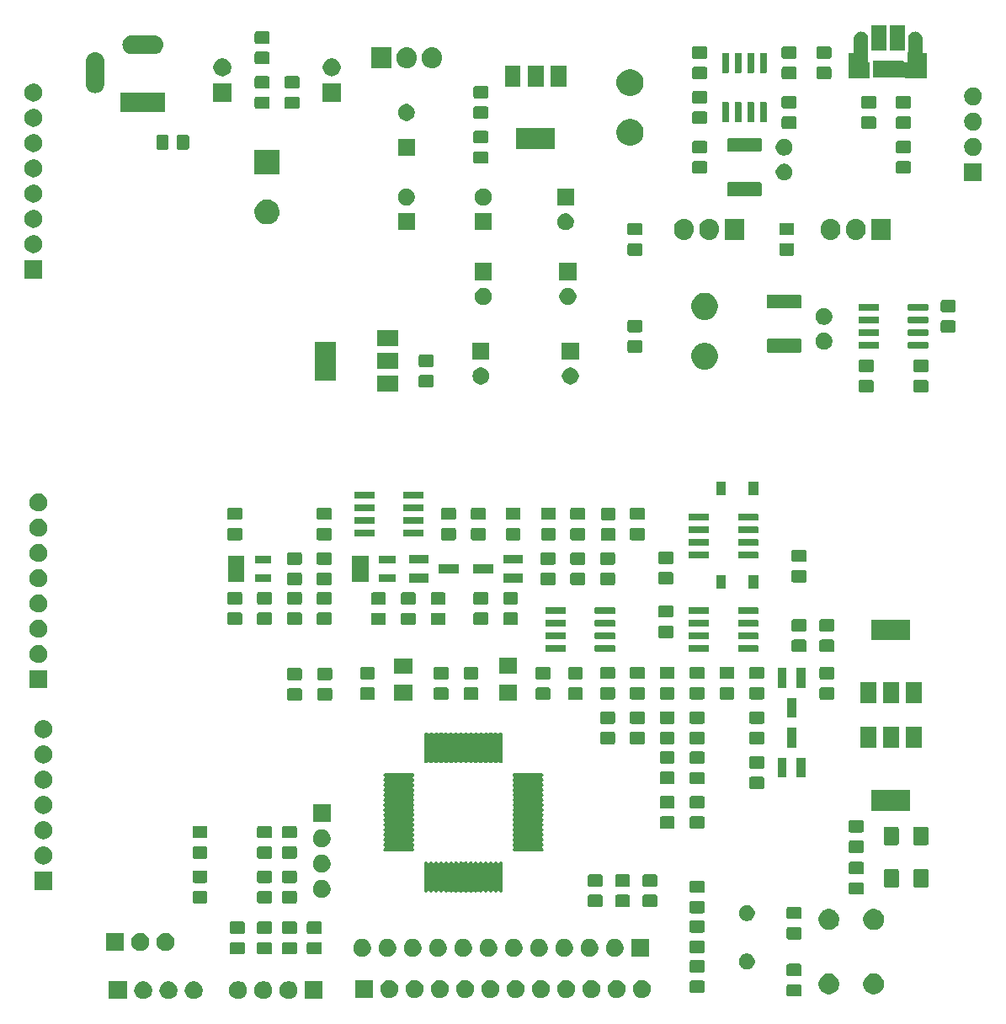
<source format=gbr>
G04 #@! TF.GenerationSoftware,KiCad,Pcbnew,5.1.5-52549c5~84~ubuntu18.04.1*
G04 #@! TF.CreationDate,2020-03-20T10:09:58+00:00*
G04 #@! TF.ProjectId,digiWave,64696769-5761-4766-952e-6b696361645f,rev?*
G04 #@! TF.SameCoordinates,Original*
G04 #@! TF.FileFunction,Soldermask,Top*
G04 #@! TF.FilePolarity,Negative*
%FSLAX46Y46*%
G04 Gerber Fmt 4.6, Leading zero omitted, Abs format (unit mm)*
G04 Created by KiCad (PCBNEW 5.1.5-52549c5~84~ubuntu18.04.1) date 2020-03-20 10:09:58*
%MOMM*%
%LPD*%
G04 APERTURE LIST*
%ADD10C,0.100000*%
G04 APERTURE END LIST*
D10*
G36*
X131187433Y-147352718D02*
G01*
X131342812Y-147383624D01*
X131506784Y-147451544D01*
X131654354Y-147550147D01*
X131779853Y-147675646D01*
X131878456Y-147823216D01*
X131946376Y-147987188D01*
X131973158Y-148121833D01*
X131979807Y-148155258D01*
X131981000Y-148161259D01*
X131981000Y-148338741D01*
X131946376Y-148512812D01*
X131878456Y-148676784D01*
X131779853Y-148824354D01*
X131654354Y-148949853D01*
X131506784Y-149048456D01*
X131342812Y-149116376D01*
X131198906Y-149145000D01*
X131168742Y-149151000D01*
X130991258Y-149151000D01*
X130961094Y-149145000D01*
X130817188Y-149116376D01*
X130653216Y-149048456D01*
X130505646Y-148949853D01*
X130380147Y-148824354D01*
X130281544Y-148676784D01*
X130213624Y-148512812D01*
X130179000Y-148338741D01*
X130179000Y-148161259D01*
X130180194Y-148155258D01*
X130186842Y-148121833D01*
X130213624Y-147987188D01*
X130281544Y-147823216D01*
X130380147Y-147675646D01*
X130505646Y-147550147D01*
X130653216Y-147451544D01*
X130817188Y-147383624D01*
X130972567Y-147352718D01*
X130991258Y-147349000D01*
X131168742Y-147349000D01*
X131187433Y-147352718D01*
G37*
G36*
X133727433Y-147352718D02*
G01*
X133882812Y-147383624D01*
X134046784Y-147451544D01*
X134194354Y-147550147D01*
X134319853Y-147675646D01*
X134418456Y-147823216D01*
X134486376Y-147987188D01*
X134513158Y-148121833D01*
X134519807Y-148155258D01*
X134521000Y-148161259D01*
X134521000Y-148338741D01*
X134486376Y-148512812D01*
X134418456Y-148676784D01*
X134319853Y-148824354D01*
X134194354Y-148949853D01*
X134046784Y-149048456D01*
X133882812Y-149116376D01*
X133738906Y-149145000D01*
X133708742Y-149151000D01*
X133531258Y-149151000D01*
X133501094Y-149145000D01*
X133357188Y-149116376D01*
X133193216Y-149048456D01*
X133045646Y-148949853D01*
X132920147Y-148824354D01*
X132821544Y-148676784D01*
X132753624Y-148512812D01*
X132719000Y-148338741D01*
X132719000Y-148161259D01*
X132720194Y-148155258D01*
X132726842Y-148121833D01*
X132753624Y-147987188D01*
X132821544Y-147823216D01*
X132920147Y-147675646D01*
X133045646Y-147550147D01*
X133193216Y-147451544D01*
X133357188Y-147383624D01*
X133512567Y-147352718D01*
X133531258Y-147349000D01*
X133708742Y-147349000D01*
X133727433Y-147352718D01*
G37*
G36*
X126901000Y-149151000D02*
G01*
X125099000Y-149151000D01*
X125099000Y-147349000D01*
X126901000Y-147349000D01*
X126901000Y-149151000D01*
G37*
G36*
X128647433Y-147352718D02*
G01*
X128802812Y-147383624D01*
X128966784Y-147451544D01*
X129114354Y-147550147D01*
X129239853Y-147675646D01*
X129338456Y-147823216D01*
X129406376Y-147987188D01*
X129433158Y-148121833D01*
X129439807Y-148155258D01*
X129441000Y-148161259D01*
X129441000Y-148338741D01*
X129406376Y-148512812D01*
X129338456Y-148676784D01*
X129239853Y-148824354D01*
X129114354Y-148949853D01*
X128966784Y-149048456D01*
X128802812Y-149116376D01*
X128658906Y-149145000D01*
X128628742Y-149151000D01*
X128451258Y-149151000D01*
X128421094Y-149145000D01*
X128277188Y-149116376D01*
X128113216Y-149048456D01*
X127965646Y-148949853D01*
X127840147Y-148824354D01*
X127741544Y-148676784D01*
X127673624Y-148512812D01*
X127639000Y-148338741D01*
X127639000Y-148161259D01*
X127640194Y-148155258D01*
X127646842Y-148121833D01*
X127673624Y-147987188D01*
X127741544Y-147823216D01*
X127840147Y-147675646D01*
X127965646Y-147550147D01*
X128113216Y-147451544D01*
X128277188Y-147383624D01*
X128432567Y-147352718D01*
X128451258Y-147349000D01*
X128628742Y-147349000D01*
X128647433Y-147352718D01*
G37*
G36*
X143269512Y-147347927D02*
G01*
X143418812Y-147377624D01*
X143582784Y-147445544D01*
X143730354Y-147544147D01*
X143855853Y-147669646D01*
X143954456Y-147817216D01*
X144022376Y-147981188D01*
X144050351Y-148121833D01*
X144057000Y-148155258D01*
X144057000Y-148332742D01*
X144052178Y-148356983D01*
X144022376Y-148506812D01*
X143954456Y-148670784D01*
X143855853Y-148818354D01*
X143730354Y-148943853D01*
X143582784Y-149042456D01*
X143418812Y-149110376D01*
X143269512Y-149140073D01*
X143244742Y-149145000D01*
X143067258Y-149145000D01*
X143042488Y-149140073D01*
X142893188Y-149110376D01*
X142729216Y-149042456D01*
X142581646Y-148943853D01*
X142456147Y-148818354D01*
X142357544Y-148670784D01*
X142289624Y-148506812D01*
X142259822Y-148356983D01*
X142255000Y-148332742D01*
X142255000Y-148155258D01*
X142261649Y-148121833D01*
X142289624Y-147981188D01*
X142357544Y-147817216D01*
X142456147Y-147669646D01*
X142581646Y-147544147D01*
X142729216Y-147445544D01*
X142893188Y-147377624D01*
X143042488Y-147347927D01*
X143067258Y-147343000D01*
X143244742Y-147343000D01*
X143269512Y-147347927D01*
G37*
G36*
X140729512Y-147347927D02*
G01*
X140878812Y-147377624D01*
X141042784Y-147445544D01*
X141190354Y-147544147D01*
X141315853Y-147669646D01*
X141414456Y-147817216D01*
X141482376Y-147981188D01*
X141510351Y-148121833D01*
X141517000Y-148155258D01*
X141517000Y-148332742D01*
X141512178Y-148356983D01*
X141482376Y-148506812D01*
X141414456Y-148670784D01*
X141315853Y-148818354D01*
X141190354Y-148943853D01*
X141042784Y-149042456D01*
X140878812Y-149110376D01*
X140729512Y-149140073D01*
X140704742Y-149145000D01*
X140527258Y-149145000D01*
X140502488Y-149140073D01*
X140353188Y-149110376D01*
X140189216Y-149042456D01*
X140041646Y-148943853D01*
X139916147Y-148818354D01*
X139817544Y-148670784D01*
X139749624Y-148506812D01*
X139719822Y-148356983D01*
X139715000Y-148332742D01*
X139715000Y-148155258D01*
X139721649Y-148121833D01*
X139749624Y-147981188D01*
X139817544Y-147817216D01*
X139916147Y-147669646D01*
X140041646Y-147544147D01*
X140189216Y-147445544D01*
X140353188Y-147377624D01*
X140502488Y-147347927D01*
X140527258Y-147343000D01*
X140704742Y-147343000D01*
X140729512Y-147347927D01*
G37*
G36*
X146597000Y-149145000D02*
G01*
X144795000Y-149145000D01*
X144795000Y-147343000D01*
X146597000Y-147343000D01*
X146597000Y-149145000D01*
G37*
G36*
X138189512Y-147347927D02*
G01*
X138338812Y-147377624D01*
X138502784Y-147445544D01*
X138650354Y-147544147D01*
X138775853Y-147669646D01*
X138874456Y-147817216D01*
X138942376Y-147981188D01*
X138970351Y-148121833D01*
X138977000Y-148155258D01*
X138977000Y-148332742D01*
X138972178Y-148356983D01*
X138942376Y-148506812D01*
X138874456Y-148670784D01*
X138775853Y-148818354D01*
X138650354Y-148943853D01*
X138502784Y-149042456D01*
X138338812Y-149110376D01*
X138189512Y-149140073D01*
X138164742Y-149145000D01*
X137987258Y-149145000D01*
X137962488Y-149140073D01*
X137813188Y-149110376D01*
X137649216Y-149042456D01*
X137501646Y-148943853D01*
X137376147Y-148818354D01*
X137277544Y-148670784D01*
X137209624Y-148506812D01*
X137179822Y-148356983D01*
X137175000Y-148332742D01*
X137175000Y-148155258D01*
X137181649Y-148121833D01*
X137209624Y-147981188D01*
X137277544Y-147817216D01*
X137376147Y-147669646D01*
X137501646Y-147544147D01*
X137649216Y-147445544D01*
X137813188Y-147377624D01*
X137962488Y-147347927D01*
X137987258Y-147343000D01*
X138164742Y-147343000D01*
X138189512Y-147347927D01*
G37*
G36*
X178799512Y-147227927D02*
G01*
X178948812Y-147257624D01*
X179112784Y-147325544D01*
X179260354Y-147424147D01*
X179385853Y-147549646D01*
X179484456Y-147697216D01*
X179552376Y-147861188D01*
X179587000Y-148035259D01*
X179587000Y-148212741D01*
X179552376Y-148386812D01*
X179484456Y-148550784D01*
X179385853Y-148698354D01*
X179260354Y-148823853D01*
X179112784Y-148922456D01*
X178948812Y-148990376D01*
X178799512Y-149020073D01*
X178774742Y-149025000D01*
X178597258Y-149025000D01*
X178572488Y-149020073D01*
X178423188Y-148990376D01*
X178259216Y-148922456D01*
X178111646Y-148823853D01*
X177986147Y-148698354D01*
X177887544Y-148550784D01*
X177819624Y-148386812D01*
X177785000Y-148212741D01*
X177785000Y-148035259D01*
X177819624Y-147861188D01*
X177887544Y-147697216D01*
X177986147Y-147549646D01*
X178111646Y-147424147D01*
X178259216Y-147325544D01*
X178423188Y-147257624D01*
X178572488Y-147227927D01*
X178597258Y-147223000D01*
X178774742Y-147223000D01*
X178799512Y-147227927D01*
G37*
G36*
X176259512Y-147227927D02*
G01*
X176408812Y-147257624D01*
X176572784Y-147325544D01*
X176720354Y-147424147D01*
X176845853Y-147549646D01*
X176944456Y-147697216D01*
X177012376Y-147861188D01*
X177047000Y-148035259D01*
X177047000Y-148212741D01*
X177012376Y-148386812D01*
X176944456Y-148550784D01*
X176845853Y-148698354D01*
X176720354Y-148823853D01*
X176572784Y-148922456D01*
X176408812Y-148990376D01*
X176259512Y-149020073D01*
X176234742Y-149025000D01*
X176057258Y-149025000D01*
X176032488Y-149020073D01*
X175883188Y-148990376D01*
X175719216Y-148922456D01*
X175571646Y-148823853D01*
X175446147Y-148698354D01*
X175347544Y-148550784D01*
X175279624Y-148386812D01*
X175245000Y-148212741D01*
X175245000Y-148035259D01*
X175279624Y-147861188D01*
X175347544Y-147697216D01*
X175446147Y-147549646D01*
X175571646Y-147424147D01*
X175719216Y-147325544D01*
X175883188Y-147257624D01*
X176032488Y-147227927D01*
X176057258Y-147223000D01*
X176234742Y-147223000D01*
X176259512Y-147227927D01*
G37*
G36*
X173719512Y-147227927D02*
G01*
X173868812Y-147257624D01*
X174032784Y-147325544D01*
X174180354Y-147424147D01*
X174305853Y-147549646D01*
X174404456Y-147697216D01*
X174472376Y-147861188D01*
X174507000Y-148035259D01*
X174507000Y-148212741D01*
X174472376Y-148386812D01*
X174404456Y-148550784D01*
X174305853Y-148698354D01*
X174180354Y-148823853D01*
X174032784Y-148922456D01*
X173868812Y-148990376D01*
X173719512Y-149020073D01*
X173694742Y-149025000D01*
X173517258Y-149025000D01*
X173492488Y-149020073D01*
X173343188Y-148990376D01*
X173179216Y-148922456D01*
X173031646Y-148823853D01*
X172906147Y-148698354D01*
X172807544Y-148550784D01*
X172739624Y-148386812D01*
X172705000Y-148212741D01*
X172705000Y-148035259D01*
X172739624Y-147861188D01*
X172807544Y-147697216D01*
X172906147Y-147549646D01*
X173031646Y-147424147D01*
X173179216Y-147325544D01*
X173343188Y-147257624D01*
X173492488Y-147227927D01*
X173517258Y-147223000D01*
X173694742Y-147223000D01*
X173719512Y-147227927D01*
G37*
G36*
X171179512Y-147227927D02*
G01*
X171328812Y-147257624D01*
X171492784Y-147325544D01*
X171640354Y-147424147D01*
X171765853Y-147549646D01*
X171864456Y-147697216D01*
X171932376Y-147861188D01*
X171967000Y-148035259D01*
X171967000Y-148212741D01*
X171932376Y-148386812D01*
X171864456Y-148550784D01*
X171765853Y-148698354D01*
X171640354Y-148823853D01*
X171492784Y-148922456D01*
X171328812Y-148990376D01*
X171179512Y-149020073D01*
X171154742Y-149025000D01*
X170977258Y-149025000D01*
X170952488Y-149020073D01*
X170803188Y-148990376D01*
X170639216Y-148922456D01*
X170491646Y-148823853D01*
X170366147Y-148698354D01*
X170267544Y-148550784D01*
X170199624Y-148386812D01*
X170165000Y-148212741D01*
X170165000Y-148035259D01*
X170199624Y-147861188D01*
X170267544Y-147697216D01*
X170366147Y-147549646D01*
X170491646Y-147424147D01*
X170639216Y-147325544D01*
X170803188Y-147257624D01*
X170952488Y-147227927D01*
X170977258Y-147223000D01*
X171154742Y-147223000D01*
X171179512Y-147227927D01*
G37*
G36*
X168639512Y-147227927D02*
G01*
X168788812Y-147257624D01*
X168952784Y-147325544D01*
X169100354Y-147424147D01*
X169225853Y-147549646D01*
X169324456Y-147697216D01*
X169392376Y-147861188D01*
X169427000Y-148035259D01*
X169427000Y-148212741D01*
X169392376Y-148386812D01*
X169324456Y-148550784D01*
X169225853Y-148698354D01*
X169100354Y-148823853D01*
X168952784Y-148922456D01*
X168788812Y-148990376D01*
X168639512Y-149020073D01*
X168614742Y-149025000D01*
X168437258Y-149025000D01*
X168412488Y-149020073D01*
X168263188Y-148990376D01*
X168099216Y-148922456D01*
X167951646Y-148823853D01*
X167826147Y-148698354D01*
X167727544Y-148550784D01*
X167659624Y-148386812D01*
X167625000Y-148212741D01*
X167625000Y-148035259D01*
X167659624Y-147861188D01*
X167727544Y-147697216D01*
X167826147Y-147549646D01*
X167951646Y-147424147D01*
X168099216Y-147325544D01*
X168263188Y-147257624D01*
X168412488Y-147227927D01*
X168437258Y-147223000D01*
X168614742Y-147223000D01*
X168639512Y-147227927D01*
G37*
G36*
X166099512Y-147227927D02*
G01*
X166248812Y-147257624D01*
X166412784Y-147325544D01*
X166560354Y-147424147D01*
X166685853Y-147549646D01*
X166784456Y-147697216D01*
X166852376Y-147861188D01*
X166887000Y-148035259D01*
X166887000Y-148212741D01*
X166852376Y-148386812D01*
X166784456Y-148550784D01*
X166685853Y-148698354D01*
X166560354Y-148823853D01*
X166412784Y-148922456D01*
X166248812Y-148990376D01*
X166099512Y-149020073D01*
X166074742Y-149025000D01*
X165897258Y-149025000D01*
X165872488Y-149020073D01*
X165723188Y-148990376D01*
X165559216Y-148922456D01*
X165411646Y-148823853D01*
X165286147Y-148698354D01*
X165187544Y-148550784D01*
X165119624Y-148386812D01*
X165085000Y-148212741D01*
X165085000Y-148035259D01*
X165119624Y-147861188D01*
X165187544Y-147697216D01*
X165286147Y-147549646D01*
X165411646Y-147424147D01*
X165559216Y-147325544D01*
X165723188Y-147257624D01*
X165872488Y-147227927D01*
X165897258Y-147223000D01*
X166074742Y-147223000D01*
X166099512Y-147227927D01*
G37*
G36*
X163559512Y-147227927D02*
G01*
X163708812Y-147257624D01*
X163872784Y-147325544D01*
X164020354Y-147424147D01*
X164145853Y-147549646D01*
X164244456Y-147697216D01*
X164312376Y-147861188D01*
X164347000Y-148035259D01*
X164347000Y-148212741D01*
X164312376Y-148386812D01*
X164244456Y-148550784D01*
X164145853Y-148698354D01*
X164020354Y-148823853D01*
X163872784Y-148922456D01*
X163708812Y-148990376D01*
X163559512Y-149020073D01*
X163534742Y-149025000D01*
X163357258Y-149025000D01*
X163332488Y-149020073D01*
X163183188Y-148990376D01*
X163019216Y-148922456D01*
X162871646Y-148823853D01*
X162746147Y-148698354D01*
X162647544Y-148550784D01*
X162579624Y-148386812D01*
X162545000Y-148212741D01*
X162545000Y-148035259D01*
X162579624Y-147861188D01*
X162647544Y-147697216D01*
X162746147Y-147549646D01*
X162871646Y-147424147D01*
X163019216Y-147325544D01*
X163183188Y-147257624D01*
X163332488Y-147227927D01*
X163357258Y-147223000D01*
X163534742Y-147223000D01*
X163559512Y-147227927D01*
G37*
G36*
X161019512Y-147227927D02*
G01*
X161168812Y-147257624D01*
X161332784Y-147325544D01*
X161480354Y-147424147D01*
X161605853Y-147549646D01*
X161704456Y-147697216D01*
X161772376Y-147861188D01*
X161807000Y-148035259D01*
X161807000Y-148212741D01*
X161772376Y-148386812D01*
X161704456Y-148550784D01*
X161605853Y-148698354D01*
X161480354Y-148823853D01*
X161332784Y-148922456D01*
X161168812Y-148990376D01*
X161019512Y-149020073D01*
X160994742Y-149025000D01*
X160817258Y-149025000D01*
X160792488Y-149020073D01*
X160643188Y-148990376D01*
X160479216Y-148922456D01*
X160331646Y-148823853D01*
X160206147Y-148698354D01*
X160107544Y-148550784D01*
X160039624Y-148386812D01*
X160005000Y-148212741D01*
X160005000Y-148035259D01*
X160039624Y-147861188D01*
X160107544Y-147697216D01*
X160206147Y-147549646D01*
X160331646Y-147424147D01*
X160479216Y-147325544D01*
X160643188Y-147257624D01*
X160792488Y-147227927D01*
X160817258Y-147223000D01*
X160994742Y-147223000D01*
X161019512Y-147227927D01*
G37*
G36*
X158479512Y-147227927D02*
G01*
X158628812Y-147257624D01*
X158792784Y-147325544D01*
X158940354Y-147424147D01*
X159065853Y-147549646D01*
X159164456Y-147697216D01*
X159232376Y-147861188D01*
X159267000Y-148035259D01*
X159267000Y-148212741D01*
X159232376Y-148386812D01*
X159164456Y-148550784D01*
X159065853Y-148698354D01*
X158940354Y-148823853D01*
X158792784Y-148922456D01*
X158628812Y-148990376D01*
X158479512Y-149020073D01*
X158454742Y-149025000D01*
X158277258Y-149025000D01*
X158252488Y-149020073D01*
X158103188Y-148990376D01*
X157939216Y-148922456D01*
X157791646Y-148823853D01*
X157666147Y-148698354D01*
X157567544Y-148550784D01*
X157499624Y-148386812D01*
X157465000Y-148212741D01*
X157465000Y-148035259D01*
X157499624Y-147861188D01*
X157567544Y-147697216D01*
X157666147Y-147549646D01*
X157791646Y-147424147D01*
X157939216Y-147325544D01*
X158103188Y-147257624D01*
X158252488Y-147227927D01*
X158277258Y-147223000D01*
X158454742Y-147223000D01*
X158479512Y-147227927D01*
G37*
G36*
X155939512Y-147227927D02*
G01*
X156088812Y-147257624D01*
X156252784Y-147325544D01*
X156400354Y-147424147D01*
X156525853Y-147549646D01*
X156624456Y-147697216D01*
X156692376Y-147861188D01*
X156727000Y-148035259D01*
X156727000Y-148212741D01*
X156692376Y-148386812D01*
X156624456Y-148550784D01*
X156525853Y-148698354D01*
X156400354Y-148823853D01*
X156252784Y-148922456D01*
X156088812Y-148990376D01*
X155939512Y-149020073D01*
X155914742Y-149025000D01*
X155737258Y-149025000D01*
X155712488Y-149020073D01*
X155563188Y-148990376D01*
X155399216Y-148922456D01*
X155251646Y-148823853D01*
X155126147Y-148698354D01*
X155027544Y-148550784D01*
X154959624Y-148386812D01*
X154925000Y-148212741D01*
X154925000Y-148035259D01*
X154959624Y-147861188D01*
X155027544Y-147697216D01*
X155126147Y-147549646D01*
X155251646Y-147424147D01*
X155399216Y-147325544D01*
X155563188Y-147257624D01*
X155712488Y-147227927D01*
X155737258Y-147223000D01*
X155914742Y-147223000D01*
X155939512Y-147227927D01*
G37*
G36*
X151647000Y-149025000D02*
G01*
X149845000Y-149025000D01*
X149845000Y-147223000D01*
X151647000Y-147223000D01*
X151647000Y-149025000D01*
G37*
G36*
X153399512Y-147227927D02*
G01*
X153548812Y-147257624D01*
X153712784Y-147325544D01*
X153860354Y-147424147D01*
X153985853Y-147549646D01*
X154084456Y-147697216D01*
X154152376Y-147861188D01*
X154187000Y-148035259D01*
X154187000Y-148212741D01*
X154152376Y-148386812D01*
X154084456Y-148550784D01*
X153985853Y-148698354D01*
X153860354Y-148823853D01*
X153712784Y-148922456D01*
X153548812Y-148990376D01*
X153399512Y-149020073D01*
X153374742Y-149025000D01*
X153197258Y-149025000D01*
X153172488Y-149020073D01*
X153023188Y-148990376D01*
X152859216Y-148922456D01*
X152711646Y-148823853D01*
X152586147Y-148698354D01*
X152487544Y-148550784D01*
X152419624Y-148386812D01*
X152385000Y-148212741D01*
X152385000Y-148035259D01*
X152419624Y-147861188D01*
X152487544Y-147697216D01*
X152586147Y-147549646D01*
X152711646Y-147424147D01*
X152859216Y-147325544D01*
X153023188Y-147257624D01*
X153172488Y-147227927D01*
X153197258Y-147223000D01*
X153374742Y-147223000D01*
X153399512Y-147227927D01*
G37*
G36*
X194588674Y-147653465D02*
G01*
X194626367Y-147664899D01*
X194661103Y-147683466D01*
X194691548Y-147708452D01*
X194716534Y-147738897D01*
X194735101Y-147773633D01*
X194746535Y-147811326D01*
X194751000Y-147856661D01*
X194751000Y-148693339D01*
X194746535Y-148738674D01*
X194735101Y-148776367D01*
X194716534Y-148811103D01*
X194691548Y-148841548D01*
X194661103Y-148866534D01*
X194626367Y-148885101D01*
X194588674Y-148896535D01*
X194543339Y-148901000D01*
X193456661Y-148901000D01*
X193411326Y-148896535D01*
X193373633Y-148885101D01*
X193338897Y-148866534D01*
X193308452Y-148841548D01*
X193283466Y-148811103D01*
X193264899Y-148776367D01*
X193253465Y-148738674D01*
X193249000Y-148693339D01*
X193249000Y-147856661D01*
X193253465Y-147811326D01*
X193264899Y-147773633D01*
X193283466Y-147738897D01*
X193308452Y-147708452D01*
X193338897Y-147683466D01*
X193373633Y-147664899D01*
X193411326Y-147653465D01*
X193456661Y-147649000D01*
X194543339Y-147649000D01*
X194588674Y-147653465D01*
G37*
G36*
X197802564Y-146613389D02*
G01*
X197993833Y-146692615D01*
X197993835Y-146692616D01*
X198165973Y-146807635D01*
X198312365Y-146954027D01*
X198427385Y-147126167D01*
X198506611Y-147317436D01*
X198547000Y-147520484D01*
X198547000Y-147727516D01*
X198506611Y-147930564D01*
X198483156Y-147987189D01*
X198427384Y-148121835D01*
X198312365Y-148293973D01*
X198165973Y-148440365D01*
X197993835Y-148555384D01*
X197993834Y-148555385D01*
X197993833Y-148555385D01*
X197802564Y-148634611D01*
X197599516Y-148675000D01*
X197392484Y-148675000D01*
X197189436Y-148634611D01*
X196998167Y-148555385D01*
X196998166Y-148555385D01*
X196998165Y-148555384D01*
X196826027Y-148440365D01*
X196679635Y-148293973D01*
X196564616Y-148121835D01*
X196508844Y-147987189D01*
X196485389Y-147930564D01*
X196445000Y-147727516D01*
X196445000Y-147520484D01*
X196485389Y-147317436D01*
X196564615Y-147126167D01*
X196679635Y-146954027D01*
X196826027Y-146807635D01*
X196998165Y-146692616D01*
X196998167Y-146692615D01*
X197189436Y-146613389D01*
X197392484Y-146573000D01*
X197599516Y-146573000D01*
X197802564Y-146613389D01*
G37*
G36*
X202302564Y-146613389D02*
G01*
X202493833Y-146692615D01*
X202493835Y-146692616D01*
X202665973Y-146807635D01*
X202812365Y-146954027D01*
X202927385Y-147126167D01*
X203006611Y-147317436D01*
X203047000Y-147520484D01*
X203047000Y-147727516D01*
X203006611Y-147930564D01*
X202983156Y-147987189D01*
X202927384Y-148121835D01*
X202812365Y-148293973D01*
X202665973Y-148440365D01*
X202493835Y-148555384D01*
X202493834Y-148555385D01*
X202493833Y-148555385D01*
X202302564Y-148634611D01*
X202099516Y-148675000D01*
X201892484Y-148675000D01*
X201689436Y-148634611D01*
X201498167Y-148555385D01*
X201498166Y-148555385D01*
X201498165Y-148555384D01*
X201326027Y-148440365D01*
X201179635Y-148293973D01*
X201064616Y-148121835D01*
X201008844Y-147987189D01*
X200985389Y-147930564D01*
X200945000Y-147727516D01*
X200945000Y-147520484D01*
X200985389Y-147317436D01*
X201064615Y-147126167D01*
X201179635Y-146954027D01*
X201326027Y-146807635D01*
X201498165Y-146692616D01*
X201498167Y-146692615D01*
X201689436Y-146613389D01*
X201892484Y-146573000D01*
X202099516Y-146573000D01*
X202302564Y-146613389D01*
G37*
G36*
X184834674Y-147277465D02*
G01*
X184872367Y-147288899D01*
X184907103Y-147307466D01*
X184937548Y-147332452D01*
X184962534Y-147362897D01*
X184981101Y-147397633D01*
X184992535Y-147435326D01*
X184997000Y-147480661D01*
X184997000Y-148317339D01*
X184992535Y-148362674D01*
X184981101Y-148400367D01*
X184962534Y-148435103D01*
X184937548Y-148465548D01*
X184907103Y-148490534D01*
X184872367Y-148509101D01*
X184834674Y-148520535D01*
X184789339Y-148525000D01*
X183702661Y-148525000D01*
X183657326Y-148520535D01*
X183619633Y-148509101D01*
X183584897Y-148490534D01*
X183554452Y-148465548D01*
X183529466Y-148435103D01*
X183510899Y-148400367D01*
X183499465Y-148362674D01*
X183495000Y-148317339D01*
X183495000Y-147480661D01*
X183499465Y-147435326D01*
X183510899Y-147397633D01*
X183529466Y-147362897D01*
X183554452Y-147332452D01*
X183584897Y-147307466D01*
X183619633Y-147288899D01*
X183657326Y-147277465D01*
X183702661Y-147273000D01*
X184789339Y-147273000D01*
X184834674Y-147277465D01*
G37*
G36*
X194588674Y-145603465D02*
G01*
X194626367Y-145614899D01*
X194661103Y-145633466D01*
X194691548Y-145658452D01*
X194716534Y-145688897D01*
X194735101Y-145723633D01*
X194746535Y-145761326D01*
X194751000Y-145806661D01*
X194751000Y-146643339D01*
X194746535Y-146688674D01*
X194735101Y-146726367D01*
X194716534Y-146761103D01*
X194691548Y-146791548D01*
X194661103Y-146816534D01*
X194626367Y-146835101D01*
X194588674Y-146846535D01*
X194543339Y-146851000D01*
X193456661Y-146851000D01*
X193411326Y-146846535D01*
X193373633Y-146835101D01*
X193338897Y-146816534D01*
X193308452Y-146791548D01*
X193283466Y-146761103D01*
X193264899Y-146726367D01*
X193253465Y-146688674D01*
X193249000Y-146643339D01*
X193249000Y-145806661D01*
X193253465Y-145761326D01*
X193264899Y-145723633D01*
X193283466Y-145688897D01*
X193308452Y-145658452D01*
X193338897Y-145633466D01*
X193373633Y-145614899D01*
X193411326Y-145603465D01*
X193456661Y-145599000D01*
X194543339Y-145599000D01*
X194588674Y-145603465D01*
G37*
G36*
X184834674Y-145227465D02*
G01*
X184872367Y-145238899D01*
X184907103Y-145257466D01*
X184937548Y-145282452D01*
X184962534Y-145312897D01*
X184981101Y-145347633D01*
X184992535Y-145385326D01*
X184997000Y-145430661D01*
X184997000Y-146267339D01*
X184992535Y-146312674D01*
X184981101Y-146350367D01*
X184962534Y-146385103D01*
X184937548Y-146415548D01*
X184907103Y-146440534D01*
X184872367Y-146459101D01*
X184834674Y-146470535D01*
X184789339Y-146475000D01*
X183702661Y-146475000D01*
X183657326Y-146470535D01*
X183619633Y-146459101D01*
X183584897Y-146440534D01*
X183554452Y-146415548D01*
X183529466Y-146385103D01*
X183510899Y-146350367D01*
X183499465Y-146312674D01*
X183495000Y-146267339D01*
X183495000Y-145430661D01*
X183499465Y-145385326D01*
X183510899Y-145347633D01*
X183529466Y-145312897D01*
X183554452Y-145282452D01*
X183584897Y-145257466D01*
X183619633Y-145238899D01*
X183657326Y-145227465D01*
X183702661Y-145223000D01*
X184789339Y-145223000D01*
X184834674Y-145227465D01*
G37*
G36*
X189479642Y-144603781D02*
G01*
X189593638Y-144651000D01*
X189625416Y-144664163D01*
X189756608Y-144751822D01*
X189868178Y-144863392D01*
X189955837Y-144994584D01*
X189955838Y-144994586D01*
X190016219Y-145140358D01*
X190047000Y-145295107D01*
X190047000Y-145452893D01*
X190016219Y-145607642D01*
X189955838Y-145753414D01*
X189955837Y-145753416D01*
X189868178Y-145884608D01*
X189756608Y-145996178D01*
X189625416Y-146083837D01*
X189625415Y-146083838D01*
X189625414Y-146083838D01*
X189479642Y-146144219D01*
X189324893Y-146175000D01*
X189167107Y-146175000D01*
X189012358Y-146144219D01*
X188866586Y-146083838D01*
X188866585Y-146083838D01*
X188866584Y-146083837D01*
X188735392Y-145996178D01*
X188623822Y-145884608D01*
X188536163Y-145753416D01*
X188536162Y-145753414D01*
X188475781Y-145607642D01*
X188445000Y-145452893D01*
X188445000Y-145295107D01*
X188475781Y-145140358D01*
X188536162Y-144994586D01*
X188536163Y-144994584D01*
X188623822Y-144863392D01*
X188735392Y-144751822D01*
X188866584Y-144664163D01*
X188898362Y-144651000D01*
X189012358Y-144603781D01*
X189167107Y-144573000D01*
X189324893Y-144573000D01*
X189479642Y-144603781D01*
G37*
G36*
X163373512Y-143103927D02*
G01*
X163522812Y-143133624D01*
X163686784Y-143201544D01*
X163834354Y-143300147D01*
X163959853Y-143425646D01*
X164058456Y-143573216D01*
X164126376Y-143737188D01*
X164161000Y-143911259D01*
X164161000Y-144088741D01*
X164126376Y-144262812D01*
X164058456Y-144426784D01*
X163959853Y-144574354D01*
X163834354Y-144699853D01*
X163686784Y-144798456D01*
X163522812Y-144866376D01*
X163373512Y-144896073D01*
X163348742Y-144901000D01*
X163171258Y-144901000D01*
X163146488Y-144896073D01*
X162997188Y-144866376D01*
X162833216Y-144798456D01*
X162685646Y-144699853D01*
X162560147Y-144574354D01*
X162461544Y-144426784D01*
X162393624Y-144262812D01*
X162359000Y-144088741D01*
X162359000Y-143911259D01*
X162393624Y-143737188D01*
X162461544Y-143573216D01*
X162560147Y-143425646D01*
X162685646Y-143300147D01*
X162833216Y-143201544D01*
X162997188Y-143133624D01*
X163146488Y-143103927D01*
X163171258Y-143099000D01*
X163348742Y-143099000D01*
X163373512Y-143103927D01*
G37*
G36*
X160833512Y-143103927D02*
G01*
X160982812Y-143133624D01*
X161146784Y-143201544D01*
X161294354Y-143300147D01*
X161419853Y-143425646D01*
X161518456Y-143573216D01*
X161586376Y-143737188D01*
X161621000Y-143911259D01*
X161621000Y-144088741D01*
X161586376Y-144262812D01*
X161518456Y-144426784D01*
X161419853Y-144574354D01*
X161294354Y-144699853D01*
X161146784Y-144798456D01*
X160982812Y-144866376D01*
X160833512Y-144896073D01*
X160808742Y-144901000D01*
X160631258Y-144901000D01*
X160606488Y-144896073D01*
X160457188Y-144866376D01*
X160293216Y-144798456D01*
X160145646Y-144699853D01*
X160020147Y-144574354D01*
X159921544Y-144426784D01*
X159853624Y-144262812D01*
X159819000Y-144088741D01*
X159819000Y-143911259D01*
X159853624Y-143737188D01*
X159921544Y-143573216D01*
X160020147Y-143425646D01*
X160145646Y-143300147D01*
X160293216Y-143201544D01*
X160457188Y-143133624D01*
X160606488Y-143103927D01*
X160631258Y-143099000D01*
X160808742Y-143099000D01*
X160833512Y-143103927D01*
G37*
G36*
X158293512Y-143103927D02*
G01*
X158442812Y-143133624D01*
X158606784Y-143201544D01*
X158754354Y-143300147D01*
X158879853Y-143425646D01*
X158978456Y-143573216D01*
X159046376Y-143737188D01*
X159081000Y-143911259D01*
X159081000Y-144088741D01*
X159046376Y-144262812D01*
X158978456Y-144426784D01*
X158879853Y-144574354D01*
X158754354Y-144699853D01*
X158606784Y-144798456D01*
X158442812Y-144866376D01*
X158293512Y-144896073D01*
X158268742Y-144901000D01*
X158091258Y-144901000D01*
X158066488Y-144896073D01*
X157917188Y-144866376D01*
X157753216Y-144798456D01*
X157605646Y-144699853D01*
X157480147Y-144574354D01*
X157381544Y-144426784D01*
X157313624Y-144262812D01*
X157279000Y-144088741D01*
X157279000Y-143911259D01*
X157313624Y-143737188D01*
X157381544Y-143573216D01*
X157480147Y-143425646D01*
X157605646Y-143300147D01*
X157753216Y-143201544D01*
X157917188Y-143133624D01*
X158066488Y-143103927D01*
X158091258Y-143099000D01*
X158268742Y-143099000D01*
X158293512Y-143103927D01*
G37*
G36*
X179401000Y-144901000D02*
G01*
X177599000Y-144901000D01*
X177599000Y-143099000D01*
X179401000Y-143099000D01*
X179401000Y-144901000D01*
G37*
G36*
X176073512Y-143103927D02*
G01*
X176222812Y-143133624D01*
X176386784Y-143201544D01*
X176534354Y-143300147D01*
X176659853Y-143425646D01*
X176758456Y-143573216D01*
X176826376Y-143737188D01*
X176861000Y-143911259D01*
X176861000Y-144088741D01*
X176826376Y-144262812D01*
X176758456Y-144426784D01*
X176659853Y-144574354D01*
X176534354Y-144699853D01*
X176386784Y-144798456D01*
X176222812Y-144866376D01*
X176073512Y-144896073D01*
X176048742Y-144901000D01*
X175871258Y-144901000D01*
X175846488Y-144896073D01*
X175697188Y-144866376D01*
X175533216Y-144798456D01*
X175385646Y-144699853D01*
X175260147Y-144574354D01*
X175161544Y-144426784D01*
X175093624Y-144262812D01*
X175059000Y-144088741D01*
X175059000Y-143911259D01*
X175093624Y-143737188D01*
X175161544Y-143573216D01*
X175260147Y-143425646D01*
X175385646Y-143300147D01*
X175533216Y-143201544D01*
X175697188Y-143133624D01*
X175846488Y-143103927D01*
X175871258Y-143099000D01*
X176048742Y-143099000D01*
X176073512Y-143103927D01*
G37*
G36*
X170993512Y-143103927D02*
G01*
X171142812Y-143133624D01*
X171306784Y-143201544D01*
X171454354Y-143300147D01*
X171579853Y-143425646D01*
X171678456Y-143573216D01*
X171746376Y-143737188D01*
X171781000Y-143911259D01*
X171781000Y-144088741D01*
X171746376Y-144262812D01*
X171678456Y-144426784D01*
X171579853Y-144574354D01*
X171454354Y-144699853D01*
X171306784Y-144798456D01*
X171142812Y-144866376D01*
X170993512Y-144896073D01*
X170968742Y-144901000D01*
X170791258Y-144901000D01*
X170766488Y-144896073D01*
X170617188Y-144866376D01*
X170453216Y-144798456D01*
X170305646Y-144699853D01*
X170180147Y-144574354D01*
X170081544Y-144426784D01*
X170013624Y-144262812D01*
X169979000Y-144088741D01*
X169979000Y-143911259D01*
X170013624Y-143737188D01*
X170081544Y-143573216D01*
X170180147Y-143425646D01*
X170305646Y-143300147D01*
X170453216Y-143201544D01*
X170617188Y-143133624D01*
X170766488Y-143103927D01*
X170791258Y-143099000D01*
X170968742Y-143099000D01*
X170993512Y-143103927D01*
G37*
G36*
X168453512Y-143103927D02*
G01*
X168602812Y-143133624D01*
X168766784Y-143201544D01*
X168914354Y-143300147D01*
X169039853Y-143425646D01*
X169138456Y-143573216D01*
X169206376Y-143737188D01*
X169241000Y-143911259D01*
X169241000Y-144088741D01*
X169206376Y-144262812D01*
X169138456Y-144426784D01*
X169039853Y-144574354D01*
X168914354Y-144699853D01*
X168766784Y-144798456D01*
X168602812Y-144866376D01*
X168453512Y-144896073D01*
X168428742Y-144901000D01*
X168251258Y-144901000D01*
X168226488Y-144896073D01*
X168077188Y-144866376D01*
X167913216Y-144798456D01*
X167765646Y-144699853D01*
X167640147Y-144574354D01*
X167541544Y-144426784D01*
X167473624Y-144262812D01*
X167439000Y-144088741D01*
X167439000Y-143911259D01*
X167473624Y-143737188D01*
X167541544Y-143573216D01*
X167640147Y-143425646D01*
X167765646Y-143300147D01*
X167913216Y-143201544D01*
X168077188Y-143133624D01*
X168226488Y-143103927D01*
X168251258Y-143099000D01*
X168428742Y-143099000D01*
X168453512Y-143103927D01*
G37*
G36*
X165913512Y-143103927D02*
G01*
X166062812Y-143133624D01*
X166226784Y-143201544D01*
X166374354Y-143300147D01*
X166499853Y-143425646D01*
X166598456Y-143573216D01*
X166666376Y-143737188D01*
X166701000Y-143911259D01*
X166701000Y-144088741D01*
X166666376Y-144262812D01*
X166598456Y-144426784D01*
X166499853Y-144574354D01*
X166374354Y-144699853D01*
X166226784Y-144798456D01*
X166062812Y-144866376D01*
X165913512Y-144896073D01*
X165888742Y-144901000D01*
X165711258Y-144901000D01*
X165686488Y-144896073D01*
X165537188Y-144866376D01*
X165373216Y-144798456D01*
X165225646Y-144699853D01*
X165100147Y-144574354D01*
X165001544Y-144426784D01*
X164933624Y-144262812D01*
X164899000Y-144088741D01*
X164899000Y-143911259D01*
X164933624Y-143737188D01*
X165001544Y-143573216D01*
X165100147Y-143425646D01*
X165225646Y-143300147D01*
X165373216Y-143201544D01*
X165537188Y-143133624D01*
X165686488Y-143103927D01*
X165711258Y-143099000D01*
X165888742Y-143099000D01*
X165913512Y-143103927D01*
G37*
G36*
X150673512Y-143103927D02*
G01*
X150822812Y-143133624D01*
X150986784Y-143201544D01*
X151134354Y-143300147D01*
X151259853Y-143425646D01*
X151358456Y-143573216D01*
X151426376Y-143737188D01*
X151461000Y-143911259D01*
X151461000Y-144088741D01*
X151426376Y-144262812D01*
X151358456Y-144426784D01*
X151259853Y-144574354D01*
X151134354Y-144699853D01*
X150986784Y-144798456D01*
X150822812Y-144866376D01*
X150673512Y-144896073D01*
X150648742Y-144901000D01*
X150471258Y-144901000D01*
X150446488Y-144896073D01*
X150297188Y-144866376D01*
X150133216Y-144798456D01*
X149985646Y-144699853D01*
X149860147Y-144574354D01*
X149761544Y-144426784D01*
X149693624Y-144262812D01*
X149659000Y-144088741D01*
X149659000Y-143911259D01*
X149693624Y-143737188D01*
X149761544Y-143573216D01*
X149860147Y-143425646D01*
X149985646Y-143300147D01*
X150133216Y-143201544D01*
X150297188Y-143133624D01*
X150446488Y-143103927D01*
X150471258Y-143099000D01*
X150648742Y-143099000D01*
X150673512Y-143103927D01*
G37*
G36*
X153213512Y-143103927D02*
G01*
X153362812Y-143133624D01*
X153526784Y-143201544D01*
X153674354Y-143300147D01*
X153799853Y-143425646D01*
X153898456Y-143573216D01*
X153966376Y-143737188D01*
X154001000Y-143911259D01*
X154001000Y-144088741D01*
X153966376Y-144262812D01*
X153898456Y-144426784D01*
X153799853Y-144574354D01*
X153674354Y-144699853D01*
X153526784Y-144798456D01*
X153362812Y-144866376D01*
X153213512Y-144896073D01*
X153188742Y-144901000D01*
X153011258Y-144901000D01*
X152986488Y-144896073D01*
X152837188Y-144866376D01*
X152673216Y-144798456D01*
X152525646Y-144699853D01*
X152400147Y-144574354D01*
X152301544Y-144426784D01*
X152233624Y-144262812D01*
X152199000Y-144088741D01*
X152199000Y-143911259D01*
X152233624Y-143737188D01*
X152301544Y-143573216D01*
X152400147Y-143425646D01*
X152525646Y-143300147D01*
X152673216Y-143201544D01*
X152837188Y-143133624D01*
X152986488Y-143103927D01*
X153011258Y-143099000D01*
X153188742Y-143099000D01*
X153213512Y-143103927D01*
G37*
G36*
X155753512Y-143103927D02*
G01*
X155902812Y-143133624D01*
X156066784Y-143201544D01*
X156214354Y-143300147D01*
X156339853Y-143425646D01*
X156438456Y-143573216D01*
X156506376Y-143737188D01*
X156541000Y-143911259D01*
X156541000Y-144088741D01*
X156506376Y-144262812D01*
X156438456Y-144426784D01*
X156339853Y-144574354D01*
X156214354Y-144699853D01*
X156066784Y-144798456D01*
X155902812Y-144866376D01*
X155753512Y-144896073D01*
X155728742Y-144901000D01*
X155551258Y-144901000D01*
X155526488Y-144896073D01*
X155377188Y-144866376D01*
X155213216Y-144798456D01*
X155065646Y-144699853D01*
X154940147Y-144574354D01*
X154841544Y-144426784D01*
X154773624Y-144262812D01*
X154739000Y-144088741D01*
X154739000Y-143911259D01*
X154773624Y-143737188D01*
X154841544Y-143573216D01*
X154940147Y-143425646D01*
X155065646Y-143300147D01*
X155213216Y-143201544D01*
X155377188Y-143133624D01*
X155526488Y-143103927D01*
X155551258Y-143099000D01*
X155728742Y-143099000D01*
X155753512Y-143103927D01*
G37*
G36*
X173533512Y-143103927D02*
G01*
X173682812Y-143133624D01*
X173846784Y-143201544D01*
X173994354Y-143300147D01*
X174119853Y-143425646D01*
X174218456Y-143573216D01*
X174286376Y-143737188D01*
X174321000Y-143911259D01*
X174321000Y-144088741D01*
X174286376Y-144262812D01*
X174218456Y-144426784D01*
X174119853Y-144574354D01*
X173994354Y-144699853D01*
X173846784Y-144798456D01*
X173682812Y-144866376D01*
X173533512Y-144896073D01*
X173508742Y-144901000D01*
X173331258Y-144901000D01*
X173306488Y-144896073D01*
X173157188Y-144866376D01*
X172993216Y-144798456D01*
X172845646Y-144699853D01*
X172720147Y-144574354D01*
X172621544Y-144426784D01*
X172553624Y-144262812D01*
X172519000Y-144088741D01*
X172519000Y-143911259D01*
X172553624Y-143737188D01*
X172621544Y-143573216D01*
X172720147Y-143425646D01*
X172845646Y-143300147D01*
X172993216Y-143201544D01*
X173157188Y-143133624D01*
X173306488Y-143103927D01*
X173331258Y-143099000D01*
X173508742Y-143099000D01*
X173533512Y-143103927D01*
G37*
G36*
X143834674Y-143403465D02*
G01*
X143872367Y-143414899D01*
X143907103Y-143433466D01*
X143937548Y-143458452D01*
X143962534Y-143488897D01*
X143981101Y-143523633D01*
X143992535Y-143561326D01*
X143997000Y-143606661D01*
X143997000Y-144443339D01*
X143992535Y-144488674D01*
X143981101Y-144526367D01*
X143962534Y-144561103D01*
X143937548Y-144591548D01*
X143907103Y-144616534D01*
X143872367Y-144635101D01*
X143834674Y-144646535D01*
X143789339Y-144651000D01*
X142702661Y-144651000D01*
X142657326Y-144646535D01*
X142619633Y-144635101D01*
X142584897Y-144616534D01*
X142554452Y-144591548D01*
X142529466Y-144561103D01*
X142510899Y-144526367D01*
X142499465Y-144488674D01*
X142495000Y-144443339D01*
X142495000Y-143606661D01*
X142499465Y-143561326D01*
X142510899Y-143523633D01*
X142529466Y-143488897D01*
X142554452Y-143458452D01*
X142584897Y-143433466D01*
X142619633Y-143414899D01*
X142657326Y-143403465D01*
X142702661Y-143399000D01*
X143789339Y-143399000D01*
X143834674Y-143403465D01*
G37*
G36*
X138588674Y-143403465D02*
G01*
X138626367Y-143414899D01*
X138661103Y-143433466D01*
X138691548Y-143458452D01*
X138716534Y-143488897D01*
X138735101Y-143523633D01*
X138746535Y-143561326D01*
X138751000Y-143606661D01*
X138751000Y-144443339D01*
X138746535Y-144488674D01*
X138735101Y-144526367D01*
X138716534Y-144561103D01*
X138691548Y-144591548D01*
X138661103Y-144616534D01*
X138626367Y-144635101D01*
X138588674Y-144646535D01*
X138543339Y-144651000D01*
X137456661Y-144651000D01*
X137411326Y-144646535D01*
X137373633Y-144635101D01*
X137338897Y-144616534D01*
X137308452Y-144591548D01*
X137283466Y-144561103D01*
X137264899Y-144526367D01*
X137253465Y-144488674D01*
X137249000Y-144443339D01*
X137249000Y-143606661D01*
X137253465Y-143561326D01*
X137264899Y-143523633D01*
X137283466Y-143488897D01*
X137308452Y-143458452D01*
X137338897Y-143433466D01*
X137373633Y-143414899D01*
X137411326Y-143403465D01*
X137456661Y-143399000D01*
X138543339Y-143399000D01*
X138588674Y-143403465D01*
G37*
G36*
X141338674Y-143403465D02*
G01*
X141376367Y-143414899D01*
X141411103Y-143433466D01*
X141441548Y-143458452D01*
X141466534Y-143488897D01*
X141485101Y-143523633D01*
X141496535Y-143561326D01*
X141501000Y-143606661D01*
X141501000Y-144443339D01*
X141496535Y-144488674D01*
X141485101Y-144526367D01*
X141466534Y-144561103D01*
X141441548Y-144591548D01*
X141411103Y-144616534D01*
X141376367Y-144635101D01*
X141338674Y-144646535D01*
X141293339Y-144651000D01*
X140206661Y-144651000D01*
X140161326Y-144646535D01*
X140123633Y-144635101D01*
X140088897Y-144616534D01*
X140058452Y-144591548D01*
X140033466Y-144561103D01*
X140014899Y-144526367D01*
X140003465Y-144488674D01*
X139999000Y-144443339D01*
X139999000Y-143606661D01*
X140003465Y-143561326D01*
X140014899Y-143523633D01*
X140033466Y-143488897D01*
X140058452Y-143458452D01*
X140088897Y-143433466D01*
X140123633Y-143414899D01*
X140161326Y-143403465D01*
X140206661Y-143399000D01*
X141293339Y-143399000D01*
X141338674Y-143403465D01*
G37*
G36*
X146338674Y-143403465D02*
G01*
X146376367Y-143414899D01*
X146411103Y-143433466D01*
X146441548Y-143458452D01*
X146466534Y-143488897D01*
X146485101Y-143523633D01*
X146496535Y-143561326D01*
X146501000Y-143606661D01*
X146501000Y-144443339D01*
X146496535Y-144488674D01*
X146485101Y-144526367D01*
X146466534Y-144561103D01*
X146441548Y-144591548D01*
X146411103Y-144616534D01*
X146376367Y-144635101D01*
X146338674Y-144646535D01*
X146293339Y-144651000D01*
X145206661Y-144651000D01*
X145161326Y-144646535D01*
X145123633Y-144635101D01*
X145088897Y-144616534D01*
X145058452Y-144591548D01*
X145033466Y-144561103D01*
X145014899Y-144526367D01*
X145003465Y-144488674D01*
X144999000Y-144443339D01*
X144999000Y-143606661D01*
X145003465Y-143561326D01*
X145014899Y-143523633D01*
X145033466Y-143488897D01*
X145058452Y-143458452D01*
X145088897Y-143433466D01*
X145123633Y-143414899D01*
X145161326Y-143403465D01*
X145206661Y-143399000D01*
X146293339Y-143399000D01*
X146338674Y-143403465D01*
G37*
G36*
X184834674Y-143277465D02*
G01*
X184872367Y-143288899D01*
X184907103Y-143307466D01*
X184937548Y-143332452D01*
X184962534Y-143362897D01*
X184981101Y-143397633D01*
X184992535Y-143435326D01*
X184997000Y-143480661D01*
X184997000Y-144317339D01*
X184992535Y-144362674D01*
X184981101Y-144400367D01*
X184962534Y-144435103D01*
X184937548Y-144465548D01*
X184907103Y-144490534D01*
X184872367Y-144509101D01*
X184834674Y-144520535D01*
X184789339Y-144525000D01*
X183702661Y-144525000D01*
X183657326Y-144520535D01*
X183619633Y-144509101D01*
X183584897Y-144490534D01*
X183554452Y-144465548D01*
X183529466Y-144435103D01*
X183510899Y-144400367D01*
X183499465Y-144362674D01*
X183495000Y-144317339D01*
X183495000Y-143480661D01*
X183499465Y-143435326D01*
X183510899Y-143397633D01*
X183529466Y-143362897D01*
X183554452Y-143332452D01*
X183584897Y-143307466D01*
X183619633Y-143288899D01*
X183657326Y-143277465D01*
X183702661Y-143273000D01*
X184789339Y-143273000D01*
X184834674Y-143277465D01*
G37*
G36*
X130893512Y-142503927D02*
G01*
X131042812Y-142533624D01*
X131206784Y-142601544D01*
X131354354Y-142700147D01*
X131479853Y-142825646D01*
X131578456Y-142973216D01*
X131646376Y-143137188D01*
X131681000Y-143311259D01*
X131681000Y-143488741D01*
X131646376Y-143662812D01*
X131578456Y-143826784D01*
X131479853Y-143974354D01*
X131354354Y-144099853D01*
X131206784Y-144198456D01*
X131042812Y-144266376D01*
X130893512Y-144296073D01*
X130868742Y-144301000D01*
X130691258Y-144301000D01*
X130666488Y-144296073D01*
X130517188Y-144266376D01*
X130353216Y-144198456D01*
X130205646Y-144099853D01*
X130080147Y-143974354D01*
X129981544Y-143826784D01*
X129913624Y-143662812D01*
X129879000Y-143488741D01*
X129879000Y-143311259D01*
X129913624Y-143137188D01*
X129981544Y-142973216D01*
X130080147Y-142825646D01*
X130205646Y-142700147D01*
X130353216Y-142601544D01*
X130517188Y-142533624D01*
X130666488Y-142503927D01*
X130691258Y-142499000D01*
X130868742Y-142499000D01*
X130893512Y-142503927D01*
G37*
G36*
X128353512Y-142503927D02*
G01*
X128502812Y-142533624D01*
X128666784Y-142601544D01*
X128814354Y-142700147D01*
X128939853Y-142825646D01*
X129038456Y-142973216D01*
X129106376Y-143137188D01*
X129141000Y-143311259D01*
X129141000Y-143488741D01*
X129106376Y-143662812D01*
X129038456Y-143826784D01*
X128939853Y-143974354D01*
X128814354Y-144099853D01*
X128666784Y-144198456D01*
X128502812Y-144266376D01*
X128353512Y-144296073D01*
X128328742Y-144301000D01*
X128151258Y-144301000D01*
X128126488Y-144296073D01*
X127977188Y-144266376D01*
X127813216Y-144198456D01*
X127665646Y-144099853D01*
X127540147Y-143974354D01*
X127441544Y-143826784D01*
X127373624Y-143662812D01*
X127339000Y-143488741D01*
X127339000Y-143311259D01*
X127373624Y-143137188D01*
X127441544Y-142973216D01*
X127540147Y-142825646D01*
X127665646Y-142700147D01*
X127813216Y-142601544D01*
X127977188Y-142533624D01*
X128126488Y-142503927D01*
X128151258Y-142499000D01*
X128328742Y-142499000D01*
X128353512Y-142503927D01*
G37*
G36*
X126601000Y-144301000D02*
G01*
X124799000Y-144301000D01*
X124799000Y-142499000D01*
X126601000Y-142499000D01*
X126601000Y-144301000D01*
G37*
G36*
X194588674Y-141903465D02*
G01*
X194626367Y-141914899D01*
X194661103Y-141933466D01*
X194691548Y-141958452D01*
X194716534Y-141988897D01*
X194735101Y-142023633D01*
X194746535Y-142061326D01*
X194751000Y-142106661D01*
X194751000Y-142943339D01*
X194746535Y-142988674D01*
X194735101Y-143026367D01*
X194716534Y-143061103D01*
X194691548Y-143091548D01*
X194661103Y-143116534D01*
X194626367Y-143135101D01*
X194588674Y-143146535D01*
X194543339Y-143151000D01*
X193456661Y-143151000D01*
X193411326Y-143146535D01*
X193373633Y-143135101D01*
X193338897Y-143116534D01*
X193308452Y-143091548D01*
X193283466Y-143061103D01*
X193264899Y-143026367D01*
X193253465Y-142988674D01*
X193249000Y-142943339D01*
X193249000Y-142106661D01*
X193253465Y-142061326D01*
X193264899Y-142023633D01*
X193283466Y-141988897D01*
X193308452Y-141958452D01*
X193338897Y-141933466D01*
X193373633Y-141914899D01*
X193411326Y-141903465D01*
X193456661Y-141899000D01*
X194543339Y-141899000D01*
X194588674Y-141903465D01*
G37*
G36*
X146338674Y-141353465D02*
G01*
X146376367Y-141364899D01*
X146411103Y-141383466D01*
X146441548Y-141408452D01*
X146466534Y-141438897D01*
X146485101Y-141473633D01*
X146496535Y-141511326D01*
X146501000Y-141556661D01*
X146501000Y-142393339D01*
X146496535Y-142438674D01*
X146485101Y-142476367D01*
X146466534Y-142511103D01*
X146441548Y-142541548D01*
X146411103Y-142566534D01*
X146376367Y-142585101D01*
X146338674Y-142596535D01*
X146293339Y-142601000D01*
X145206661Y-142601000D01*
X145161326Y-142596535D01*
X145123633Y-142585101D01*
X145088897Y-142566534D01*
X145058452Y-142541548D01*
X145033466Y-142511103D01*
X145014899Y-142476367D01*
X145003465Y-142438674D01*
X144999000Y-142393339D01*
X144999000Y-141556661D01*
X145003465Y-141511326D01*
X145014899Y-141473633D01*
X145033466Y-141438897D01*
X145058452Y-141408452D01*
X145088897Y-141383466D01*
X145123633Y-141364899D01*
X145161326Y-141353465D01*
X145206661Y-141349000D01*
X146293339Y-141349000D01*
X146338674Y-141353465D01*
G37*
G36*
X141338674Y-141353465D02*
G01*
X141376367Y-141364899D01*
X141411103Y-141383466D01*
X141441548Y-141408452D01*
X141466534Y-141438897D01*
X141485101Y-141473633D01*
X141496535Y-141511326D01*
X141501000Y-141556661D01*
X141501000Y-142393339D01*
X141496535Y-142438674D01*
X141485101Y-142476367D01*
X141466534Y-142511103D01*
X141441548Y-142541548D01*
X141411103Y-142566534D01*
X141376367Y-142585101D01*
X141338674Y-142596535D01*
X141293339Y-142601000D01*
X140206661Y-142601000D01*
X140161326Y-142596535D01*
X140123633Y-142585101D01*
X140088897Y-142566534D01*
X140058452Y-142541548D01*
X140033466Y-142511103D01*
X140014899Y-142476367D01*
X140003465Y-142438674D01*
X139999000Y-142393339D01*
X139999000Y-141556661D01*
X140003465Y-141511326D01*
X140014899Y-141473633D01*
X140033466Y-141438897D01*
X140058452Y-141408452D01*
X140088897Y-141383466D01*
X140123633Y-141364899D01*
X140161326Y-141353465D01*
X140206661Y-141349000D01*
X141293339Y-141349000D01*
X141338674Y-141353465D01*
G37*
G36*
X138588674Y-141353465D02*
G01*
X138626367Y-141364899D01*
X138661103Y-141383466D01*
X138691548Y-141408452D01*
X138716534Y-141438897D01*
X138735101Y-141473633D01*
X138746535Y-141511326D01*
X138751000Y-141556661D01*
X138751000Y-142393339D01*
X138746535Y-142438674D01*
X138735101Y-142476367D01*
X138716534Y-142511103D01*
X138691548Y-142541548D01*
X138661103Y-142566534D01*
X138626367Y-142585101D01*
X138588674Y-142596535D01*
X138543339Y-142601000D01*
X137456661Y-142601000D01*
X137411326Y-142596535D01*
X137373633Y-142585101D01*
X137338897Y-142566534D01*
X137308452Y-142541548D01*
X137283466Y-142511103D01*
X137264899Y-142476367D01*
X137253465Y-142438674D01*
X137249000Y-142393339D01*
X137249000Y-141556661D01*
X137253465Y-141511326D01*
X137264899Y-141473633D01*
X137283466Y-141438897D01*
X137308452Y-141408452D01*
X137338897Y-141383466D01*
X137373633Y-141364899D01*
X137411326Y-141353465D01*
X137456661Y-141349000D01*
X138543339Y-141349000D01*
X138588674Y-141353465D01*
G37*
G36*
X143834674Y-141353465D02*
G01*
X143872367Y-141364899D01*
X143907103Y-141383466D01*
X143937548Y-141408452D01*
X143962534Y-141438897D01*
X143981101Y-141473633D01*
X143992535Y-141511326D01*
X143997000Y-141556661D01*
X143997000Y-142393339D01*
X143992535Y-142438674D01*
X143981101Y-142476367D01*
X143962534Y-142511103D01*
X143937548Y-142541548D01*
X143907103Y-142566534D01*
X143872367Y-142585101D01*
X143834674Y-142596535D01*
X143789339Y-142601000D01*
X142702661Y-142601000D01*
X142657326Y-142596535D01*
X142619633Y-142585101D01*
X142584897Y-142566534D01*
X142554452Y-142541548D01*
X142529466Y-142511103D01*
X142510899Y-142476367D01*
X142499465Y-142438674D01*
X142495000Y-142393339D01*
X142495000Y-141556661D01*
X142499465Y-141511326D01*
X142510899Y-141473633D01*
X142529466Y-141438897D01*
X142554452Y-141408452D01*
X142584897Y-141383466D01*
X142619633Y-141364899D01*
X142657326Y-141353465D01*
X142702661Y-141349000D01*
X143789339Y-141349000D01*
X143834674Y-141353465D01*
G37*
G36*
X184834674Y-141227465D02*
G01*
X184872367Y-141238899D01*
X184907103Y-141257466D01*
X184937548Y-141282452D01*
X184962534Y-141312897D01*
X184981101Y-141347633D01*
X184992535Y-141385326D01*
X184997000Y-141430661D01*
X184997000Y-142267339D01*
X184992535Y-142312674D01*
X184981101Y-142350367D01*
X184962534Y-142385103D01*
X184937548Y-142415548D01*
X184907103Y-142440534D01*
X184872367Y-142459101D01*
X184834674Y-142470535D01*
X184789339Y-142475000D01*
X183702661Y-142475000D01*
X183657326Y-142470535D01*
X183619633Y-142459101D01*
X183584897Y-142440534D01*
X183554452Y-142415548D01*
X183529466Y-142385103D01*
X183510899Y-142350367D01*
X183499465Y-142312674D01*
X183495000Y-142267339D01*
X183495000Y-141430661D01*
X183499465Y-141385326D01*
X183510899Y-141347633D01*
X183529466Y-141312897D01*
X183554452Y-141282452D01*
X183584897Y-141257466D01*
X183619633Y-141238899D01*
X183657326Y-141227465D01*
X183702661Y-141223000D01*
X184789339Y-141223000D01*
X184834674Y-141227465D01*
G37*
G36*
X202302564Y-140113389D02*
G01*
X202493833Y-140192615D01*
X202493835Y-140192616D01*
X202595218Y-140260358D01*
X202665973Y-140307635D01*
X202812365Y-140454027D01*
X202927385Y-140626167D01*
X203006611Y-140817436D01*
X203047000Y-141020484D01*
X203047000Y-141227516D01*
X203006611Y-141430564D01*
X202988771Y-141473633D01*
X202927384Y-141621835D01*
X202812365Y-141793973D01*
X202665973Y-141940365D01*
X202493835Y-142055384D01*
X202493834Y-142055385D01*
X202493833Y-142055385D01*
X202302564Y-142134611D01*
X202099516Y-142175000D01*
X201892484Y-142175000D01*
X201689436Y-142134611D01*
X201498167Y-142055385D01*
X201498166Y-142055385D01*
X201498165Y-142055384D01*
X201326027Y-141940365D01*
X201179635Y-141793973D01*
X201064616Y-141621835D01*
X201003229Y-141473633D01*
X200985389Y-141430564D01*
X200945000Y-141227516D01*
X200945000Y-141020484D01*
X200985389Y-140817436D01*
X201064615Y-140626167D01*
X201179635Y-140454027D01*
X201326027Y-140307635D01*
X201396782Y-140260358D01*
X201498165Y-140192616D01*
X201498167Y-140192615D01*
X201689436Y-140113389D01*
X201892484Y-140073000D01*
X202099516Y-140073000D01*
X202302564Y-140113389D01*
G37*
G36*
X197802564Y-140113389D02*
G01*
X197993833Y-140192615D01*
X197993835Y-140192616D01*
X198095218Y-140260358D01*
X198165973Y-140307635D01*
X198312365Y-140454027D01*
X198427385Y-140626167D01*
X198506611Y-140817436D01*
X198547000Y-141020484D01*
X198547000Y-141227516D01*
X198506611Y-141430564D01*
X198488771Y-141473633D01*
X198427384Y-141621835D01*
X198312365Y-141793973D01*
X198165973Y-141940365D01*
X197993835Y-142055384D01*
X197993834Y-142055385D01*
X197993833Y-142055385D01*
X197802564Y-142134611D01*
X197599516Y-142175000D01*
X197392484Y-142175000D01*
X197189436Y-142134611D01*
X196998167Y-142055385D01*
X196998166Y-142055385D01*
X196998165Y-142055384D01*
X196826027Y-141940365D01*
X196679635Y-141793973D01*
X196564616Y-141621835D01*
X196503229Y-141473633D01*
X196485389Y-141430564D01*
X196445000Y-141227516D01*
X196445000Y-141020484D01*
X196485389Y-140817436D01*
X196564615Y-140626167D01*
X196679635Y-140454027D01*
X196826027Y-140307635D01*
X196896782Y-140260358D01*
X196998165Y-140192616D01*
X196998167Y-140192615D01*
X197189436Y-140113389D01*
X197392484Y-140073000D01*
X197599516Y-140073000D01*
X197802564Y-140113389D01*
G37*
G36*
X189479642Y-139723781D02*
G01*
X189625414Y-139784162D01*
X189625416Y-139784163D01*
X189756608Y-139871822D01*
X189868178Y-139983392D01*
X189955039Y-140113390D01*
X189955838Y-140114586D01*
X190016219Y-140260358D01*
X190047000Y-140415107D01*
X190047000Y-140572893D01*
X190016219Y-140727642D01*
X189955838Y-140873414D01*
X189955837Y-140873416D01*
X189868178Y-141004608D01*
X189756608Y-141116178D01*
X189625416Y-141203837D01*
X189625415Y-141203838D01*
X189625414Y-141203838D01*
X189479642Y-141264219D01*
X189324893Y-141295000D01*
X189167107Y-141295000D01*
X189012358Y-141264219D01*
X188866586Y-141203838D01*
X188866585Y-141203838D01*
X188866584Y-141203837D01*
X188735392Y-141116178D01*
X188623822Y-141004608D01*
X188536163Y-140873416D01*
X188536162Y-140873414D01*
X188475781Y-140727642D01*
X188445000Y-140572893D01*
X188445000Y-140415107D01*
X188475781Y-140260358D01*
X188536162Y-140114586D01*
X188536961Y-140113390D01*
X188623822Y-139983392D01*
X188735392Y-139871822D01*
X188866584Y-139784163D01*
X188866586Y-139784162D01*
X189012358Y-139723781D01*
X189167107Y-139693000D01*
X189324893Y-139693000D01*
X189479642Y-139723781D01*
G37*
G36*
X194588674Y-139853465D02*
G01*
X194626367Y-139864899D01*
X194661103Y-139883466D01*
X194691548Y-139908452D01*
X194716534Y-139938897D01*
X194735101Y-139973633D01*
X194746535Y-140011326D01*
X194751000Y-140056661D01*
X194751000Y-140893339D01*
X194746535Y-140938674D01*
X194735101Y-140976367D01*
X194716534Y-141011103D01*
X194691548Y-141041548D01*
X194661103Y-141066534D01*
X194626367Y-141085101D01*
X194588674Y-141096535D01*
X194543339Y-141101000D01*
X193456661Y-141101000D01*
X193411326Y-141096535D01*
X193373633Y-141085101D01*
X193338897Y-141066534D01*
X193308452Y-141041548D01*
X193283466Y-141011103D01*
X193264899Y-140976367D01*
X193253465Y-140938674D01*
X193249000Y-140893339D01*
X193249000Y-140056661D01*
X193253465Y-140011326D01*
X193264899Y-139973633D01*
X193283466Y-139938897D01*
X193308452Y-139908452D01*
X193338897Y-139883466D01*
X193373633Y-139864899D01*
X193411326Y-139853465D01*
X193456661Y-139849000D01*
X194543339Y-139849000D01*
X194588674Y-139853465D01*
G37*
G36*
X184834674Y-139277465D02*
G01*
X184872367Y-139288899D01*
X184907103Y-139307466D01*
X184937548Y-139332452D01*
X184962534Y-139362897D01*
X184981101Y-139397633D01*
X184992535Y-139435326D01*
X184997000Y-139480661D01*
X184997000Y-140317339D01*
X184992535Y-140362674D01*
X184981101Y-140400367D01*
X184962534Y-140435103D01*
X184937548Y-140465548D01*
X184907103Y-140490534D01*
X184872367Y-140509101D01*
X184834674Y-140520535D01*
X184789339Y-140525000D01*
X183702661Y-140525000D01*
X183657326Y-140520535D01*
X183619633Y-140509101D01*
X183584897Y-140490534D01*
X183554452Y-140465548D01*
X183529466Y-140435103D01*
X183510899Y-140400367D01*
X183499465Y-140362674D01*
X183495000Y-140317339D01*
X183495000Y-139480661D01*
X183499465Y-139435326D01*
X183510899Y-139397633D01*
X183529466Y-139362897D01*
X183554452Y-139332452D01*
X183584897Y-139307466D01*
X183619633Y-139288899D01*
X183657326Y-139277465D01*
X183702661Y-139273000D01*
X184789339Y-139273000D01*
X184834674Y-139277465D01*
G37*
G36*
X180088674Y-138653465D02*
G01*
X180126367Y-138664899D01*
X180161103Y-138683466D01*
X180191548Y-138708452D01*
X180216534Y-138738897D01*
X180235101Y-138773633D01*
X180246535Y-138811326D01*
X180251000Y-138856661D01*
X180251000Y-139693339D01*
X180246535Y-139738674D01*
X180235101Y-139776367D01*
X180216534Y-139811103D01*
X180191548Y-139841548D01*
X180161103Y-139866534D01*
X180126367Y-139885101D01*
X180088674Y-139896535D01*
X180043339Y-139901000D01*
X178956661Y-139901000D01*
X178911326Y-139896535D01*
X178873633Y-139885101D01*
X178838897Y-139866534D01*
X178808452Y-139841548D01*
X178783466Y-139811103D01*
X178764899Y-139776367D01*
X178753465Y-139738674D01*
X178749000Y-139693339D01*
X178749000Y-138856661D01*
X178753465Y-138811326D01*
X178764899Y-138773633D01*
X178783466Y-138738897D01*
X178808452Y-138708452D01*
X178838897Y-138683466D01*
X178873633Y-138664899D01*
X178911326Y-138653465D01*
X178956661Y-138649000D01*
X180043339Y-138649000D01*
X180088674Y-138653465D01*
G37*
G36*
X177338674Y-138653465D02*
G01*
X177376367Y-138664899D01*
X177411103Y-138683466D01*
X177441548Y-138708452D01*
X177466534Y-138738897D01*
X177485101Y-138773633D01*
X177496535Y-138811326D01*
X177501000Y-138856661D01*
X177501000Y-139693339D01*
X177496535Y-139738674D01*
X177485101Y-139776367D01*
X177466534Y-139811103D01*
X177441548Y-139841548D01*
X177411103Y-139866534D01*
X177376367Y-139885101D01*
X177338674Y-139896535D01*
X177293339Y-139901000D01*
X176206661Y-139901000D01*
X176161326Y-139896535D01*
X176123633Y-139885101D01*
X176088897Y-139866534D01*
X176058452Y-139841548D01*
X176033466Y-139811103D01*
X176014899Y-139776367D01*
X176003465Y-139738674D01*
X175999000Y-139693339D01*
X175999000Y-138856661D01*
X176003465Y-138811326D01*
X176014899Y-138773633D01*
X176033466Y-138738897D01*
X176058452Y-138708452D01*
X176088897Y-138683466D01*
X176123633Y-138664899D01*
X176161326Y-138653465D01*
X176206661Y-138649000D01*
X177293339Y-138649000D01*
X177338674Y-138653465D01*
G37*
G36*
X174588674Y-138653465D02*
G01*
X174626367Y-138664899D01*
X174661103Y-138683466D01*
X174691548Y-138708452D01*
X174716534Y-138738897D01*
X174735101Y-138773633D01*
X174746535Y-138811326D01*
X174751000Y-138856661D01*
X174751000Y-139693339D01*
X174746535Y-139738674D01*
X174735101Y-139776367D01*
X174716534Y-139811103D01*
X174691548Y-139841548D01*
X174661103Y-139866534D01*
X174626367Y-139885101D01*
X174588674Y-139896535D01*
X174543339Y-139901000D01*
X173456661Y-139901000D01*
X173411326Y-139896535D01*
X173373633Y-139885101D01*
X173338897Y-139866534D01*
X173308452Y-139841548D01*
X173283466Y-139811103D01*
X173264899Y-139776367D01*
X173253465Y-139738674D01*
X173249000Y-139693339D01*
X173249000Y-138856661D01*
X173253465Y-138811326D01*
X173264899Y-138773633D01*
X173283466Y-138738897D01*
X173308452Y-138708452D01*
X173338897Y-138683466D01*
X173373633Y-138664899D01*
X173411326Y-138653465D01*
X173456661Y-138649000D01*
X174543339Y-138649000D01*
X174588674Y-138653465D01*
G37*
G36*
X134834674Y-138277465D02*
G01*
X134872367Y-138288899D01*
X134907103Y-138307466D01*
X134937548Y-138332452D01*
X134962534Y-138362897D01*
X134981101Y-138397633D01*
X134992535Y-138435326D01*
X134997000Y-138480661D01*
X134997000Y-139317339D01*
X134992535Y-139362674D01*
X134981101Y-139400367D01*
X134962534Y-139435103D01*
X134937548Y-139465548D01*
X134907103Y-139490534D01*
X134872367Y-139509101D01*
X134834674Y-139520535D01*
X134789339Y-139525000D01*
X133702661Y-139525000D01*
X133657326Y-139520535D01*
X133619633Y-139509101D01*
X133584897Y-139490534D01*
X133554452Y-139465548D01*
X133529466Y-139435103D01*
X133510899Y-139400367D01*
X133499465Y-139362674D01*
X133495000Y-139317339D01*
X133495000Y-138480661D01*
X133499465Y-138435326D01*
X133510899Y-138397633D01*
X133529466Y-138362897D01*
X133554452Y-138332452D01*
X133584897Y-138307466D01*
X133619633Y-138288899D01*
X133657326Y-138277465D01*
X133702661Y-138273000D01*
X134789339Y-138273000D01*
X134834674Y-138277465D01*
G37*
G36*
X141338674Y-138277465D02*
G01*
X141376367Y-138288899D01*
X141411103Y-138307466D01*
X141441548Y-138332452D01*
X141466534Y-138362897D01*
X141485101Y-138397633D01*
X141496535Y-138435326D01*
X141501000Y-138480661D01*
X141501000Y-139317339D01*
X141496535Y-139362674D01*
X141485101Y-139400367D01*
X141466534Y-139435103D01*
X141441548Y-139465548D01*
X141411103Y-139490534D01*
X141376367Y-139509101D01*
X141338674Y-139520535D01*
X141293339Y-139525000D01*
X140206661Y-139525000D01*
X140161326Y-139520535D01*
X140123633Y-139509101D01*
X140088897Y-139490534D01*
X140058452Y-139465548D01*
X140033466Y-139435103D01*
X140014899Y-139400367D01*
X140003465Y-139362674D01*
X139999000Y-139317339D01*
X139999000Y-138480661D01*
X140003465Y-138435326D01*
X140014899Y-138397633D01*
X140033466Y-138362897D01*
X140058452Y-138332452D01*
X140088897Y-138307466D01*
X140123633Y-138288899D01*
X140161326Y-138277465D01*
X140206661Y-138273000D01*
X141293339Y-138273000D01*
X141338674Y-138277465D01*
G37*
G36*
X143834674Y-138277465D02*
G01*
X143872367Y-138288899D01*
X143907103Y-138307466D01*
X143937548Y-138332452D01*
X143962534Y-138362897D01*
X143981101Y-138397633D01*
X143992535Y-138435326D01*
X143997000Y-138480661D01*
X143997000Y-139317339D01*
X143992535Y-139362674D01*
X143981101Y-139400367D01*
X143962534Y-139435103D01*
X143937548Y-139465548D01*
X143907103Y-139490534D01*
X143872367Y-139509101D01*
X143834674Y-139520535D01*
X143789339Y-139525000D01*
X142702661Y-139525000D01*
X142657326Y-139520535D01*
X142619633Y-139509101D01*
X142584897Y-139490534D01*
X142554452Y-139465548D01*
X142529466Y-139435103D01*
X142510899Y-139400367D01*
X142499465Y-139362674D01*
X142495000Y-139317339D01*
X142495000Y-138480661D01*
X142499465Y-138435326D01*
X142510899Y-138397633D01*
X142529466Y-138362897D01*
X142554452Y-138332452D01*
X142584897Y-138307466D01*
X142619633Y-138288899D01*
X142657326Y-138277465D01*
X142702661Y-138273000D01*
X143789339Y-138273000D01*
X143834674Y-138277465D01*
G37*
G36*
X146613512Y-137183927D02*
G01*
X146762812Y-137213624D01*
X146926784Y-137281544D01*
X147074354Y-137380147D01*
X147199853Y-137505646D01*
X147298456Y-137653216D01*
X147366376Y-137817188D01*
X147401000Y-137991259D01*
X147401000Y-138168741D01*
X147366376Y-138342812D01*
X147298456Y-138506784D01*
X147199853Y-138654354D01*
X147074354Y-138779853D01*
X146926784Y-138878456D01*
X146762812Y-138946376D01*
X146613512Y-138976073D01*
X146588742Y-138981000D01*
X146411258Y-138981000D01*
X146386488Y-138976073D01*
X146237188Y-138946376D01*
X146073216Y-138878456D01*
X145925646Y-138779853D01*
X145800147Y-138654354D01*
X145701544Y-138506784D01*
X145633624Y-138342812D01*
X145599000Y-138168741D01*
X145599000Y-137991259D01*
X145633624Y-137817188D01*
X145701544Y-137653216D01*
X145800147Y-137505646D01*
X145925646Y-137380147D01*
X146073216Y-137281544D01*
X146237188Y-137213624D01*
X146386488Y-137183927D01*
X146411258Y-137179000D01*
X146588742Y-137179000D01*
X146613512Y-137183927D01*
G37*
G36*
X200838674Y-137403465D02*
G01*
X200876367Y-137414899D01*
X200911103Y-137433466D01*
X200941548Y-137458452D01*
X200966534Y-137488897D01*
X200985101Y-137523633D01*
X200996535Y-137561326D01*
X201001000Y-137606661D01*
X201001000Y-138443339D01*
X200996535Y-138488674D01*
X200985101Y-138526367D01*
X200966534Y-138561103D01*
X200941548Y-138591548D01*
X200911103Y-138616534D01*
X200876367Y-138635101D01*
X200838674Y-138646535D01*
X200793339Y-138651000D01*
X199706661Y-138651000D01*
X199661326Y-138646535D01*
X199623633Y-138635101D01*
X199588897Y-138616534D01*
X199558452Y-138591548D01*
X199533466Y-138561103D01*
X199514899Y-138526367D01*
X199503465Y-138488674D01*
X199499000Y-138443339D01*
X199499000Y-137606661D01*
X199503465Y-137561326D01*
X199514899Y-137523633D01*
X199533466Y-137488897D01*
X199558452Y-137458452D01*
X199588897Y-137433466D01*
X199623633Y-137414899D01*
X199661326Y-137403465D01*
X199706661Y-137399000D01*
X200793339Y-137399000D01*
X200838674Y-137403465D01*
G37*
G36*
X184834674Y-137227465D02*
G01*
X184872367Y-137238899D01*
X184907103Y-137257466D01*
X184937548Y-137282452D01*
X184962534Y-137312897D01*
X184981101Y-137347633D01*
X184992535Y-137385326D01*
X184997000Y-137430661D01*
X184997000Y-138267339D01*
X184992535Y-138312674D01*
X184981101Y-138350367D01*
X184962534Y-138385103D01*
X184937548Y-138415548D01*
X184907103Y-138440534D01*
X184872367Y-138459101D01*
X184834674Y-138470535D01*
X184789339Y-138475000D01*
X183702661Y-138475000D01*
X183657326Y-138470535D01*
X183619633Y-138459101D01*
X183584897Y-138440534D01*
X183554452Y-138415548D01*
X183529466Y-138385103D01*
X183510899Y-138350367D01*
X183499465Y-138312674D01*
X183495000Y-138267339D01*
X183495000Y-137430661D01*
X183499465Y-137385326D01*
X183510899Y-137347633D01*
X183529466Y-137312897D01*
X183554452Y-137282452D01*
X183584897Y-137257466D01*
X183619633Y-137238899D01*
X183657326Y-137227465D01*
X183702661Y-137223000D01*
X184789339Y-137223000D01*
X184834674Y-137227465D01*
G37*
G36*
X164530502Y-135325547D02*
G01*
X164563678Y-135335611D01*
X164594254Y-135351954D01*
X164621053Y-135373947D01*
X164643046Y-135400746D01*
X164659389Y-135431322D01*
X164669453Y-135464498D01*
X164672000Y-135490359D01*
X164672000Y-138257641D01*
X164669453Y-138283502D01*
X164659389Y-138316678D01*
X164643046Y-138347254D01*
X164621054Y-138374052D01*
X164594253Y-138396046D01*
X164563677Y-138412389D01*
X164530501Y-138422453D01*
X164496000Y-138425851D01*
X164461498Y-138422453D01*
X164428322Y-138412389D01*
X164397746Y-138396046D01*
X164370945Y-138374051D01*
X164342626Y-138339543D01*
X164325300Y-138322215D01*
X164304925Y-138308601D01*
X164282287Y-138299224D01*
X164258253Y-138294443D01*
X164233749Y-138294443D01*
X164209716Y-138299223D01*
X164187077Y-138308600D01*
X164166703Y-138322214D01*
X164149374Y-138339543D01*
X164121056Y-138374050D01*
X164094253Y-138396046D01*
X164063677Y-138412389D01*
X164030501Y-138422453D01*
X163996000Y-138425851D01*
X163961498Y-138422453D01*
X163928322Y-138412389D01*
X163897746Y-138396046D01*
X163870945Y-138374051D01*
X163842626Y-138339543D01*
X163825300Y-138322215D01*
X163804925Y-138308601D01*
X163782287Y-138299224D01*
X163758253Y-138294443D01*
X163733749Y-138294443D01*
X163709716Y-138299223D01*
X163687077Y-138308600D01*
X163666703Y-138322214D01*
X163649374Y-138339543D01*
X163621056Y-138374050D01*
X163594253Y-138396046D01*
X163563677Y-138412389D01*
X163530501Y-138422453D01*
X163496000Y-138425851D01*
X163461498Y-138422453D01*
X163428322Y-138412389D01*
X163397746Y-138396046D01*
X163370945Y-138374051D01*
X163342626Y-138339543D01*
X163325300Y-138322215D01*
X163304925Y-138308601D01*
X163282287Y-138299224D01*
X163258253Y-138294443D01*
X163233749Y-138294443D01*
X163209716Y-138299223D01*
X163187077Y-138308600D01*
X163166703Y-138322214D01*
X163149374Y-138339543D01*
X163121056Y-138374050D01*
X163094253Y-138396046D01*
X163063677Y-138412389D01*
X163030501Y-138422453D01*
X162996000Y-138425851D01*
X162961498Y-138422453D01*
X162928322Y-138412389D01*
X162897746Y-138396046D01*
X162870945Y-138374051D01*
X162842626Y-138339543D01*
X162825300Y-138322215D01*
X162804925Y-138308601D01*
X162782287Y-138299224D01*
X162758253Y-138294443D01*
X162733749Y-138294443D01*
X162709716Y-138299223D01*
X162687077Y-138308600D01*
X162666703Y-138322214D01*
X162649374Y-138339543D01*
X162621056Y-138374050D01*
X162594253Y-138396046D01*
X162563677Y-138412389D01*
X162530501Y-138422453D01*
X162496000Y-138425851D01*
X162461498Y-138422453D01*
X162428322Y-138412389D01*
X162397746Y-138396046D01*
X162370945Y-138374051D01*
X162342626Y-138339543D01*
X162325300Y-138322215D01*
X162304925Y-138308601D01*
X162282287Y-138299224D01*
X162258253Y-138294443D01*
X162233749Y-138294443D01*
X162209716Y-138299223D01*
X162187077Y-138308600D01*
X162166703Y-138322214D01*
X162149374Y-138339543D01*
X162121056Y-138374050D01*
X162094253Y-138396046D01*
X162063677Y-138412389D01*
X162030501Y-138422453D01*
X161996000Y-138425851D01*
X161961498Y-138422453D01*
X161928322Y-138412389D01*
X161897746Y-138396046D01*
X161870945Y-138374051D01*
X161842626Y-138339543D01*
X161825300Y-138322215D01*
X161804925Y-138308601D01*
X161782287Y-138299224D01*
X161758253Y-138294443D01*
X161733749Y-138294443D01*
X161709716Y-138299223D01*
X161687077Y-138308600D01*
X161666703Y-138322214D01*
X161649374Y-138339543D01*
X161621056Y-138374050D01*
X161594253Y-138396046D01*
X161563677Y-138412389D01*
X161530501Y-138422453D01*
X161496000Y-138425851D01*
X161461498Y-138422453D01*
X161428322Y-138412389D01*
X161397746Y-138396046D01*
X161370945Y-138374051D01*
X161342626Y-138339543D01*
X161325300Y-138322215D01*
X161304925Y-138308601D01*
X161282287Y-138299224D01*
X161258253Y-138294443D01*
X161233749Y-138294443D01*
X161209716Y-138299223D01*
X161187077Y-138308600D01*
X161166703Y-138322214D01*
X161149374Y-138339543D01*
X161121056Y-138374050D01*
X161094253Y-138396046D01*
X161063677Y-138412389D01*
X161030501Y-138422453D01*
X160996000Y-138425851D01*
X160961498Y-138422453D01*
X160928322Y-138412389D01*
X160897746Y-138396046D01*
X160870945Y-138374051D01*
X160842626Y-138339543D01*
X160825300Y-138322215D01*
X160804925Y-138308601D01*
X160782287Y-138299224D01*
X160758253Y-138294443D01*
X160733749Y-138294443D01*
X160709716Y-138299223D01*
X160687077Y-138308600D01*
X160666703Y-138322214D01*
X160649374Y-138339543D01*
X160621056Y-138374050D01*
X160594253Y-138396046D01*
X160563677Y-138412389D01*
X160530501Y-138422453D01*
X160496000Y-138425851D01*
X160461498Y-138422453D01*
X160428322Y-138412389D01*
X160397746Y-138396046D01*
X160370945Y-138374051D01*
X160342626Y-138339543D01*
X160325300Y-138322215D01*
X160304925Y-138308601D01*
X160282287Y-138299224D01*
X160258253Y-138294443D01*
X160233749Y-138294443D01*
X160209716Y-138299223D01*
X160187077Y-138308600D01*
X160166703Y-138322214D01*
X160149374Y-138339543D01*
X160121056Y-138374050D01*
X160094253Y-138396046D01*
X160063677Y-138412389D01*
X160030501Y-138422453D01*
X159996000Y-138425851D01*
X159961498Y-138422453D01*
X159928322Y-138412389D01*
X159897746Y-138396046D01*
X159870945Y-138374051D01*
X159842626Y-138339543D01*
X159825300Y-138322215D01*
X159804925Y-138308601D01*
X159782287Y-138299224D01*
X159758253Y-138294443D01*
X159733749Y-138294443D01*
X159709716Y-138299223D01*
X159687077Y-138308600D01*
X159666703Y-138322214D01*
X159649374Y-138339543D01*
X159621056Y-138374050D01*
X159594253Y-138396046D01*
X159563677Y-138412389D01*
X159530501Y-138422453D01*
X159496000Y-138425851D01*
X159461498Y-138422453D01*
X159428322Y-138412389D01*
X159397746Y-138396046D01*
X159370945Y-138374051D01*
X159342626Y-138339543D01*
X159325300Y-138322215D01*
X159304925Y-138308601D01*
X159282287Y-138299224D01*
X159258253Y-138294443D01*
X159233749Y-138294443D01*
X159209716Y-138299223D01*
X159187077Y-138308600D01*
X159166703Y-138322214D01*
X159149374Y-138339543D01*
X159121056Y-138374050D01*
X159094253Y-138396046D01*
X159063677Y-138412389D01*
X159030501Y-138422453D01*
X158996000Y-138425851D01*
X158961498Y-138422453D01*
X158928322Y-138412389D01*
X158897746Y-138396046D01*
X158870945Y-138374051D01*
X158842626Y-138339543D01*
X158825300Y-138322215D01*
X158804925Y-138308601D01*
X158782287Y-138299224D01*
X158758253Y-138294443D01*
X158733749Y-138294443D01*
X158709716Y-138299223D01*
X158687077Y-138308600D01*
X158666703Y-138322214D01*
X158649374Y-138339543D01*
X158621056Y-138374050D01*
X158594253Y-138396046D01*
X158563677Y-138412389D01*
X158530501Y-138422453D01*
X158496000Y-138425851D01*
X158461498Y-138422453D01*
X158428322Y-138412389D01*
X158397746Y-138396046D01*
X158370945Y-138374051D01*
X158342626Y-138339543D01*
X158325300Y-138322215D01*
X158304925Y-138308601D01*
X158282287Y-138299224D01*
X158258253Y-138294443D01*
X158233749Y-138294443D01*
X158209716Y-138299223D01*
X158187077Y-138308600D01*
X158166703Y-138322214D01*
X158149374Y-138339543D01*
X158121056Y-138374050D01*
X158094253Y-138396046D01*
X158063677Y-138412389D01*
X158030501Y-138422453D01*
X157996000Y-138425851D01*
X157961498Y-138422453D01*
X157928322Y-138412389D01*
X157897746Y-138396046D01*
X157870945Y-138374051D01*
X157842626Y-138339543D01*
X157825300Y-138322215D01*
X157804925Y-138308601D01*
X157782287Y-138299224D01*
X157758253Y-138294443D01*
X157733749Y-138294443D01*
X157709716Y-138299223D01*
X157687077Y-138308600D01*
X157666703Y-138322214D01*
X157649374Y-138339543D01*
X157621056Y-138374050D01*
X157594253Y-138396046D01*
X157563677Y-138412389D01*
X157530501Y-138422453D01*
X157496000Y-138425851D01*
X157461498Y-138422453D01*
X157428322Y-138412389D01*
X157397746Y-138396046D01*
X157370945Y-138374051D01*
X157342626Y-138339543D01*
X157325300Y-138322215D01*
X157304925Y-138308601D01*
X157282287Y-138299224D01*
X157258253Y-138294443D01*
X157233749Y-138294443D01*
X157209716Y-138299223D01*
X157187077Y-138308600D01*
X157166703Y-138322214D01*
X157149374Y-138339543D01*
X157121056Y-138374050D01*
X157094253Y-138396046D01*
X157063677Y-138412389D01*
X157030501Y-138422453D01*
X156996000Y-138425851D01*
X156961498Y-138422453D01*
X156928322Y-138412389D01*
X156897746Y-138396046D01*
X156870948Y-138374054D01*
X156848954Y-138347253D01*
X156832611Y-138316677D01*
X156822547Y-138283501D01*
X156820000Y-138257640D01*
X156820001Y-135490359D01*
X156822548Y-135464498D01*
X156832612Y-135431322D01*
X156848955Y-135400746D01*
X156870948Y-135373947D01*
X156897747Y-135351954D01*
X156928323Y-135335611D01*
X156961499Y-135325547D01*
X156996000Y-135322149D01*
X157030502Y-135325547D01*
X157063678Y-135335611D01*
X157094254Y-135351954D01*
X157106333Y-135361868D01*
X157121053Y-135373947D01*
X157132181Y-135387507D01*
X157149376Y-135408459D01*
X157166703Y-135425786D01*
X157187077Y-135439399D01*
X157209716Y-135448777D01*
X157233749Y-135453557D01*
X157258253Y-135453557D01*
X157282287Y-135448777D01*
X157304925Y-135439399D01*
X157325300Y-135425785D01*
X157342627Y-135408457D01*
X157370946Y-135373949D01*
X157397747Y-135351954D01*
X157428323Y-135335611D01*
X157461499Y-135325547D01*
X157496000Y-135322149D01*
X157530502Y-135325547D01*
X157563678Y-135335611D01*
X157594254Y-135351954D01*
X157606333Y-135361868D01*
X157621053Y-135373947D01*
X157632181Y-135387507D01*
X157649376Y-135408459D01*
X157666703Y-135425786D01*
X157687077Y-135439399D01*
X157709716Y-135448777D01*
X157733749Y-135453557D01*
X157758253Y-135453557D01*
X157782287Y-135448777D01*
X157804925Y-135439399D01*
X157825300Y-135425785D01*
X157842627Y-135408457D01*
X157870946Y-135373949D01*
X157897747Y-135351954D01*
X157928323Y-135335611D01*
X157961499Y-135325547D01*
X157996000Y-135322149D01*
X158030502Y-135325547D01*
X158063678Y-135335611D01*
X158094254Y-135351954D01*
X158106333Y-135361868D01*
X158121053Y-135373947D01*
X158132181Y-135387507D01*
X158149376Y-135408459D01*
X158166703Y-135425786D01*
X158187077Y-135439399D01*
X158209716Y-135448777D01*
X158233749Y-135453557D01*
X158258253Y-135453557D01*
X158282287Y-135448777D01*
X158304925Y-135439399D01*
X158325300Y-135425785D01*
X158342627Y-135408457D01*
X158370946Y-135373949D01*
X158397747Y-135351954D01*
X158428323Y-135335611D01*
X158461499Y-135325547D01*
X158496000Y-135322149D01*
X158530502Y-135325547D01*
X158563678Y-135335611D01*
X158594254Y-135351954D01*
X158606333Y-135361868D01*
X158621053Y-135373947D01*
X158632181Y-135387507D01*
X158649376Y-135408459D01*
X158666703Y-135425786D01*
X158687077Y-135439399D01*
X158709716Y-135448777D01*
X158733749Y-135453557D01*
X158758253Y-135453557D01*
X158782287Y-135448777D01*
X158804925Y-135439399D01*
X158825300Y-135425785D01*
X158842627Y-135408457D01*
X158870946Y-135373949D01*
X158897747Y-135351954D01*
X158928323Y-135335611D01*
X158961499Y-135325547D01*
X158996000Y-135322149D01*
X159030502Y-135325547D01*
X159063678Y-135335611D01*
X159094254Y-135351954D01*
X159106333Y-135361868D01*
X159121053Y-135373947D01*
X159132181Y-135387507D01*
X159149376Y-135408459D01*
X159166703Y-135425786D01*
X159187077Y-135439399D01*
X159209716Y-135448777D01*
X159233749Y-135453557D01*
X159258253Y-135453557D01*
X159282287Y-135448777D01*
X159304925Y-135439399D01*
X159325300Y-135425785D01*
X159342627Y-135408457D01*
X159370946Y-135373949D01*
X159397747Y-135351954D01*
X159428323Y-135335611D01*
X159461499Y-135325547D01*
X159496000Y-135322149D01*
X159530502Y-135325547D01*
X159563678Y-135335611D01*
X159594254Y-135351954D01*
X159606333Y-135361868D01*
X159621053Y-135373947D01*
X159632181Y-135387507D01*
X159649376Y-135408459D01*
X159666703Y-135425786D01*
X159687077Y-135439399D01*
X159709716Y-135448777D01*
X159733749Y-135453557D01*
X159758253Y-135453557D01*
X159782287Y-135448777D01*
X159804925Y-135439399D01*
X159825300Y-135425785D01*
X159842627Y-135408457D01*
X159870946Y-135373949D01*
X159897747Y-135351954D01*
X159928323Y-135335611D01*
X159961499Y-135325547D01*
X159996000Y-135322149D01*
X160030502Y-135325547D01*
X160063678Y-135335611D01*
X160094254Y-135351954D01*
X160106333Y-135361868D01*
X160121053Y-135373947D01*
X160132181Y-135387507D01*
X160149376Y-135408459D01*
X160166703Y-135425786D01*
X160187077Y-135439399D01*
X160209716Y-135448777D01*
X160233749Y-135453557D01*
X160258253Y-135453557D01*
X160282287Y-135448777D01*
X160304925Y-135439399D01*
X160325300Y-135425785D01*
X160342627Y-135408457D01*
X160370946Y-135373949D01*
X160397747Y-135351954D01*
X160428323Y-135335611D01*
X160461499Y-135325547D01*
X160496000Y-135322149D01*
X160530502Y-135325547D01*
X160563678Y-135335611D01*
X160594254Y-135351954D01*
X160606333Y-135361868D01*
X160621053Y-135373947D01*
X160632181Y-135387507D01*
X160649376Y-135408459D01*
X160666703Y-135425786D01*
X160687077Y-135439399D01*
X160709716Y-135448777D01*
X160733749Y-135453557D01*
X160758253Y-135453557D01*
X160782287Y-135448777D01*
X160804925Y-135439399D01*
X160825300Y-135425785D01*
X160842627Y-135408457D01*
X160870946Y-135373949D01*
X160897747Y-135351954D01*
X160928323Y-135335611D01*
X160961499Y-135325547D01*
X160996000Y-135322149D01*
X161030502Y-135325547D01*
X161063678Y-135335611D01*
X161094254Y-135351954D01*
X161106333Y-135361868D01*
X161121053Y-135373947D01*
X161132181Y-135387507D01*
X161149376Y-135408459D01*
X161166703Y-135425786D01*
X161187077Y-135439399D01*
X161209716Y-135448777D01*
X161233749Y-135453557D01*
X161258253Y-135453557D01*
X161282287Y-135448777D01*
X161304925Y-135439399D01*
X161325300Y-135425785D01*
X161342627Y-135408457D01*
X161370946Y-135373949D01*
X161397747Y-135351954D01*
X161428323Y-135335611D01*
X161461499Y-135325547D01*
X161496000Y-135322149D01*
X161530502Y-135325547D01*
X161563678Y-135335611D01*
X161594254Y-135351954D01*
X161606333Y-135361868D01*
X161621053Y-135373947D01*
X161632181Y-135387507D01*
X161649376Y-135408459D01*
X161666703Y-135425786D01*
X161687077Y-135439399D01*
X161709716Y-135448777D01*
X161733749Y-135453557D01*
X161758253Y-135453557D01*
X161782287Y-135448777D01*
X161804925Y-135439399D01*
X161825300Y-135425785D01*
X161842627Y-135408457D01*
X161870946Y-135373949D01*
X161897747Y-135351954D01*
X161928323Y-135335611D01*
X161961499Y-135325547D01*
X161996000Y-135322149D01*
X162030502Y-135325547D01*
X162063678Y-135335611D01*
X162094254Y-135351954D01*
X162106333Y-135361868D01*
X162121053Y-135373947D01*
X162132181Y-135387507D01*
X162149376Y-135408459D01*
X162166703Y-135425786D01*
X162187077Y-135439399D01*
X162209716Y-135448777D01*
X162233749Y-135453557D01*
X162258253Y-135453557D01*
X162282287Y-135448777D01*
X162304925Y-135439399D01*
X162325300Y-135425785D01*
X162342627Y-135408457D01*
X162370946Y-135373949D01*
X162397747Y-135351954D01*
X162428323Y-135335611D01*
X162461499Y-135325547D01*
X162496000Y-135322149D01*
X162530502Y-135325547D01*
X162563678Y-135335611D01*
X162594254Y-135351954D01*
X162606333Y-135361868D01*
X162621053Y-135373947D01*
X162632181Y-135387507D01*
X162649376Y-135408459D01*
X162666703Y-135425786D01*
X162687077Y-135439399D01*
X162709716Y-135448777D01*
X162733749Y-135453557D01*
X162758253Y-135453557D01*
X162782287Y-135448777D01*
X162804925Y-135439399D01*
X162825300Y-135425785D01*
X162842627Y-135408457D01*
X162870946Y-135373949D01*
X162897747Y-135351954D01*
X162928323Y-135335611D01*
X162961499Y-135325547D01*
X162996000Y-135322149D01*
X163030502Y-135325547D01*
X163063678Y-135335611D01*
X163094254Y-135351954D01*
X163106333Y-135361868D01*
X163121053Y-135373947D01*
X163132181Y-135387507D01*
X163149376Y-135408459D01*
X163166703Y-135425786D01*
X163187077Y-135439399D01*
X163209716Y-135448777D01*
X163233749Y-135453557D01*
X163258253Y-135453557D01*
X163282287Y-135448777D01*
X163304925Y-135439399D01*
X163325300Y-135425785D01*
X163342627Y-135408457D01*
X163370946Y-135373949D01*
X163397747Y-135351954D01*
X163428323Y-135335611D01*
X163461499Y-135325547D01*
X163496000Y-135322149D01*
X163530502Y-135325547D01*
X163563678Y-135335611D01*
X163594254Y-135351954D01*
X163606333Y-135361868D01*
X163621053Y-135373947D01*
X163632181Y-135387507D01*
X163649376Y-135408459D01*
X163666703Y-135425786D01*
X163687077Y-135439399D01*
X163709716Y-135448777D01*
X163733749Y-135453557D01*
X163758253Y-135453557D01*
X163782287Y-135448777D01*
X163804925Y-135439399D01*
X163825300Y-135425785D01*
X163842627Y-135408457D01*
X163870946Y-135373949D01*
X163897747Y-135351954D01*
X163928323Y-135335611D01*
X163961499Y-135325547D01*
X163996000Y-135322149D01*
X164030502Y-135325547D01*
X164063678Y-135335611D01*
X164094254Y-135351954D01*
X164106333Y-135361868D01*
X164121053Y-135373947D01*
X164132181Y-135387507D01*
X164149376Y-135408459D01*
X164166703Y-135425786D01*
X164187077Y-135439399D01*
X164209716Y-135448777D01*
X164233749Y-135453557D01*
X164258253Y-135453557D01*
X164282287Y-135448777D01*
X164304925Y-135439399D01*
X164325300Y-135425785D01*
X164342627Y-135408457D01*
X164370946Y-135373949D01*
X164397747Y-135351954D01*
X164428323Y-135335611D01*
X164461499Y-135325547D01*
X164496000Y-135322149D01*
X164530502Y-135325547D01*
G37*
G36*
X119401000Y-138151000D02*
G01*
X117599000Y-138151000D01*
X117599000Y-136349000D01*
X119401000Y-136349000D01*
X119401000Y-138151000D01*
G37*
G36*
X204375562Y-136078181D02*
G01*
X204410481Y-136088774D01*
X204442663Y-136105976D01*
X204470873Y-136129127D01*
X204494024Y-136157337D01*
X204511226Y-136189519D01*
X204521819Y-136224438D01*
X204526000Y-136266895D01*
X204526000Y-137733105D01*
X204521819Y-137775562D01*
X204511226Y-137810481D01*
X204494024Y-137842663D01*
X204470873Y-137870873D01*
X204442663Y-137894024D01*
X204410481Y-137911226D01*
X204375562Y-137921819D01*
X204333105Y-137926000D01*
X203191895Y-137926000D01*
X203149438Y-137921819D01*
X203114519Y-137911226D01*
X203082337Y-137894024D01*
X203054127Y-137870873D01*
X203030976Y-137842663D01*
X203013774Y-137810481D01*
X203003181Y-137775562D01*
X202999000Y-137733105D01*
X202999000Y-136266895D01*
X203003181Y-136224438D01*
X203013774Y-136189519D01*
X203030976Y-136157337D01*
X203054127Y-136129127D01*
X203082337Y-136105976D01*
X203114519Y-136088774D01*
X203149438Y-136078181D01*
X203191895Y-136074000D01*
X204333105Y-136074000D01*
X204375562Y-136078181D01*
G37*
G36*
X207350562Y-136078181D02*
G01*
X207385481Y-136088774D01*
X207417663Y-136105976D01*
X207445873Y-136129127D01*
X207469024Y-136157337D01*
X207486226Y-136189519D01*
X207496819Y-136224438D01*
X207501000Y-136266895D01*
X207501000Y-137733105D01*
X207496819Y-137775562D01*
X207486226Y-137810481D01*
X207469024Y-137842663D01*
X207445873Y-137870873D01*
X207417663Y-137894024D01*
X207385481Y-137911226D01*
X207350562Y-137921819D01*
X207308105Y-137926000D01*
X206166895Y-137926000D01*
X206124438Y-137921819D01*
X206089519Y-137911226D01*
X206057337Y-137894024D01*
X206029127Y-137870873D01*
X206005976Y-137842663D01*
X205988774Y-137810481D01*
X205978181Y-137775562D01*
X205974000Y-137733105D01*
X205974000Y-136266895D01*
X205978181Y-136224438D01*
X205988774Y-136189519D01*
X206005976Y-136157337D01*
X206029127Y-136129127D01*
X206057337Y-136105976D01*
X206089519Y-136088774D01*
X206124438Y-136078181D01*
X206166895Y-136074000D01*
X207308105Y-136074000D01*
X207350562Y-136078181D01*
G37*
G36*
X174588674Y-136603465D02*
G01*
X174626367Y-136614899D01*
X174661103Y-136633466D01*
X174691548Y-136658452D01*
X174716534Y-136688897D01*
X174735101Y-136723633D01*
X174746535Y-136761326D01*
X174751000Y-136806661D01*
X174751000Y-137643339D01*
X174746535Y-137688674D01*
X174735101Y-137726367D01*
X174716534Y-137761103D01*
X174691548Y-137791548D01*
X174661103Y-137816534D01*
X174626367Y-137835101D01*
X174588674Y-137846535D01*
X174543339Y-137851000D01*
X173456661Y-137851000D01*
X173411326Y-137846535D01*
X173373633Y-137835101D01*
X173338897Y-137816534D01*
X173308452Y-137791548D01*
X173283466Y-137761103D01*
X173264899Y-137726367D01*
X173253465Y-137688674D01*
X173249000Y-137643339D01*
X173249000Y-136806661D01*
X173253465Y-136761326D01*
X173264899Y-136723633D01*
X173283466Y-136688897D01*
X173308452Y-136658452D01*
X173338897Y-136633466D01*
X173373633Y-136614899D01*
X173411326Y-136603465D01*
X173456661Y-136599000D01*
X174543339Y-136599000D01*
X174588674Y-136603465D01*
G37*
G36*
X177338674Y-136603465D02*
G01*
X177376367Y-136614899D01*
X177411103Y-136633466D01*
X177441548Y-136658452D01*
X177466534Y-136688897D01*
X177485101Y-136723633D01*
X177496535Y-136761326D01*
X177501000Y-136806661D01*
X177501000Y-137643339D01*
X177496535Y-137688674D01*
X177485101Y-137726367D01*
X177466534Y-137761103D01*
X177441548Y-137791548D01*
X177411103Y-137816534D01*
X177376367Y-137835101D01*
X177338674Y-137846535D01*
X177293339Y-137851000D01*
X176206661Y-137851000D01*
X176161326Y-137846535D01*
X176123633Y-137835101D01*
X176088897Y-137816534D01*
X176058452Y-137791548D01*
X176033466Y-137761103D01*
X176014899Y-137726367D01*
X176003465Y-137688674D01*
X175999000Y-137643339D01*
X175999000Y-136806661D01*
X176003465Y-136761326D01*
X176014899Y-136723633D01*
X176033466Y-136688897D01*
X176058452Y-136658452D01*
X176088897Y-136633466D01*
X176123633Y-136614899D01*
X176161326Y-136603465D01*
X176206661Y-136599000D01*
X177293339Y-136599000D01*
X177338674Y-136603465D01*
G37*
G36*
X180088674Y-136603465D02*
G01*
X180126367Y-136614899D01*
X180161103Y-136633466D01*
X180191548Y-136658452D01*
X180216534Y-136688897D01*
X180235101Y-136723633D01*
X180246535Y-136761326D01*
X180251000Y-136806661D01*
X180251000Y-137643339D01*
X180246535Y-137688674D01*
X180235101Y-137726367D01*
X180216534Y-137761103D01*
X180191548Y-137791548D01*
X180161103Y-137816534D01*
X180126367Y-137835101D01*
X180088674Y-137846535D01*
X180043339Y-137851000D01*
X178956661Y-137851000D01*
X178911326Y-137846535D01*
X178873633Y-137835101D01*
X178838897Y-137816534D01*
X178808452Y-137791548D01*
X178783466Y-137761103D01*
X178764899Y-137726367D01*
X178753465Y-137688674D01*
X178749000Y-137643339D01*
X178749000Y-136806661D01*
X178753465Y-136761326D01*
X178764899Y-136723633D01*
X178783466Y-136688897D01*
X178808452Y-136658452D01*
X178838897Y-136633466D01*
X178873633Y-136614899D01*
X178911326Y-136603465D01*
X178956661Y-136599000D01*
X180043339Y-136599000D01*
X180088674Y-136603465D01*
G37*
G36*
X134834674Y-136227465D02*
G01*
X134872367Y-136238899D01*
X134907103Y-136257466D01*
X134937548Y-136282452D01*
X134962534Y-136312897D01*
X134981101Y-136347633D01*
X134992535Y-136385326D01*
X134997000Y-136430661D01*
X134997000Y-137267339D01*
X134992535Y-137312674D01*
X134981101Y-137350367D01*
X134962534Y-137385103D01*
X134937548Y-137415548D01*
X134907103Y-137440534D01*
X134872367Y-137459101D01*
X134834674Y-137470535D01*
X134789339Y-137475000D01*
X133702661Y-137475000D01*
X133657326Y-137470535D01*
X133619633Y-137459101D01*
X133584897Y-137440534D01*
X133554452Y-137415548D01*
X133529466Y-137385103D01*
X133510899Y-137350367D01*
X133499465Y-137312674D01*
X133495000Y-137267339D01*
X133495000Y-136430661D01*
X133499465Y-136385326D01*
X133510899Y-136347633D01*
X133529466Y-136312897D01*
X133554452Y-136282452D01*
X133584897Y-136257466D01*
X133619633Y-136238899D01*
X133657326Y-136227465D01*
X133702661Y-136223000D01*
X134789339Y-136223000D01*
X134834674Y-136227465D01*
G37*
G36*
X143834674Y-136227465D02*
G01*
X143872367Y-136238899D01*
X143907103Y-136257466D01*
X143937548Y-136282452D01*
X143962534Y-136312897D01*
X143981101Y-136347633D01*
X143992535Y-136385326D01*
X143997000Y-136430661D01*
X143997000Y-137267339D01*
X143992535Y-137312674D01*
X143981101Y-137350367D01*
X143962534Y-137385103D01*
X143937548Y-137415548D01*
X143907103Y-137440534D01*
X143872367Y-137459101D01*
X143834674Y-137470535D01*
X143789339Y-137475000D01*
X142702661Y-137475000D01*
X142657326Y-137470535D01*
X142619633Y-137459101D01*
X142584897Y-137440534D01*
X142554452Y-137415548D01*
X142529466Y-137385103D01*
X142510899Y-137350367D01*
X142499465Y-137312674D01*
X142495000Y-137267339D01*
X142495000Y-136430661D01*
X142499465Y-136385326D01*
X142510899Y-136347633D01*
X142529466Y-136312897D01*
X142554452Y-136282452D01*
X142584897Y-136257466D01*
X142619633Y-136238899D01*
X142657326Y-136227465D01*
X142702661Y-136223000D01*
X143789339Y-136223000D01*
X143834674Y-136227465D01*
G37*
G36*
X141338674Y-136227465D02*
G01*
X141376367Y-136238899D01*
X141411103Y-136257466D01*
X141441548Y-136282452D01*
X141466534Y-136312897D01*
X141485101Y-136347633D01*
X141496535Y-136385326D01*
X141501000Y-136430661D01*
X141501000Y-137267339D01*
X141496535Y-137312674D01*
X141485101Y-137350367D01*
X141466534Y-137385103D01*
X141441548Y-137415548D01*
X141411103Y-137440534D01*
X141376367Y-137459101D01*
X141338674Y-137470535D01*
X141293339Y-137475000D01*
X140206661Y-137475000D01*
X140161326Y-137470535D01*
X140123633Y-137459101D01*
X140088897Y-137440534D01*
X140058452Y-137415548D01*
X140033466Y-137385103D01*
X140014899Y-137350367D01*
X140003465Y-137312674D01*
X139999000Y-137267339D01*
X139999000Y-136430661D01*
X140003465Y-136385326D01*
X140014899Y-136347633D01*
X140033466Y-136312897D01*
X140058452Y-136282452D01*
X140088897Y-136257466D01*
X140123633Y-136238899D01*
X140161326Y-136227465D01*
X140206661Y-136223000D01*
X141293339Y-136223000D01*
X141338674Y-136227465D01*
G37*
G36*
X200838674Y-135353465D02*
G01*
X200876367Y-135364899D01*
X200911103Y-135383466D01*
X200941548Y-135408452D01*
X200966534Y-135438897D01*
X200985101Y-135473633D01*
X200996535Y-135511326D01*
X201001000Y-135556661D01*
X201001000Y-136393339D01*
X200996535Y-136438674D01*
X200985101Y-136476367D01*
X200966534Y-136511103D01*
X200941548Y-136541548D01*
X200911103Y-136566534D01*
X200876367Y-136585101D01*
X200838674Y-136596535D01*
X200793339Y-136601000D01*
X199706661Y-136601000D01*
X199661326Y-136596535D01*
X199623633Y-136585101D01*
X199588897Y-136566534D01*
X199558452Y-136541548D01*
X199533466Y-136511103D01*
X199514899Y-136476367D01*
X199503465Y-136438674D01*
X199499000Y-136393339D01*
X199499000Y-135556661D01*
X199503465Y-135511326D01*
X199514899Y-135473633D01*
X199533466Y-135438897D01*
X199558452Y-135408452D01*
X199588897Y-135383466D01*
X199623633Y-135364899D01*
X199661326Y-135353465D01*
X199706661Y-135349000D01*
X200793339Y-135349000D01*
X200838674Y-135353465D01*
G37*
G36*
X146613512Y-134643927D02*
G01*
X146762812Y-134673624D01*
X146926784Y-134741544D01*
X147074354Y-134840147D01*
X147199853Y-134965646D01*
X147298456Y-135113216D01*
X147366376Y-135277188D01*
X147401000Y-135451259D01*
X147401000Y-135628741D01*
X147366376Y-135802812D01*
X147298456Y-135966784D01*
X147199853Y-136114354D01*
X147074354Y-136239853D01*
X146926784Y-136338456D01*
X146762812Y-136406376D01*
X146629046Y-136432983D01*
X146588742Y-136441000D01*
X146411258Y-136441000D01*
X146370954Y-136432983D01*
X146237188Y-136406376D01*
X146073216Y-136338456D01*
X145925646Y-136239853D01*
X145800147Y-136114354D01*
X145701544Y-135966784D01*
X145633624Y-135802812D01*
X145599000Y-135628741D01*
X145599000Y-135451259D01*
X145633624Y-135277188D01*
X145701544Y-135113216D01*
X145800147Y-134965646D01*
X145925646Y-134840147D01*
X146073216Y-134741544D01*
X146237188Y-134673624D01*
X146386488Y-134643927D01*
X146411258Y-134639000D01*
X146588742Y-134639000D01*
X146613512Y-134643927D01*
G37*
G36*
X118613512Y-133813927D02*
G01*
X118762812Y-133843624D01*
X118926784Y-133911544D01*
X119074354Y-134010147D01*
X119199853Y-134135646D01*
X119298456Y-134283216D01*
X119366376Y-134447188D01*
X119401000Y-134621259D01*
X119401000Y-134798741D01*
X119366376Y-134972812D01*
X119298456Y-135136784D01*
X119199853Y-135284354D01*
X119074354Y-135409853D01*
X118926784Y-135508456D01*
X118762812Y-135576376D01*
X118613512Y-135606073D01*
X118588742Y-135611000D01*
X118411258Y-135611000D01*
X118386488Y-135606073D01*
X118237188Y-135576376D01*
X118073216Y-135508456D01*
X117925646Y-135409853D01*
X117800147Y-135284354D01*
X117701544Y-135136784D01*
X117633624Y-134972812D01*
X117599000Y-134798741D01*
X117599000Y-134621259D01*
X117633624Y-134447188D01*
X117701544Y-134283216D01*
X117800147Y-134135646D01*
X117925646Y-134010147D01*
X118073216Y-133911544D01*
X118237188Y-133843624D01*
X118386488Y-133813927D01*
X118411258Y-133809000D01*
X118588742Y-133809000D01*
X118613512Y-133813927D01*
G37*
G36*
X134834674Y-133777465D02*
G01*
X134872367Y-133788899D01*
X134907103Y-133807466D01*
X134937548Y-133832452D01*
X134962534Y-133862897D01*
X134981101Y-133897633D01*
X134992535Y-133935326D01*
X134997000Y-133980661D01*
X134997000Y-134817339D01*
X134992535Y-134862674D01*
X134981101Y-134900367D01*
X134962534Y-134935103D01*
X134937548Y-134965548D01*
X134907103Y-134990534D01*
X134872367Y-135009101D01*
X134834674Y-135020535D01*
X134789339Y-135025000D01*
X133702661Y-135025000D01*
X133657326Y-135020535D01*
X133619633Y-135009101D01*
X133584897Y-134990534D01*
X133554452Y-134965548D01*
X133529466Y-134935103D01*
X133510899Y-134900367D01*
X133499465Y-134862674D01*
X133495000Y-134817339D01*
X133495000Y-133980661D01*
X133499465Y-133935326D01*
X133510899Y-133897633D01*
X133529466Y-133862897D01*
X133554452Y-133832452D01*
X133584897Y-133807466D01*
X133619633Y-133788899D01*
X133657326Y-133777465D01*
X133702661Y-133773000D01*
X134789339Y-133773000D01*
X134834674Y-133777465D01*
G37*
G36*
X143834674Y-133777465D02*
G01*
X143872367Y-133788899D01*
X143907103Y-133807466D01*
X143937548Y-133832452D01*
X143962534Y-133862897D01*
X143981101Y-133897633D01*
X143992535Y-133935326D01*
X143997000Y-133980661D01*
X143997000Y-134817339D01*
X143992535Y-134862674D01*
X143981101Y-134900367D01*
X143962534Y-134935103D01*
X143937548Y-134965548D01*
X143907103Y-134990534D01*
X143872367Y-135009101D01*
X143834674Y-135020535D01*
X143789339Y-135025000D01*
X142702661Y-135025000D01*
X142657326Y-135020535D01*
X142619633Y-135009101D01*
X142584897Y-134990534D01*
X142554452Y-134965548D01*
X142529466Y-134935103D01*
X142510899Y-134900367D01*
X142499465Y-134862674D01*
X142495000Y-134817339D01*
X142495000Y-133980661D01*
X142499465Y-133935326D01*
X142510899Y-133897633D01*
X142529466Y-133862897D01*
X142554452Y-133832452D01*
X142584897Y-133807466D01*
X142619633Y-133788899D01*
X142657326Y-133777465D01*
X142702661Y-133773000D01*
X143789339Y-133773000D01*
X143834674Y-133777465D01*
G37*
G36*
X141338674Y-133777465D02*
G01*
X141376367Y-133788899D01*
X141411103Y-133807466D01*
X141441548Y-133832452D01*
X141466534Y-133862897D01*
X141485101Y-133897633D01*
X141496535Y-133935326D01*
X141501000Y-133980661D01*
X141501000Y-134817339D01*
X141496535Y-134862674D01*
X141485101Y-134900367D01*
X141466534Y-134935103D01*
X141441548Y-134965548D01*
X141411103Y-134990534D01*
X141376367Y-135009101D01*
X141338674Y-135020535D01*
X141293339Y-135025000D01*
X140206661Y-135025000D01*
X140161326Y-135020535D01*
X140123633Y-135009101D01*
X140088897Y-134990534D01*
X140058452Y-134965548D01*
X140033466Y-134935103D01*
X140014899Y-134900367D01*
X140003465Y-134862674D01*
X139999000Y-134817339D01*
X139999000Y-133980661D01*
X140003465Y-133935326D01*
X140014899Y-133897633D01*
X140033466Y-133862897D01*
X140058452Y-133832452D01*
X140088897Y-133807466D01*
X140123633Y-133788899D01*
X140161326Y-133777465D01*
X140206661Y-133773000D01*
X141293339Y-133773000D01*
X141338674Y-133777465D01*
G37*
G36*
X200838674Y-133203465D02*
G01*
X200876367Y-133214899D01*
X200911103Y-133233466D01*
X200941548Y-133258452D01*
X200966534Y-133288897D01*
X200985101Y-133323633D01*
X200996535Y-133361326D01*
X201001000Y-133406661D01*
X201001000Y-134243339D01*
X200996535Y-134288674D01*
X200985101Y-134326367D01*
X200966534Y-134361103D01*
X200941548Y-134391548D01*
X200911103Y-134416534D01*
X200876367Y-134435101D01*
X200838674Y-134446535D01*
X200793339Y-134451000D01*
X199706661Y-134451000D01*
X199661326Y-134446535D01*
X199623633Y-134435101D01*
X199588897Y-134416534D01*
X199558452Y-134391548D01*
X199533466Y-134361103D01*
X199514899Y-134326367D01*
X199503465Y-134288674D01*
X199499000Y-134243339D01*
X199499000Y-133406661D01*
X199503465Y-133361326D01*
X199514899Y-133323633D01*
X199533466Y-133288897D01*
X199558452Y-133258452D01*
X199588897Y-133233466D01*
X199623633Y-133214899D01*
X199661326Y-133203465D01*
X199706661Y-133199000D01*
X200793339Y-133199000D01*
X200838674Y-133203465D01*
G37*
G36*
X168655502Y-126450547D02*
G01*
X168688678Y-126460611D01*
X168719254Y-126476954D01*
X168746053Y-126498947D01*
X168768046Y-126525746D01*
X168784389Y-126556322D01*
X168794453Y-126589498D01*
X168797851Y-126624000D01*
X168794453Y-126658502D01*
X168784389Y-126691678D01*
X168768046Y-126722254D01*
X168746053Y-126749053D01*
X168711543Y-126777374D01*
X168694215Y-126794701D01*
X168680602Y-126815076D01*
X168671224Y-126837715D01*
X168666444Y-126861748D01*
X168666444Y-126886252D01*
X168671224Y-126910285D01*
X168680602Y-126932924D01*
X168694215Y-126953298D01*
X168711543Y-126970626D01*
X168746053Y-126998947D01*
X168768046Y-127025746D01*
X168784389Y-127056322D01*
X168794453Y-127089498D01*
X168797851Y-127124000D01*
X168794453Y-127158502D01*
X168784389Y-127191678D01*
X168768046Y-127222254D01*
X168746053Y-127249053D01*
X168711543Y-127277374D01*
X168694215Y-127294701D01*
X168680602Y-127315076D01*
X168671224Y-127337715D01*
X168666444Y-127361748D01*
X168666444Y-127386252D01*
X168671224Y-127410285D01*
X168680602Y-127432924D01*
X168694215Y-127453298D01*
X168711543Y-127470626D01*
X168746053Y-127498947D01*
X168768046Y-127525746D01*
X168784389Y-127556322D01*
X168794453Y-127589498D01*
X168797851Y-127624000D01*
X168794453Y-127658502D01*
X168784389Y-127691678D01*
X168768046Y-127722254D01*
X168746053Y-127749053D01*
X168711543Y-127777374D01*
X168694215Y-127794701D01*
X168680602Y-127815076D01*
X168671224Y-127837715D01*
X168666444Y-127861748D01*
X168666444Y-127886252D01*
X168671224Y-127910285D01*
X168680602Y-127932924D01*
X168694215Y-127953298D01*
X168711543Y-127970626D01*
X168746053Y-127998947D01*
X168768046Y-128025746D01*
X168784389Y-128056322D01*
X168794453Y-128089498D01*
X168797851Y-128124000D01*
X168794453Y-128158502D01*
X168784389Y-128191678D01*
X168768046Y-128222254D01*
X168746053Y-128249053D01*
X168711543Y-128277374D01*
X168694215Y-128294701D01*
X168680602Y-128315076D01*
X168671224Y-128337715D01*
X168666444Y-128361748D01*
X168666444Y-128386252D01*
X168671224Y-128410285D01*
X168680602Y-128432924D01*
X168694215Y-128453298D01*
X168711543Y-128470626D01*
X168746053Y-128498947D01*
X168768046Y-128525746D01*
X168784389Y-128556322D01*
X168794453Y-128589498D01*
X168797851Y-128624000D01*
X168794453Y-128658502D01*
X168784389Y-128691678D01*
X168768046Y-128722254D01*
X168746053Y-128749053D01*
X168711543Y-128777374D01*
X168694215Y-128794701D01*
X168680602Y-128815076D01*
X168671224Y-128837715D01*
X168666444Y-128861748D01*
X168666444Y-128886252D01*
X168671224Y-128910285D01*
X168680602Y-128932924D01*
X168694215Y-128953298D01*
X168711543Y-128970626D01*
X168746053Y-128998947D01*
X168768046Y-129025746D01*
X168784389Y-129056322D01*
X168794453Y-129089498D01*
X168797851Y-129124000D01*
X168794453Y-129158502D01*
X168784389Y-129191678D01*
X168768046Y-129222254D01*
X168746053Y-129249053D01*
X168711543Y-129277374D01*
X168694215Y-129294701D01*
X168680602Y-129315076D01*
X168671224Y-129337715D01*
X168666444Y-129361748D01*
X168666444Y-129386252D01*
X168671224Y-129410285D01*
X168680602Y-129432924D01*
X168694215Y-129453298D01*
X168711543Y-129470626D01*
X168746053Y-129498947D01*
X168768046Y-129525746D01*
X168784389Y-129556322D01*
X168794453Y-129589498D01*
X168797851Y-129624000D01*
X168794453Y-129658502D01*
X168784389Y-129691678D01*
X168768046Y-129722254D01*
X168746053Y-129749053D01*
X168711543Y-129777374D01*
X168694215Y-129794701D01*
X168680602Y-129815076D01*
X168671224Y-129837715D01*
X168666444Y-129861748D01*
X168666444Y-129886252D01*
X168671224Y-129910285D01*
X168680602Y-129932924D01*
X168694215Y-129953298D01*
X168711543Y-129970626D01*
X168746053Y-129998947D01*
X168768046Y-130025746D01*
X168784389Y-130056322D01*
X168794453Y-130089498D01*
X168797851Y-130124000D01*
X168794453Y-130158502D01*
X168784389Y-130191678D01*
X168768046Y-130222254D01*
X168746053Y-130249053D01*
X168711543Y-130277374D01*
X168694215Y-130294701D01*
X168680602Y-130315076D01*
X168671224Y-130337715D01*
X168666444Y-130361748D01*
X168666444Y-130386252D01*
X168671224Y-130410285D01*
X168680602Y-130432924D01*
X168694215Y-130453298D01*
X168711543Y-130470626D01*
X168746053Y-130498947D01*
X168768046Y-130525746D01*
X168784389Y-130556322D01*
X168794453Y-130589498D01*
X168797851Y-130624000D01*
X168794453Y-130658502D01*
X168784389Y-130691678D01*
X168768046Y-130722254D01*
X168746053Y-130749053D01*
X168711543Y-130777374D01*
X168694215Y-130794701D01*
X168680602Y-130815076D01*
X168671224Y-130837715D01*
X168666444Y-130861748D01*
X168666444Y-130886252D01*
X168671224Y-130910285D01*
X168680602Y-130932924D01*
X168694215Y-130953298D01*
X168711543Y-130970626D01*
X168746053Y-130998947D01*
X168768046Y-131025746D01*
X168784389Y-131056322D01*
X168794453Y-131089498D01*
X168797851Y-131124000D01*
X168794453Y-131158502D01*
X168784389Y-131191678D01*
X168768046Y-131222254D01*
X168746053Y-131249053D01*
X168711543Y-131277374D01*
X168694215Y-131294701D01*
X168680602Y-131315076D01*
X168671224Y-131337715D01*
X168666444Y-131361748D01*
X168666444Y-131386252D01*
X168671224Y-131410285D01*
X168680602Y-131432924D01*
X168694215Y-131453298D01*
X168711543Y-131470626D01*
X168746053Y-131498947D01*
X168768046Y-131525746D01*
X168784389Y-131556322D01*
X168794453Y-131589498D01*
X168797851Y-131624000D01*
X168794453Y-131658502D01*
X168784389Y-131691678D01*
X168768046Y-131722254D01*
X168746053Y-131749053D01*
X168711543Y-131777374D01*
X168694215Y-131794701D01*
X168680602Y-131815076D01*
X168671224Y-131837715D01*
X168666444Y-131861748D01*
X168666444Y-131886252D01*
X168671224Y-131910285D01*
X168680602Y-131932924D01*
X168694215Y-131953298D01*
X168711543Y-131970626D01*
X168746053Y-131998947D01*
X168768046Y-132025746D01*
X168784389Y-132056322D01*
X168794453Y-132089498D01*
X168797851Y-132124000D01*
X168794453Y-132158502D01*
X168784389Y-132191678D01*
X168768046Y-132222254D01*
X168746053Y-132249053D01*
X168711543Y-132277374D01*
X168694215Y-132294701D01*
X168680602Y-132315076D01*
X168671224Y-132337715D01*
X168666444Y-132361748D01*
X168666444Y-132386252D01*
X168671224Y-132410285D01*
X168680602Y-132432924D01*
X168694215Y-132453298D01*
X168711543Y-132470626D01*
X168746053Y-132498947D01*
X168768046Y-132525746D01*
X168784389Y-132556322D01*
X168794453Y-132589498D01*
X168797851Y-132624000D01*
X168794453Y-132658502D01*
X168784389Y-132691678D01*
X168768046Y-132722254D01*
X168746053Y-132749053D01*
X168711543Y-132777374D01*
X168694215Y-132794701D01*
X168680602Y-132815076D01*
X168671224Y-132837715D01*
X168666444Y-132861748D01*
X168666444Y-132886252D01*
X168671224Y-132910285D01*
X168680602Y-132932924D01*
X168694215Y-132953298D01*
X168711543Y-132970626D01*
X168746053Y-132998947D01*
X168768046Y-133025746D01*
X168784389Y-133056322D01*
X168794453Y-133089498D01*
X168797851Y-133124000D01*
X168794453Y-133158502D01*
X168784389Y-133191678D01*
X168768046Y-133222254D01*
X168746053Y-133249053D01*
X168711543Y-133277374D01*
X168694215Y-133294701D01*
X168680602Y-133315076D01*
X168671224Y-133337715D01*
X168666444Y-133361748D01*
X168666444Y-133386252D01*
X168671224Y-133410285D01*
X168680602Y-133432924D01*
X168694215Y-133453298D01*
X168711543Y-133470626D01*
X168746053Y-133498947D01*
X168768046Y-133525746D01*
X168784389Y-133556322D01*
X168794453Y-133589498D01*
X168797851Y-133624000D01*
X168794453Y-133658502D01*
X168784389Y-133691678D01*
X168768046Y-133722254D01*
X168746053Y-133749053D01*
X168711543Y-133777374D01*
X168694215Y-133794701D01*
X168680602Y-133815076D01*
X168671224Y-133837715D01*
X168666444Y-133861748D01*
X168666444Y-133886252D01*
X168671224Y-133910285D01*
X168680602Y-133932924D01*
X168694215Y-133953298D01*
X168711543Y-133970626D01*
X168746053Y-133998947D01*
X168768046Y-134025746D01*
X168784389Y-134056322D01*
X168794453Y-134089498D01*
X168797851Y-134124000D01*
X168794453Y-134158502D01*
X168784389Y-134191678D01*
X168768046Y-134222254D01*
X168746053Y-134249053D01*
X168719254Y-134271046D01*
X168688678Y-134287389D01*
X168655502Y-134297453D01*
X168629641Y-134300000D01*
X165862359Y-134300000D01*
X165836498Y-134297453D01*
X165803322Y-134287389D01*
X165772746Y-134271046D01*
X165745947Y-134249053D01*
X165723954Y-134222254D01*
X165707611Y-134191678D01*
X165697547Y-134158502D01*
X165694149Y-134124000D01*
X165697547Y-134089498D01*
X165707611Y-134056322D01*
X165723954Y-134025746D01*
X165745947Y-133998947D01*
X165780457Y-133970626D01*
X165797785Y-133953299D01*
X165811398Y-133932924D01*
X165820776Y-133910285D01*
X165825556Y-133886252D01*
X165825556Y-133861748D01*
X165820776Y-133837715D01*
X165811398Y-133815076D01*
X165797785Y-133794702D01*
X165780457Y-133777374D01*
X165745947Y-133749053D01*
X165723954Y-133722254D01*
X165707611Y-133691678D01*
X165697547Y-133658502D01*
X165694149Y-133624000D01*
X165697547Y-133589498D01*
X165707611Y-133556322D01*
X165723954Y-133525746D01*
X165745947Y-133498947D01*
X165780457Y-133470626D01*
X165797785Y-133453299D01*
X165811398Y-133432924D01*
X165820776Y-133410285D01*
X165825556Y-133386252D01*
X165825556Y-133361748D01*
X165820776Y-133337715D01*
X165811398Y-133315076D01*
X165797785Y-133294702D01*
X165780457Y-133277374D01*
X165745947Y-133249053D01*
X165723954Y-133222254D01*
X165707611Y-133191678D01*
X165697547Y-133158502D01*
X165694149Y-133124000D01*
X165697547Y-133089498D01*
X165707611Y-133056322D01*
X165723954Y-133025746D01*
X165745947Y-132998947D01*
X165780457Y-132970626D01*
X165797785Y-132953299D01*
X165811398Y-132932924D01*
X165820776Y-132910285D01*
X165825556Y-132886252D01*
X165825556Y-132861748D01*
X165820776Y-132837715D01*
X165811398Y-132815076D01*
X165797785Y-132794702D01*
X165780457Y-132777374D01*
X165745947Y-132749053D01*
X165723954Y-132722254D01*
X165707611Y-132691678D01*
X165697547Y-132658502D01*
X165694149Y-132624000D01*
X165697547Y-132589498D01*
X165707611Y-132556322D01*
X165723954Y-132525746D01*
X165745947Y-132498947D01*
X165780457Y-132470626D01*
X165797785Y-132453299D01*
X165811398Y-132432924D01*
X165820776Y-132410285D01*
X165825556Y-132386252D01*
X165825556Y-132361748D01*
X165820776Y-132337715D01*
X165811398Y-132315076D01*
X165797785Y-132294702D01*
X165780457Y-132277374D01*
X165745947Y-132249053D01*
X165723954Y-132222254D01*
X165707611Y-132191678D01*
X165697547Y-132158502D01*
X165694149Y-132124000D01*
X165697547Y-132089498D01*
X165707611Y-132056322D01*
X165723954Y-132025746D01*
X165745947Y-131998947D01*
X165780457Y-131970626D01*
X165797785Y-131953299D01*
X165811398Y-131932924D01*
X165820776Y-131910285D01*
X165825556Y-131886252D01*
X165825556Y-131861748D01*
X165820776Y-131837715D01*
X165811398Y-131815076D01*
X165797785Y-131794702D01*
X165780457Y-131777374D01*
X165745947Y-131749053D01*
X165723954Y-131722254D01*
X165707611Y-131691678D01*
X165697547Y-131658502D01*
X165694149Y-131624000D01*
X165697547Y-131589498D01*
X165707611Y-131556322D01*
X165723954Y-131525746D01*
X165745947Y-131498947D01*
X165780457Y-131470626D01*
X165797785Y-131453299D01*
X165811398Y-131432924D01*
X165820776Y-131410285D01*
X165825556Y-131386252D01*
X165825556Y-131361748D01*
X165820776Y-131337715D01*
X165811398Y-131315076D01*
X165797785Y-131294702D01*
X165780457Y-131277374D01*
X165745947Y-131249053D01*
X165723954Y-131222254D01*
X165707611Y-131191678D01*
X165697547Y-131158502D01*
X165694149Y-131124000D01*
X165697547Y-131089498D01*
X165707611Y-131056322D01*
X165723954Y-131025746D01*
X165745947Y-130998947D01*
X165780457Y-130970626D01*
X165797785Y-130953299D01*
X165811398Y-130932924D01*
X165820776Y-130910285D01*
X165825556Y-130886252D01*
X165825556Y-130861748D01*
X165820776Y-130837715D01*
X165811398Y-130815076D01*
X165797785Y-130794702D01*
X165780457Y-130777374D01*
X165745947Y-130749053D01*
X165723954Y-130722254D01*
X165707611Y-130691678D01*
X165697547Y-130658502D01*
X165694149Y-130624000D01*
X165697547Y-130589498D01*
X165707611Y-130556322D01*
X165723954Y-130525746D01*
X165745947Y-130498947D01*
X165780457Y-130470626D01*
X165797785Y-130453299D01*
X165811398Y-130432924D01*
X165820776Y-130410285D01*
X165825556Y-130386252D01*
X165825556Y-130361748D01*
X165820776Y-130337715D01*
X165811398Y-130315076D01*
X165797785Y-130294702D01*
X165780457Y-130277374D01*
X165745947Y-130249053D01*
X165723954Y-130222254D01*
X165707611Y-130191678D01*
X165697547Y-130158502D01*
X165694149Y-130124000D01*
X165697547Y-130089498D01*
X165707611Y-130056322D01*
X165723954Y-130025746D01*
X165745947Y-129998947D01*
X165780457Y-129970626D01*
X165797785Y-129953299D01*
X165811398Y-129932924D01*
X165820776Y-129910285D01*
X165825556Y-129886252D01*
X165825556Y-129861748D01*
X165820776Y-129837715D01*
X165811398Y-129815076D01*
X165797785Y-129794702D01*
X165780457Y-129777374D01*
X165745947Y-129749053D01*
X165723954Y-129722254D01*
X165707611Y-129691678D01*
X165697547Y-129658502D01*
X165694149Y-129624000D01*
X165697547Y-129589498D01*
X165707611Y-129556322D01*
X165723954Y-129525746D01*
X165745947Y-129498947D01*
X165780457Y-129470626D01*
X165797785Y-129453299D01*
X165811398Y-129432924D01*
X165820776Y-129410285D01*
X165825556Y-129386252D01*
X165825556Y-129361748D01*
X165820776Y-129337715D01*
X165811398Y-129315076D01*
X165797785Y-129294702D01*
X165780457Y-129277374D01*
X165745947Y-129249053D01*
X165723954Y-129222254D01*
X165707611Y-129191678D01*
X165697547Y-129158502D01*
X165694149Y-129124000D01*
X165697547Y-129089498D01*
X165707611Y-129056322D01*
X165723954Y-129025746D01*
X165745947Y-128998947D01*
X165780457Y-128970626D01*
X165797785Y-128953299D01*
X165811398Y-128932924D01*
X165820776Y-128910285D01*
X165825556Y-128886252D01*
X165825556Y-128861748D01*
X165820776Y-128837715D01*
X165811398Y-128815076D01*
X165797785Y-128794702D01*
X165780457Y-128777374D01*
X165745947Y-128749053D01*
X165723954Y-128722254D01*
X165707611Y-128691678D01*
X165697547Y-128658502D01*
X165694149Y-128624000D01*
X165697547Y-128589498D01*
X165707611Y-128556322D01*
X165723954Y-128525746D01*
X165745947Y-128498947D01*
X165780457Y-128470626D01*
X165797785Y-128453299D01*
X165811398Y-128432924D01*
X165820776Y-128410285D01*
X165825556Y-128386252D01*
X165825556Y-128361748D01*
X165820776Y-128337715D01*
X165811398Y-128315076D01*
X165797785Y-128294702D01*
X165780457Y-128277374D01*
X165745947Y-128249053D01*
X165723954Y-128222254D01*
X165707611Y-128191678D01*
X165697547Y-128158502D01*
X165694149Y-128124000D01*
X165697547Y-128089498D01*
X165707611Y-128056322D01*
X165723954Y-128025746D01*
X165745947Y-127998947D01*
X165780457Y-127970626D01*
X165797785Y-127953299D01*
X165811398Y-127932924D01*
X165820776Y-127910285D01*
X165825556Y-127886252D01*
X165825556Y-127861748D01*
X165820776Y-127837715D01*
X165811398Y-127815076D01*
X165797785Y-127794702D01*
X165780457Y-127777374D01*
X165745947Y-127749053D01*
X165723954Y-127722254D01*
X165707611Y-127691678D01*
X165697547Y-127658502D01*
X165694149Y-127624000D01*
X165697547Y-127589498D01*
X165707611Y-127556322D01*
X165723954Y-127525746D01*
X165745947Y-127498947D01*
X165780457Y-127470626D01*
X165797785Y-127453299D01*
X165811398Y-127432924D01*
X165820776Y-127410285D01*
X165825556Y-127386252D01*
X165825556Y-127361748D01*
X165820776Y-127337715D01*
X165811398Y-127315076D01*
X165797785Y-127294702D01*
X165780457Y-127277374D01*
X165745947Y-127249053D01*
X165723954Y-127222254D01*
X165707611Y-127191678D01*
X165697547Y-127158502D01*
X165694149Y-127124000D01*
X165697547Y-127089498D01*
X165707611Y-127056322D01*
X165723954Y-127025746D01*
X165745947Y-126998947D01*
X165780457Y-126970626D01*
X165797785Y-126953299D01*
X165811398Y-126932924D01*
X165820776Y-126910285D01*
X165825556Y-126886252D01*
X165825556Y-126861748D01*
X165820776Y-126837715D01*
X165811398Y-126815076D01*
X165797785Y-126794702D01*
X165780457Y-126777374D01*
X165745947Y-126749053D01*
X165723954Y-126722254D01*
X165707611Y-126691678D01*
X165697547Y-126658502D01*
X165694149Y-126624000D01*
X165697547Y-126589498D01*
X165707611Y-126556322D01*
X165723954Y-126525746D01*
X165745947Y-126498947D01*
X165772746Y-126476954D01*
X165803322Y-126460611D01*
X165836498Y-126450547D01*
X165862359Y-126448000D01*
X168629641Y-126448000D01*
X168655502Y-126450547D01*
G37*
G36*
X155655502Y-126450547D02*
G01*
X155688678Y-126460611D01*
X155719254Y-126476954D01*
X155746053Y-126498947D01*
X155768046Y-126525746D01*
X155784389Y-126556322D01*
X155794453Y-126589498D01*
X155797851Y-126624000D01*
X155794453Y-126658502D01*
X155784389Y-126691678D01*
X155768046Y-126722254D01*
X155746053Y-126749053D01*
X155711543Y-126777374D01*
X155694215Y-126794701D01*
X155680602Y-126815076D01*
X155671224Y-126837715D01*
X155666444Y-126861748D01*
X155666444Y-126886252D01*
X155671224Y-126910285D01*
X155680602Y-126932924D01*
X155694215Y-126953298D01*
X155711543Y-126970626D01*
X155746053Y-126998947D01*
X155768046Y-127025746D01*
X155784389Y-127056322D01*
X155794453Y-127089498D01*
X155797851Y-127124000D01*
X155794453Y-127158502D01*
X155784389Y-127191678D01*
X155768046Y-127222254D01*
X155746053Y-127249053D01*
X155711543Y-127277374D01*
X155694215Y-127294701D01*
X155680602Y-127315076D01*
X155671224Y-127337715D01*
X155666444Y-127361748D01*
X155666444Y-127386252D01*
X155671224Y-127410285D01*
X155680602Y-127432924D01*
X155694215Y-127453298D01*
X155711543Y-127470626D01*
X155746053Y-127498947D01*
X155768046Y-127525746D01*
X155784389Y-127556322D01*
X155794453Y-127589498D01*
X155797851Y-127624000D01*
X155794453Y-127658502D01*
X155784389Y-127691678D01*
X155768046Y-127722254D01*
X155746053Y-127749053D01*
X155711543Y-127777374D01*
X155694215Y-127794701D01*
X155680602Y-127815076D01*
X155671224Y-127837715D01*
X155666444Y-127861748D01*
X155666444Y-127886252D01*
X155671224Y-127910285D01*
X155680602Y-127932924D01*
X155694215Y-127953298D01*
X155711543Y-127970626D01*
X155746053Y-127998947D01*
X155768046Y-128025746D01*
X155784389Y-128056322D01*
X155794453Y-128089498D01*
X155797851Y-128124000D01*
X155794453Y-128158502D01*
X155784389Y-128191678D01*
X155768046Y-128222254D01*
X155746053Y-128249053D01*
X155711543Y-128277374D01*
X155694215Y-128294701D01*
X155680602Y-128315076D01*
X155671224Y-128337715D01*
X155666444Y-128361748D01*
X155666444Y-128386252D01*
X155671224Y-128410285D01*
X155680602Y-128432924D01*
X155694215Y-128453298D01*
X155711543Y-128470626D01*
X155746053Y-128498947D01*
X155768046Y-128525746D01*
X155784389Y-128556322D01*
X155794453Y-128589498D01*
X155797851Y-128624000D01*
X155794453Y-128658502D01*
X155784389Y-128691678D01*
X155768046Y-128722254D01*
X155746053Y-128749053D01*
X155711543Y-128777374D01*
X155694215Y-128794701D01*
X155680602Y-128815076D01*
X155671224Y-128837715D01*
X155666444Y-128861748D01*
X155666444Y-128886252D01*
X155671224Y-128910285D01*
X155680602Y-128932924D01*
X155694215Y-128953298D01*
X155711543Y-128970626D01*
X155746053Y-128998947D01*
X155768046Y-129025746D01*
X155784389Y-129056322D01*
X155794453Y-129089498D01*
X155797851Y-129124000D01*
X155794453Y-129158502D01*
X155784389Y-129191678D01*
X155768046Y-129222254D01*
X155746053Y-129249053D01*
X155711543Y-129277374D01*
X155694215Y-129294701D01*
X155680602Y-129315076D01*
X155671224Y-129337715D01*
X155666444Y-129361748D01*
X155666444Y-129386252D01*
X155671224Y-129410285D01*
X155680602Y-129432924D01*
X155694215Y-129453298D01*
X155711543Y-129470626D01*
X155746053Y-129498947D01*
X155768046Y-129525746D01*
X155784389Y-129556322D01*
X155794453Y-129589498D01*
X155797851Y-129624000D01*
X155794453Y-129658502D01*
X155784389Y-129691678D01*
X155768046Y-129722254D01*
X155746053Y-129749053D01*
X155711543Y-129777374D01*
X155694215Y-129794701D01*
X155680602Y-129815076D01*
X155671224Y-129837715D01*
X155666444Y-129861748D01*
X155666444Y-129886252D01*
X155671224Y-129910285D01*
X155680602Y-129932924D01*
X155694215Y-129953298D01*
X155711543Y-129970626D01*
X155746053Y-129998947D01*
X155768046Y-130025746D01*
X155784389Y-130056322D01*
X155794453Y-130089498D01*
X155797851Y-130124000D01*
X155794453Y-130158502D01*
X155784389Y-130191678D01*
X155768046Y-130222254D01*
X155746053Y-130249053D01*
X155711543Y-130277374D01*
X155694215Y-130294701D01*
X155680602Y-130315076D01*
X155671224Y-130337715D01*
X155666444Y-130361748D01*
X155666444Y-130386252D01*
X155671224Y-130410285D01*
X155680602Y-130432924D01*
X155694215Y-130453298D01*
X155711543Y-130470626D01*
X155746053Y-130498947D01*
X155768046Y-130525746D01*
X155784389Y-130556322D01*
X155794453Y-130589498D01*
X155797851Y-130624000D01*
X155794453Y-130658502D01*
X155784389Y-130691678D01*
X155768046Y-130722254D01*
X155746053Y-130749053D01*
X155711543Y-130777374D01*
X155694215Y-130794701D01*
X155680602Y-130815076D01*
X155671224Y-130837715D01*
X155666444Y-130861748D01*
X155666444Y-130886252D01*
X155671224Y-130910285D01*
X155680602Y-130932924D01*
X155694215Y-130953298D01*
X155711543Y-130970626D01*
X155746053Y-130998947D01*
X155768046Y-131025746D01*
X155784389Y-131056322D01*
X155794453Y-131089498D01*
X155797851Y-131124000D01*
X155794453Y-131158502D01*
X155784389Y-131191678D01*
X155768046Y-131222254D01*
X155746053Y-131249053D01*
X155711543Y-131277374D01*
X155694215Y-131294701D01*
X155680602Y-131315076D01*
X155671224Y-131337715D01*
X155666444Y-131361748D01*
X155666444Y-131386252D01*
X155671224Y-131410285D01*
X155680602Y-131432924D01*
X155694215Y-131453298D01*
X155711543Y-131470626D01*
X155746053Y-131498947D01*
X155768046Y-131525746D01*
X155784389Y-131556322D01*
X155794453Y-131589498D01*
X155797851Y-131624000D01*
X155794453Y-131658502D01*
X155784389Y-131691678D01*
X155768046Y-131722254D01*
X155746053Y-131749053D01*
X155711543Y-131777374D01*
X155694215Y-131794701D01*
X155680602Y-131815076D01*
X155671224Y-131837715D01*
X155666444Y-131861748D01*
X155666444Y-131886252D01*
X155671224Y-131910285D01*
X155680602Y-131932924D01*
X155694215Y-131953298D01*
X155711543Y-131970626D01*
X155746053Y-131998947D01*
X155768046Y-132025746D01*
X155784389Y-132056322D01*
X155794453Y-132089498D01*
X155797851Y-132124000D01*
X155794453Y-132158502D01*
X155784389Y-132191678D01*
X155768046Y-132222254D01*
X155746053Y-132249053D01*
X155711543Y-132277374D01*
X155694215Y-132294701D01*
X155680602Y-132315076D01*
X155671224Y-132337715D01*
X155666444Y-132361748D01*
X155666444Y-132386252D01*
X155671224Y-132410285D01*
X155680602Y-132432924D01*
X155694215Y-132453298D01*
X155711543Y-132470626D01*
X155746053Y-132498947D01*
X155768046Y-132525746D01*
X155784389Y-132556322D01*
X155794453Y-132589498D01*
X155797851Y-132624000D01*
X155794453Y-132658502D01*
X155784389Y-132691678D01*
X155768046Y-132722254D01*
X155746053Y-132749053D01*
X155711543Y-132777374D01*
X155694215Y-132794701D01*
X155680602Y-132815076D01*
X155671224Y-132837715D01*
X155666444Y-132861748D01*
X155666444Y-132886252D01*
X155671224Y-132910285D01*
X155680602Y-132932924D01*
X155694215Y-132953298D01*
X155711543Y-132970626D01*
X155746053Y-132998947D01*
X155768046Y-133025746D01*
X155784389Y-133056322D01*
X155794453Y-133089498D01*
X155797851Y-133124000D01*
X155794453Y-133158502D01*
X155784389Y-133191678D01*
X155768046Y-133222254D01*
X155746053Y-133249053D01*
X155711543Y-133277374D01*
X155694215Y-133294701D01*
X155680602Y-133315076D01*
X155671224Y-133337715D01*
X155666444Y-133361748D01*
X155666444Y-133386252D01*
X155671224Y-133410285D01*
X155680602Y-133432924D01*
X155694215Y-133453298D01*
X155711543Y-133470626D01*
X155746053Y-133498947D01*
X155768046Y-133525746D01*
X155784389Y-133556322D01*
X155794453Y-133589498D01*
X155797851Y-133624000D01*
X155794453Y-133658502D01*
X155784389Y-133691678D01*
X155768046Y-133722254D01*
X155746053Y-133749053D01*
X155711543Y-133777374D01*
X155694215Y-133794701D01*
X155680602Y-133815076D01*
X155671224Y-133837715D01*
X155666444Y-133861748D01*
X155666444Y-133886252D01*
X155671224Y-133910285D01*
X155680602Y-133932924D01*
X155694215Y-133953298D01*
X155711543Y-133970626D01*
X155746053Y-133998947D01*
X155768046Y-134025746D01*
X155784389Y-134056322D01*
X155794453Y-134089498D01*
X155797851Y-134124000D01*
X155794453Y-134158502D01*
X155784389Y-134191678D01*
X155768046Y-134222254D01*
X155746053Y-134249053D01*
X155719254Y-134271046D01*
X155688678Y-134287389D01*
X155655502Y-134297453D01*
X155629641Y-134300000D01*
X152862359Y-134300000D01*
X152836498Y-134297453D01*
X152803322Y-134287389D01*
X152772746Y-134271046D01*
X152745947Y-134249053D01*
X152723954Y-134222254D01*
X152707611Y-134191678D01*
X152697547Y-134158502D01*
X152694149Y-134124000D01*
X152697547Y-134089498D01*
X152707611Y-134056322D01*
X152723954Y-134025746D01*
X152745947Y-133998947D01*
X152780457Y-133970626D01*
X152797785Y-133953299D01*
X152811398Y-133932924D01*
X152820776Y-133910285D01*
X152825556Y-133886252D01*
X152825556Y-133861748D01*
X152820776Y-133837715D01*
X152811398Y-133815076D01*
X152797785Y-133794702D01*
X152780457Y-133777374D01*
X152745947Y-133749053D01*
X152723954Y-133722254D01*
X152707611Y-133691678D01*
X152697547Y-133658502D01*
X152694149Y-133624000D01*
X152697547Y-133589498D01*
X152707611Y-133556322D01*
X152723954Y-133525746D01*
X152745947Y-133498947D01*
X152780457Y-133470626D01*
X152797785Y-133453299D01*
X152811398Y-133432924D01*
X152820776Y-133410285D01*
X152825556Y-133386252D01*
X152825556Y-133361748D01*
X152820776Y-133337715D01*
X152811398Y-133315076D01*
X152797785Y-133294702D01*
X152780457Y-133277374D01*
X152745947Y-133249053D01*
X152723954Y-133222254D01*
X152707611Y-133191678D01*
X152697547Y-133158502D01*
X152694149Y-133124000D01*
X152697547Y-133089498D01*
X152707611Y-133056322D01*
X152723954Y-133025746D01*
X152745947Y-132998947D01*
X152780457Y-132970626D01*
X152797785Y-132953299D01*
X152811398Y-132932924D01*
X152820776Y-132910285D01*
X152825556Y-132886252D01*
X152825556Y-132861748D01*
X152820776Y-132837715D01*
X152811398Y-132815076D01*
X152797785Y-132794702D01*
X152780457Y-132777374D01*
X152745947Y-132749053D01*
X152723954Y-132722254D01*
X152707611Y-132691678D01*
X152697547Y-132658502D01*
X152694149Y-132624000D01*
X152697547Y-132589498D01*
X152707611Y-132556322D01*
X152723954Y-132525746D01*
X152745947Y-132498947D01*
X152780457Y-132470626D01*
X152797785Y-132453299D01*
X152811398Y-132432924D01*
X152820776Y-132410285D01*
X152825556Y-132386252D01*
X152825556Y-132361748D01*
X152820776Y-132337715D01*
X152811398Y-132315076D01*
X152797785Y-132294702D01*
X152780457Y-132277374D01*
X152745947Y-132249053D01*
X152723954Y-132222254D01*
X152707611Y-132191678D01*
X152697547Y-132158502D01*
X152694149Y-132124000D01*
X152697547Y-132089498D01*
X152707611Y-132056322D01*
X152723954Y-132025746D01*
X152745947Y-131998947D01*
X152780457Y-131970626D01*
X152797785Y-131953299D01*
X152811398Y-131932924D01*
X152820776Y-131910285D01*
X152825556Y-131886252D01*
X152825556Y-131861748D01*
X152820776Y-131837715D01*
X152811398Y-131815076D01*
X152797785Y-131794702D01*
X152780457Y-131777374D01*
X152745947Y-131749053D01*
X152723954Y-131722254D01*
X152707611Y-131691678D01*
X152697547Y-131658502D01*
X152694149Y-131624000D01*
X152697547Y-131589498D01*
X152707611Y-131556322D01*
X152723954Y-131525746D01*
X152745947Y-131498947D01*
X152780457Y-131470626D01*
X152797785Y-131453299D01*
X152811398Y-131432924D01*
X152820776Y-131410285D01*
X152825556Y-131386252D01*
X152825556Y-131361748D01*
X152820776Y-131337715D01*
X152811398Y-131315076D01*
X152797785Y-131294702D01*
X152780457Y-131277374D01*
X152745947Y-131249053D01*
X152723954Y-131222254D01*
X152707611Y-131191678D01*
X152697547Y-131158502D01*
X152694149Y-131124000D01*
X152697547Y-131089498D01*
X152707611Y-131056322D01*
X152723954Y-131025746D01*
X152745947Y-130998947D01*
X152780457Y-130970626D01*
X152797785Y-130953299D01*
X152811398Y-130932924D01*
X152820776Y-130910285D01*
X152825556Y-130886252D01*
X152825556Y-130861748D01*
X152820776Y-130837715D01*
X152811398Y-130815076D01*
X152797785Y-130794702D01*
X152780457Y-130777374D01*
X152745947Y-130749053D01*
X152723954Y-130722254D01*
X152707611Y-130691678D01*
X152697547Y-130658502D01*
X152694149Y-130624000D01*
X152697547Y-130589498D01*
X152707611Y-130556322D01*
X152723954Y-130525746D01*
X152745947Y-130498947D01*
X152780457Y-130470626D01*
X152797785Y-130453299D01*
X152811398Y-130432924D01*
X152820776Y-130410285D01*
X152825556Y-130386252D01*
X152825556Y-130361748D01*
X152820776Y-130337715D01*
X152811398Y-130315076D01*
X152797785Y-130294702D01*
X152780457Y-130277374D01*
X152745947Y-130249053D01*
X152723954Y-130222254D01*
X152707611Y-130191678D01*
X152697547Y-130158502D01*
X152694149Y-130124000D01*
X152697547Y-130089498D01*
X152707611Y-130056322D01*
X152723954Y-130025746D01*
X152745947Y-129998947D01*
X152780457Y-129970626D01*
X152797785Y-129953299D01*
X152811398Y-129932924D01*
X152820776Y-129910285D01*
X152825556Y-129886252D01*
X152825556Y-129861748D01*
X152820776Y-129837715D01*
X152811398Y-129815076D01*
X152797785Y-129794702D01*
X152780457Y-129777374D01*
X152745947Y-129749053D01*
X152723954Y-129722254D01*
X152707611Y-129691678D01*
X152697547Y-129658502D01*
X152694149Y-129624000D01*
X152697547Y-129589498D01*
X152707611Y-129556322D01*
X152723954Y-129525746D01*
X152745947Y-129498947D01*
X152780457Y-129470626D01*
X152797785Y-129453299D01*
X152811398Y-129432924D01*
X152820776Y-129410285D01*
X152825556Y-129386252D01*
X152825556Y-129361748D01*
X152820776Y-129337715D01*
X152811398Y-129315076D01*
X152797785Y-129294702D01*
X152780457Y-129277374D01*
X152745947Y-129249053D01*
X152723954Y-129222254D01*
X152707611Y-129191678D01*
X152697547Y-129158502D01*
X152694149Y-129124000D01*
X152697547Y-129089498D01*
X152707611Y-129056322D01*
X152723954Y-129025746D01*
X152745947Y-128998947D01*
X152780457Y-128970626D01*
X152797785Y-128953299D01*
X152811398Y-128932924D01*
X152820776Y-128910285D01*
X152825556Y-128886252D01*
X152825556Y-128861748D01*
X152820776Y-128837715D01*
X152811398Y-128815076D01*
X152797785Y-128794702D01*
X152780457Y-128777374D01*
X152745947Y-128749053D01*
X152723954Y-128722254D01*
X152707611Y-128691678D01*
X152697547Y-128658502D01*
X152694149Y-128624000D01*
X152697547Y-128589498D01*
X152707611Y-128556322D01*
X152723954Y-128525746D01*
X152745947Y-128498947D01*
X152780457Y-128470626D01*
X152797785Y-128453299D01*
X152811398Y-128432924D01*
X152820776Y-128410285D01*
X152825556Y-128386252D01*
X152825556Y-128361748D01*
X152820776Y-128337715D01*
X152811398Y-128315076D01*
X152797785Y-128294702D01*
X152780457Y-128277374D01*
X152745947Y-128249053D01*
X152723954Y-128222254D01*
X152707611Y-128191678D01*
X152697547Y-128158502D01*
X152694149Y-128124000D01*
X152697547Y-128089498D01*
X152707611Y-128056322D01*
X152723954Y-128025746D01*
X152745947Y-127998947D01*
X152780457Y-127970626D01*
X152797785Y-127953299D01*
X152811398Y-127932924D01*
X152820776Y-127910285D01*
X152825556Y-127886252D01*
X152825556Y-127861748D01*
X152820776Y-127837715D01*
X152811398Y-127815076D01*
X152797785Y-127794702D01*
X152780457Y-127777374D01*
X152745947Y-127749053D01*
X152723954Y-127722254D01*
X152707611Y-127691678D01*
X152697547Y-127658502D01*
X152694149Y-127624000D01*
X152697547Y-127589498D01*
X152707611Y-127556322D01*
X152723954Y-127525746D01*
X152745947Y-127498947D01*
X152780457Y-127470626D01*
X152797785Y-127453299D01*
X152811398Y-127432924D01*
X152820776Y-127410285D01*
X152825556Y-127386252D01*
X152825556Y-127361748D01*
X152820776Y-127337715D01*
X152811398Y-127315076D01*
X152797785Y-127294702D01*
X152780457Y-127277374D01*
X152745947Y-127249053D01*
X152723954Y-127222254D01*
X152707611Y-127191678D01*
X152697547Y-127158502D01*
X152694149Y-127124000D01*
X152697547Y-127089498D01*
X152707611Y-127056322D01*
X152723954Y-127025746D01*
X152745947Y-126998947D01*
X152780457Y-126970626D01*
X152797785Y-126953299D01*
X152811398Y-126932924D01*
X152820776Y-126910285D01*
X152825556Y-126886252D01*
X152825556Y-126861748D01*
X152820776Y-126837715D01*
X152811398Y-126815076D01*
X152797785Y-126794702D01*
X152780457Y-126777374D01*
X152745947Y-126749053D01*
X152723954Y-126722254D01*
X152707611Y-126691678D01*
X152697547Y-126658502D01*
X152694149Y-126624000D01*
X152697547Y-126589498D01*
X152707611Y-126556322D01*
X152723954Y-126525746D01*
X152745947Y-126498947D01*
X152772746Y-126476954D01*
X152803322Y-126460611D01*
X152836498Y-126450547D01*
X152862359Y-126448000D01*
X155629641Y-126448000D01*
X155655502Y-126450547D01*
G37*
G36*
X146613512Y-132103927D02*
G01*
X146762812Y-132133624D01*
X146926784Y-132201544D01*
X147074354Y-132300147D01*
X147199853Y-132425646D01*
X147298456Y-132573216D01*
X147366376Y-132737188D01*
X147388888Y-132850367D01*
X147401000Y-132911258D01*
X147401000Y-133088742D01*
X147396073Y-133113512D01*
X147366376Y-133262812D01*
X147298456Y-133426784D01*
X147199853Y-133574354D01*
X147074354Y-133699853D01*
X146926784Y-133798456D01*
X146762812Y-133866376D01*
X146624124Y-133893962D01*
X146588742Y-133901000D01*
X146411258Y-133901000D01*
X146375876Y-133893962D01*
X146237188Y-133866376D01*
X146073216Y-133798456D01*
X145925646Y-133699853D01*
X145800147Y-133574354D01*
X145701544Y-133426784D01*
X145633624Y-133262812D01*
X145603927Y-133113512D01*
X145599000Y-133088742D01*
X145599000Y-132911258D01*
X145611112Y-132850367D01*
X145633624Y-132737188D01*
X145701544Y-132573216D01*
X145800147Y-132425646D01*
X145925646Y-132300147D01*
X146073216Y-132201544D01*
X146237188Y-132133624D01*
X146386488Y-132103927D01*
X146411258Y-132099000D01*
X146588742Y-132099000D01*
X146613512Y-132103927D01*
G37*
G36*
X204375562Y-131828181D02*
G01*
X204410481Y-131838774D01*
X204442663Y-131855976D01*
X204470873Y-131879127D01*
X204494024Y-131907337D01*
X204511226Y-131939519D01*
X204521819Y-131974438D01*
X204526000Y-132016895D01*
X204526000Y-133483105D01*
X204521819Y-133525562D01*
X204511226Y-133560481D01*
X204494024Y-133592663D01*
X204470873Y-133620873D01*
X204442663Y-133644024D01*
X204410481Y-133661226D01*
X204375562Y-133671819D01*
X204333105Y-133676000D01*
X203191895Y-133676000D01*
X203149438Y-133671819D01*
X203114519Y-133661226D01*
X203082337Y-133644024D01*
X203054127Y-133620873D01*
X203030976Y-133592663D01*
X203013774Y-133560481D01*
X203003181Y-133525562D01*
X202999000Y-133483105D01*
X202999000Y-132016895D01*
X203003181Y-131974438D01*
X203013774Y-131939519D01*
X203030976Y-131907337D01*
X203054127Y-131879127D01*
X203082337Y-131855976D01*
X203114519Y-131838774D01*
X203149438Y-131828181D01*
X203191895Y-131824000D01*
X204333105Y-131824000D01*
X204375562Y-131828181D01*
G37*
G36*
X207350562Y-131828181D02*
G01*
X207385481Y-131838774D01*
X207417663Y-131855976D01*
X207445873Y-131879127D01*
X207469024Y-131907337D01*
X207486226Y-131939519D01*
X207496819Y-131974438D01*
X207501000Y-132016895D01*
X207501000Y-133483105D01*
X207496819Y-133525562D01*
X207486226Y-133560481D01*
X207469024Y-133592663D01*
X207445873Y-133620873D01*
X207417663Y-133644024D01*
X207385481Y-133661226D01*
X207350562Y-133671819D01*
X207308105Y-133676000D01*
X206166895Y-133676000D01*
X206124438Y-133671819D01*
X206089519Y-133661226D01*
X206057337Y-133644024D01*
X206029127Y-133620873D01*
X206005976Y-133592663D01*
X205988774Y-133560481D01*
X205978181Y-133525562D01*
X205974000Y-133483105D01*
X205974000Y-132016895D01*
X205978181Y-131974438D01*
X205988774Y-131939519D01*
X206005976Y-131907337D01*
X206029127Y-131879127D01*
X206057337Y-131855976D01*
X206089519Y-131838774D01*
X206124438Y-131828181D01*
X206166895Y-131824000D01*
X207308105Y-131824000D01*
X207350562Y-131828181D01*
G37*
G36*
X118612033Y-131273633D02*
G01*
X118762812Y-131303624D01*
X118926784Y-131371544D01*
X119074354Y-131470147D01*
X119199853Y-131595646D01*
X119298456Y-131743216D01*
X119366376Y-131907188D01*
X119389958Y-132025746D01*
X119401000Y-132081258D01*
X119401000Y-132258742D01*
X119397494Y-132276367D01*
X119366376Y-132432812D01*
X119298456Y-132596784D01*
X119199853Y-132744354D01*
X119074354Y-132869853D01*
X118926784Y-132968456D01*
X118762812Y-133036376D01*
X118613512Y-133066073D01*
X118588742Y-133071000D01*
X118411258Y-133071000D01*
X118386488Y-133066073D01*
X118237188Y-133036376D01*
X118073216Y-132968456D01*
X117925646Y-132869853D01*
X117800147Y-132744354D01*
X117701544Y-132596784D01*
X117633624Y-132432812D01*
X117602506Y-132276367D01*
X117599000Y-132258742D01*
X117599000Y-132081258D01*
X117610042Y-132025746D01*
X117633624Y-131907188D01*
X117701544Y-131743216D01*
X117800147Y-131595646D01*
X117925646Y-131470147D01*
X118073216Y-131371544D01*
X118237188Y-131303624D01*
X118387967Y-131273633D01*
X118411258Y-131269000D01*
X118588742Y-131269000D01*
X118612033Y-131273633D01*
G37*
G36*
X141338674Y-131727465D02*
G01*
X141376367Y-131738899D01*
X141411103Y-131757466D01*
X141441548Y-131782452D01*
X141466534Y-131812897D01*
X141485101Y-131847633D01*
X141496535Y-131885326D01*
X141501000Y-131930661D01*
X141501000Y-132767339D01*
X141496535Y-132812674D01*
X141485101Y-132850367D01*
X141466534Y-132885103D01*
X141441548Y-132915548D01*
X141411103Y-132940534D01*
X141376367Y-132959101D01*
X141338674Y-132970535D01*
X141293339Y-132975000D01*
X140206661Y-132975000D01*
X140161326Y-132970535D01*
X140123633Y-132959101D01*
X140088897Y-132940534D01*
X140058452Y-132915548D01*
X140033466Y-132885103D01*
X140014899Y-132850367D01*
X140003465Y-132812674D01*
X139999000Y-132767339D01*
X139999000Y-131930661D01*
X140003465Y-131885326D01*
X140014899Y-131847633D01*
X140033466Y-131812897D01*
X140058452Y-131782452D01*
X140088897Y-131757466D01*
X140123633Y-131738899D01*
X140161326Y-131727465D01*
X140206661Y-131723000D01*
X141293339Y-131723000D01*
X141338674Y-131727465D01*
G37*
G36*
X134834674Y-131727465D02*
G01*
X134872367Y-131738899D01*
X134907103Y-131757466D01*
X134937548Y-131782452D01*
X134962534Y-131812897D01*
X134981101Y-131847633D01*
X134992535Y-131885326D01*
X134997000Y-131930661D01*
X134997000Y-132767339D01*
X134992535Y-132812674D01*
X134981101Y-132850367D01*
X134962534Y-132885103D01*
X134937548Y-132915548D01*
X134907103Y-132940534D01*
X134872367Y-132959101D01*
X134834674Y-132970535D01*
X134789339Y-132975000D01*
X133702661Y-132975000D01*
X133657326Y-132970535D01*
X133619633Y-132959101D01*
X133584897Y-132940534D01*
X133554452Y-132915548D01*
X133529466Y-132885103D01*
X133510899Y-132850367D01*
X133499465Y-132812674D01*
X133495000Y-132767339D01*
X133495000Y-131930661D01*
X133499465Y-131885326D01*
X133510899Y-131847633D01*
X133529466Y-131812897D01*
X133554452Y-131782452D01*
X133584897Y-131757466D01*
X133619633Y-131738899D01*
X133657326Y-131727465D01*
X133702661Y-131723000D01*
X134789339Y-131723000D01*
X134834674Y-131727465D01*
G37*
G36*
X143834674Y-131727465D02*
G01*
X143872367Y-131738899D01*
X143907103Y-131757466D01*
X143937548Y-131782452D01*
X143962534Y-131812897D01*
X143981101Y-131847633D01*
X143992535Y-131885326D01*
X143997000Y-131930661D01*
X143997000Y-132767339D01*
X143992535Y-132812674D01*
X143981101Y-132850367D01*
X143962534Y-132885103D01*
X143937548Y-132915548D01*
X143907103Y-132940534D01*
X143872367Y-132959101D01*
X143834674Y-132970535D01*
X143789339Y-132975000D01*
X142702661Y-132975000D01*
X142657326Y-132970535D01*
X142619633Y-132959101D01*
X142584897Y-132940534D01*
X142554452Y-132915548D01*
X142529466Y-132885103D01*
X142510899Y-132850367D01*
X142499465Y-132812674D01*
X142495000Y-132767339D01*
X142495000Y-131930661D01*
X142499465Y-131885326D01*
X142510899Y-131847633D01*
X142529466Y-131812897D01*
X142554452Y-131782452D01*
X142584897Y-131757466D01*
X142619633Y-131738899D01*
X142657326Y-131727465D01*
X142702661Y-131723000D01*
X143789339Y-131723000D01*
X143834674Y-131727465D01*
G37*
G36*
X200838674Y-131153465D02*
G01*
X200876367Y-131164899D01*
X200911103Y-131183466D01*
X200941548Y-131208452D01*
X200966534Y-131238897D01*
X200985101Y-131273633D01*
X200996535Y-131311326D01*
X201001000Y-131356661D01*
X201001000Y-132193339D01*
X200996535Y-132238674D01*
X200985101Y-132276367D01*
X200966534Y-132311103D01*
X200941548Y-132341548D01*
X200911103Y-132366534D01*
X200876367Y-132385101D01*
X200838674Y-132396535D01*
X200793339Y-132401000D01*
X199706661Y-132401000D01*
X199661326Y-132396535D01*
X199623633Y-132385101D01*
X199588897Y-132366534D01*
X199558452Y-132341548D01*
X199533466Y-132311103D01*
X199514899Y-132276367D01*
X199503465Y-132238674D01*
X199499000Y-132193339D01*
X199499000Y-131356661D01*
X199503465Y-131311326D01*
X199514899Y-131273633D01*
X199533466Y-131238897D01*
X199558452Y-131208452D01*
X199588897Y-131183466D01*
X199623633Y-131164899D01*
X199661326Y-131153465D01*
X199706661Y-131149000D01*
X200793339Y-131149000D01*
X200838674Y-131153465D01*
G37*
G36*
X184834674Y-130777465D02*
G01*
X184872367Y-130788899D01*
X184907103Y-130807466D01*
X184937548Y-130832452D01*
X184962534Y-130862897D01*
X184981101Y-130897633D01*
X184992535Y-130935326D01*
X184997000Y-130980661D01*
X184997000Y-131817339D01*
X184992535Y-131862674D01*
X184981101Y-131900367D01*
X184962534Y-131935103D01*
X184937548Y-131965548D01*
X184907103Y-131990534D01*
X184872367Y-132009101D01*
X184834674Y-132020535D01*
X184789339Y-132025000D01*
X183702661Y-132025000D01*
X183657326Y-132020535D01*
X183619633Y-132009101D01*
X183584897Y-131990534D01*
X183554452Y-131965548D01*
X183529466Y-131935103D01*
X183510899Y-131900367D01*
X183499465Y-131862674D01*
X183495000Y-131817339D01*
X183495000Y-130980661D01*
X183499465Y-130935326D01*
X183510899Y-130897633D01*
X183529466Y-130862897D01*
X183554452Y-130832452D01*
X183584897Y-130807466D01*
X183619633Y-130788899D01*
X183657326Y-130777465D01*
X183702661Y-130773000D01*
X184789339Y-130773000D01*
X184834674Y-130777465D01*
G37*
G36*
X181834674Y-130777465D02*
G01*
X181872367Y-130788899D01*
X181907103Y-130807466D01*
X181937548Y-130832452D01*
X181962534Y-130862897D01*
X181981101Y-130897633D01*
X181992535Y-130935326D01*
X181997000Y-130980661D01*
X181997000Y-131817339D01*
X181992535Y-131862674D01*
X181981101Y-131900367D01*
X181962534Y-131935103D01*
X181937548Y-131965548D01*
X181907103Y-131990534D01*
X181872367Y-132009101D01*
X181834674Y-132020535D01*
X181789339Y-132025000D01*
X180702661Y-132025000D01*
X180657326Y-132020535D01*
X180619633Y-132009101D01*
X180584897Y-131990534D01*
X180554452Y-131965548D01*
X180529466Y-131935103D01*
X180510899Y-131900367D01*
X180499465Y-131862674D01*
X180495000Y-131817339D01*
X180495000Y-130980661D01*
X180499465Y-130935326D01*
X180510899Y-130897633D01*
X180529466Y-130862897D01*
X180554452Y-130832452D01*
X180584897Y-130807466D01*
X180619633Y-130788899D01*
X180657326Y-130777465D01*
X180702661Y-130773000D01*
X181789339Y-130773000D01*
X181834674Y-130777465D01*
G37*
G36*
X147401000Y-131361000D02*
G01*
X145599000Y-131361000D01*
X145599000Y-129559000D01*
X147401000Y-129559000D01*
X147401000Y-131361000D01*
G37*
G36*
X118613512Y-128733927D02*
G01*
X118762812Y-128763624D01*
X118926784Y-128831544D01*
X119074354Y-128930147D01*
X119199853Y-129055646D01*
X119298456Y-129203216D01*
X119366376Y-129367188D01*
X119388209Y-129476954D01*
X119401000Y-129541258D01*
X119401000Y-129718742D01*
X119400301Y-129722254D01*
X119366376Y-129892812D01*
X119298456Y-130056784D01*
X119199853Y-130204354D01*
X119074354Y-130329853D01*
X118926784Y-130428456D01*
X118762812Y-130496376D01*
X118615155Y-130525746D01*
X118588742Y-130531000D01*
X118411258Y-130531000D01*
X118384845Y-130525746D01*
X118237188Y-130496376D01*
X118073216Y-130428456D01*
X117925646Y-130329853D01*
X117800147Y-130204354D01*
X117701544Y-130056784D01*
X117633624Y-129892812D01*
X117599699Y-129722254D01*
X117599000Y-129718742D01*
X117599000Y-129541258D01*
X117611791Y-129476954D01*
X117633624Y-129367188D01*
X117701544Y-129203216D01*
X117800147Y-129055646D01*
X117925646Y-128930147D01*
X118073216Y-128831544D01*
X118237188Y-128763624D01*
X118386488Y-128733927D01*
X118411258Y-128729000D01*
X118588742Y-128729000D01*
X118613512Y-128733927D01*
G37*
G36*
X205701000Y-130201000D02*
G01*
X201799000Y-130201000D01*
X201799000Y-128099000D01*
X205701000Y-128099000D01*
X205701000Y-130201000D01*
G37*
G36*
X184834674Y-128727465D02*
G01*
X184872367Y-128738899D01*
X184907103Y-128757466D01*
X184937548Y-128782452D01*
X184962534Y-128812897D01*
X184981101Y-128847633D01*
X184992535Y-128885326D01*
X184997000Y-128930661D01*
X184997000Y-129767339D01*
X184992535Y-129812674D01*
X184981101Y-129850367D01*
X184962534Y-129885103D01*
X184937548Y-129915548D01*
X184907103Y-129940534D01*
X184872367Y-129959101D01*
X184834674Y-129970535D01*
X184789339Y-129975000D01*
X183702661Y-129975000D01*
X183657326Y-129970535D01*
X183619633Y-129959101D01*
X183584897Y-129940534D01*
X183554452Y-129915548D01*
X183529466Y-129885103D01*
X183510899Y-129850367D01*
X183499465Y-129812674D01*
X183495000Y-129767339D01*
X183495000Y-128930661D01*
X183499465Y-128885326D01*
X183510899Y-128847633D01*
X183529466Y-128812897D01*
X183554452Y-128782452D01*
X183584897Y-128757466D01*
X183619633Y-128738899D01*
X183657326Y-128727465D01*
X183702661Y-128723000D01*
X184789339Y-128723000D01*
X184834674Y-128727465D01*
G37*
G36*
X181834674Y-128727465D02*
G01*
X181872367Y-128738899D01*
X181907103Y-128757466D01*
X181937548Y-128782452D01*
X181962534Y-128812897D01*
X181981101Y-128847633D01*
X181992535Y-128885326D01*
X181997000Y-128930661D01*
X181997000Y-129767339D01*
X181992535Y-129812674D01*
X181981101Y-129850367D01*
X181962534Y-129885103D01*
X181937548Y-129915548D01*
X181907103Y-129940534D01*
X181872367Y-129959101D01*
X181834674Y-129970535D01*
X181789339Y-129975000D01*
X180702661Y-129975000D01*
X180657326Y-129970535D01*
X180619633Y-129959101D01*
X180584897Y-129940534D01*
X180554452Y-129915548D01*
X180529466Y-129885103D01*
X180510899Y-129850367D01*
X180499465Y-129812674D01*
X180495000Y-129767339D01*
X180495000Y-128930661D01*
X180499465Y-128885326D01*
X180510899Y-128847633D01*
X180529466Y-128812897D01*
X180554452Y-128782452D01*
X180584897Y-128757466D01*
X180619633Y-128738899D01*
X180657326Y-128727465D01*
X180702661Y-128723000D01*
X181789339Y-128723000D01*
X181834674Y-128727465D01*
G37*
G36*
X190834674Y-126777465D02*
G01*
X190872367Y-126788899D01*
X190907103Y-126807466D01*
X190937548Y-126832452D01*
X190962534Y-126862897D01*
X190981101Y-126897633D01*
X190992535Y-126935326D01*
X190997000Y-126980661D01*
X190997000Y-127817339D01*
X190992535Y-127862674D01*
X190981101Y-127900367D01*
X190962534Y-127935103D01*
X190937548Y-127965548D01*
X190907103Y-127990534D01*
X190872367Y-128009101D01*
X190834674Y-128020535D01*
X190789339Y-128025000D01*
X189702661Y-128025000D01*
X189657326Y-128020535D01*
X189619633Y-128009101D01*
X189584897Y-127990534D01*
X189554452Y-127965548D01*
X189529466Y-127935103D01*
X189510899Y-127900367D01*
X189499465Y-127862674D01*
X189495000Y-127817339D01*
X189495000Y-126980661D01*
X189499465Y-126935326D01*
X189510899Y-126897633D01*
X189529466Y-126862897D01*
X189554452Y-126832452D01*
X189584897Y-126807466D01*
X189619633Y-126788899D01*
X189657326Y-126777465D01*
X189702661Y-126773000D01*
X190789339Y-126773000D01*
X190834674Y-126777465D01*
G37*
G36*
X118613512Y-126193927D02*
G01*
X118762812Y-126223624D01*
X118926784Y-126291544D01*
X119074354Y-126390147D01*
X119199853Y-126515646D01*
X119298456Y-126663216D01*
X119366376Y-126827188D01*
X119401000Y-127001259D01*
X119401000Y-127178741D01*
X119366376Y-127352812D01*
X119298456Y-127516784D01*
X119199853Y-127664354D01*
X119074354Y-127789853D01*
X118926784Y-127888456D01*
X118762812Y-127956376D01*
X118613512Y-127986073D01*
X118588742Y-127991000D01*
X118411258Y-127991000D01*
X118386488Y-127986073D01*
X118237188Y-127956376D01*
X118073216Y-127888456D01*
X117925646Y-127789853D01*
X117800147Y-127664354D01*
X117701544Y-127516784D01*
X117633624Y-127352812D01*
X117599000Y-127178741D01*
X117599000Y-127001259D01*
X117633624Y-126827188D01*
X117701544Y-126663216D01*
X117800147Y-126515646D01*
X117925646Y-126390147D01*
X118073216Y-126291544D01*
X118237188Y-126223624D01*
X118386488Y-126193927D01*
X118411258Y-126189000D01*
X118588742Y-126189000D01*
X118613512Y-126193927D01*
G37*
G36*
X184834674Y-126302465D02*
G01*
X184872367Y-126313899D01*
X184907103Y-126332466D01*
X184937548Y-126357452D01*
X184962534Y-126387897D01*
X184981101Y-126422633D01*
X184992535Y-126460326D01*
X184997000Y-126505661D01*
X184997000Y-127342339D01*
X184992535Y-127387674D01*
X184981101Y-127425367D01*
X184962534Y-127460103D01*
X184937548Y-127490548D01*
X184907103Y-127515534D01*
X184872367Y-127534101D01*
X184834674Y-127545535D01*
X184789339Y-127550000D01*
X183702661Y-127550000D01*
X183657326Y-127545535D01*
X183619633Y-127534101D01*
X183584897Y-127515534D01*
X183554452Y-127490548D01*
X183529466Y-127460103D01*
X183510899Y-127425367D01*
X183499465Y-127387674D01*
X183495000Y-127342339D01*
X183495000Y-126505661D01*
X183499465Y-126460326D01*
X183510899Y-126422633D01*
X183529466Y-126387897D01*
X183554452Y-126357452D01*
X183584897Y-126332466D01*
X183619633Y-126313899D01*
X183657326Y-126302465D01*
X183702661Y-126298000D01*
X184789339Y-126298000D01*
X184834674Y-126302465D01*
G37*
G36*
X181834674Y-126277465D02*
G01*
X181872367Y-126288899D01*
X181907103Y-126307466D01*
X181937548Y-126332452D01*
X181962534Y-126362897D01*
X181981101Y-126397633D01*
X181992535Y-126435326D01*
X181997000Y-126480661D01*
X181997000Y-127317339D01*
X181992535Y-127362674D01*
X181981101Y-127400367D01*
X181962534Y-127435103D01*
X181937548Y-127465548D01*
X181907103Y-127490534D01*
X181872367Y-127509101D01*
X181834674Y-127520535D01*
X181789339Y-127525000D01*
X180702661Y-127525000D01*
X180657326Y-127520535D01*
X180619633Y-127509101D01*
X180584897Y-127490534D01*
X180554452Y-127465548D01*
X180529466Y-127435103D01*
X180510899Y-127400367D01*
X180499465Y-127362674D01*
X180495000Y-127317339D01*
X180495000Y-126480661D01*
X180499465Y-126435326D01*
X180510899Y-126397633D01*
X180529466Y-126362897D01*
X180554452Y-126332452D01*
X180584897Y-126307466D01*
X180619633Y-126288899D01*
X180657326Y-126277465D01*
X180702661Y-126273000D01*
X181789339Y-126273000D01*
X181834674Y-126277465D01*
G37*
G36*
X193247000Y-126875000D02*
G01*
X192345000Y-126875000D01*
X192345000Y-124873000D01*
X193247000Y-124873000D01*
X193247000Y-126875000D01*
G37*
G36*
X195147000Y-126875000D02*
G01*
X194245000Y-126875000D01*
X194245000Y-124873000D01*
X195147000Y-124873000D01*
X195147000Y-126875000D01*
G37*
G36*
X190834674Y-124727465D02*
G01*
X190872367Y-124738899D01*
X190907103Y-124757466D01*
X190937548Y-124782452D01*
X190962534Y-124812897D01*
X190981101Y-124847633D01*
X190992535Y-124885326D01*
X190997000Y-124930661D01*
X190997000Y-125767339D01*
X190992535Y-125812674D01*
X190981101Y-125850367D01*
X190962534Y-125885103D01*
X190937548Y-125915548D01*
X190907103Y-125940534D01*
X190872367Y-125959101D01*
X190834674Y-125970535D01*
X190789339Y-125975000D01*
X189702661Y-125975000D01*
X189657326Y-125970535D01*
X189619633Y-125959101D01*
X189584897Y-125940534D01*
X189554452Y-125915548D01*
X189529466Y-125885103D01*
X189510899Y-125850367D01*
X189499465Y-125812674D01*
X189495000Y-125767339D01*
X189495000Y-124930661D01*
X189499465Y-124885326D01*
X189510899Y-124847633D01*
X189529466Y-124812897D01*
X189554452Y-124782452D01*
X189584897Y-124757466D01*
X189619633Y-124738899D01*
X189657326Y-124727465D01*
X189702661Y-124723000D01*
X190789339Y-124723000D01*
X190834674Y-124727465D01*
G37*
G36*
X184834674Y-124252465D02*
G01*
X184872367Y-124263899D01*
X184907103Y-124282466D01*
X184937548Y-124307452D01*
X184962534Y-124337897D01*
X184981101Y-124372633D01*
X184992535Y-124410326D01*
X184997000Y-124455661D01*
X184997000Y-125292339D01*
X184992535Y-125337674D01*
X184981101Y-125375367D01*
X184962534Y-125410103D01*
X184937548Y-125440548D01*
X184907103Y-125465534D01*
X184872367Y-125484101D01*
X184834674Y-125495535D01*
X184789339Y-125500000D01*
X183702661Y-125500000D01*
X183657326Y-125495535D01*
X183619633Y-125484101D01*
X183584897Y-125465534D01*
X183554452Y-125440548D01*
X183529466Y-125410103D01*
X183510899Y-125375367D01*
X183499465Y-125337674D01*
X183495000Y-125292339D01*
X183495000Y-124455661D01*
X183499465Y-124410326D01*
X183510899Y-124372633D01*
X183529466Y-124337897D01*
X183554452Y-124307452D01*
X183584897Y-124282466D01*
X183619633Y-124263899D01*
X183657326Y-124252465D01*
X183702661Y-124248000D01*
X184789339Y-124248000D01*
X184834674Y-124252465D01*
G37*
G36*
X181834674Y-124227465D02*
G01*
X181872367Y-124238899D01*
X181907103Y-124257466D01*
X181937548Y-124282452D01*
X181962534Y-124312897D01*
X181981101Y-124347633D01*
X181992535Y-124385326D01*
X181997000Y-124430661D01*
X181997000Y-125267339D01*
X181992535Y-125312674D01*
X181981101Y-125350367D01*
X181962534Y-125385103D01*
X181937548Y-125415548D01*
X181907103Y-125440534D01*
X181872367Y-125459101D01*
X181834674Y-125470535D01*
X181789339Y-125475000D01*
X180702661Y-125475000D01*
X180657326Y-125470535D01*
X180619633Y-125459101D01*
X180584897Y-125440534D01*
X180554452Y-125415548D01*
X180529466Y-125385103D01*
X180510899Y-125350367D01*
X180499465Y-125312674D01*
X180495000Y-125267339D01*
X180495000Y-124430661D01*
X180499465Y-124385326D01*
X180510899Y-124347633D01*
X180529466Y-124312897D01*
X180554452Y-124282452D01*
X180584897Y-124257466D01*
X180619633Y-124238899D01*
X180657326Y-124227465D01*
X180702661Y-124223000D01*
X181789339Y-124223000D01*
X181834674Y-124227465D01*
G37*
G36*
X118613512Y-123653927D02*
G01*
X118762812Y-123683624D01*
X118926784Y-123751544D01*
X119074354Y-123850147D01*
X119199853Y-123975646D01*
X119298456Y-124123216D01*
X119366376Y-124287188D01*
X119401000Y-124461259D01*
X119401000Y-124638741D01*
X119366376Y-124812812D01*
X119298456Y-124976784D01*
X119199853Y-125124354D01*
X119074354Y-125249853D01*
X118926784Y-125348456D01*
X118762812Y-125416376D01*
X118613512Y-125446073D01*
X118588742Y-125451000D01*
X118411258Y-125451000D01*
X118386488Y-125446073D01*
X118237188Y-125416376D01*
X118073216Y-125348456D01*
X117925646Y-125249853D01*
X117800147Y-125124354D01*
X117701544Y-124976784D01*
X117633624Y-124812812D01*
X117599000Y-124638741D01*
X117599000Y-124461259D01*
X117633624Y-124287188D01*
X117701544Y-124123216D01*
X117800147Y-123975646D01*
X117925646Y-123850147D01*
X118073216Y-123751544D01*
X118237188Y-123683624D01*
X118386488Y-123653927D01*
X118411258Y-123649000D01*
X118588742Y-123649000D01*
X118613512Y-123653927D01*
G37*
G36*
X164530502Y-122325547D02*
G01*
X164563678Y-122335611D01*
X164594254Y-122351954D01*
X164621053Y-122373947D01*
X164643046Y-122400746D01*
X164659389Y-122431322D01*
X164669453Y-122464498D01*
X164672000Y-122490359D01*
X164672000Y-125257641D01*
X164669453Y-125283502D01*
X164659389Y-125316678D01*
X164643046Y-125347254D01*
X164621054Y-125374052D01*
X164594253Y-125396046D01*
X164563677Y-125412389D01*
X164530501Y-125422453D01*
X164496000Y-125425851D01*
X164461498Y-125422453D01*
X164428322Y-125412389D01*
X164424045Y-125410103D01*
X164397746Y-125396046D01*
X164370945Y-125374051D01*
X164342626Y-125339543D01*
X164325300Y-125322215D01*
X164304925Y-125308601D01*
X164282287Y-125299224D01*
X164258253Y-125294443D01*
X164233749Y-125294443D01*
X164209716Y-125299223D01*
X164187077Y-125308600D01*
X164166703Y-125322214D01*
X164149374Y-125339543D01*
X164121056Y-125374050D01*
X164094253Y-125396046D01*
X164067954Y-125410103D01*
X164063677Y-125412389D01*
X164030501Y-125422453D01*
X163996000Y-125425851D01*
X163961498Y-125422453D01*
X163928322Y-125412389D01*
X163897746Y-125396046D01*
X163870945Y-125374051D01*
X163842626Y-125339543D01*
X163825300Y-125322215D01*
X163804925Y-125308601D01*
X163782287Y-125299224D01*
X163758253Y-125294443D01*
X163733749Y-125294443D01*
X163709716Y-125299223D01*
X163687077Y-125308600D01*
X163666703Y-125322214D01*
X163649374Y-125339543D01*
X163621056Y-125374050D01*
X163594253Y-125396046D01*
X163567954Y-125410103D01*
X163563677Y-125412389D01*
X163530501Y-125422453D01*
X163496000Y-125425851D01*
X163461498Y-125422453D01*
X163428322Y-125412389D01*
X163397746Y-125396046D01*
X163370945Y-125374051D01*
X163342626Y-125339543D01*
X163325300Y-125322215D01*
X163304925Y-125308601D01*
X163282287Y-125299224D01*
X163258253Y-125294443D01*
X163233749Y-125294443D01*
X163209716Y-125299223D01*
X163187077Y-125308600D01*
X163166703Y-125322214D01*
X163149374Y-125339543D01*
X163121056Y-125374050D01*
X163094253Y-125396046D01*
X163067954Y-125410103D01*
X163063677Y-125412389D01*
X163030501Y-125422453D01*
X162996000Y-125425851D01*
X162961498Y-125422453D01*
X162928322Y-125412389D01*
X162897746Y-125396046D01*
X162870945Y-125374051D01*
X162842626Y-125339543D01*
X162825300Y-125322215D01*
X162804925Y-125308601D01*
X162782287Y-125299224D01*
X162758253Y-125294443D01*
X162733749Y-125294443D01*
X162709716Y-125299223D01*
X162687077Y-125308600D01*
X162666703Y-125322214D01*
X162649374Y-125339543D01*
X162621056Y-125374050D01*
X162594253Y-125396046D01*
X162567954Y-125410103D01*
X162563677Y-125412389D01*
X162530501Y-125422453D01*
X162496000Y-125425851D01*
X162461498Y-125422453D01*
X162428322Y-125412389D01*
X162397746Y-125396046D01*
X162370945Y-125374051D01*
X162342626Y-125339543D01*
X162325300Y-125322215D01*
X162304925Y-125308601D01*
X162282287Y-125299224D01*
X162258253Y-125294443D01*
X162233749Y-125294443D01*
X162209716Y-125299223D01*
X162187077Y-125308600D01*
X162166703Y-125322214D01*
X162149374Y-125339543D01*
X162121056Y-125374050D01*
X162094253Y-125396046D01*
X162067954Y-125410103D01*
X162063677Y-125412389D01*
X162030501Y-125422453D01*
X161996000Y-125425851D01*
X161961498Y-125422453D01*
X161928322Y-125412389D01*
X161897746Y-125396046D01*
X161870945Y-125374051D01*
X161842626Y-125339543D01*
X161825300Y-125322215D01*
X161804925Y-125308601D01*
X161782287Y-125299224D01*
X161758253Y-125294443D01*
X161733749Y-125294443D01*
X161709716Y-125299223D01*
X161687077Y-125308600D01*
X161666703Y-125322214D01*
X161649374Y-125339543D01*
X161621056Y-125374050D01*
X161594253Y-125396046D01*
X161567954Y-125410103D01*
X161563677Y-125412389D01*
X161530501Y-125422453D01*
X161496000Y-125425851D01*
X161461498Y-125422453D01*
X161428322Y-125412389D01*
X161397746Y-125396046D01*
X161370945Y-125374051D01*
X161342626Y-125339543D01*
X161325300Y-125322215D01*
X161304925Y-125308601D01*
X161282287Y-125299224D01*
X161258253Y-125294443D01*
X161233749Y-125294443D01*
X161209716Y-125299223D01*
X161187077Y-125308600D01*
X161166703Y-125322214D01*
X161149374Y-125339543D01*
X161121056Y-125374050D01*
X161094253Y-125396046D01*
X161067954Y-125410103D01*
X161063677Y-125412389D01*
X161030501Y-125422453D01*
X160996000Y-125425851D01*
X160961498Y-125422453D01*
X160928322Y-125412389D01*
X160897746Y-125396046D01*
X160870945Y-125374051D01*
X160842626Y-125339543D01*
X160825300Y-125322215D01*
X160804925Y-125308601D01*
X160782287Y-125299224D01*
X160758253Y-125294443D01*
X160733749Y-125294443D01*
X160709716Y-125299223D01*
X160687077Y-125308600D01*
X160666703Y-125322214D01*
X160649374Y-125339543D01*
X160621056Y-125374050D01*
X160594253Y-125396046D01*
X160567954Y-125410103D01*
X160563677Y-125412389D01*
X160530501Y-125422453D01*
X160496000Y-125425851D01*
X160461498Y-125422453D01*
X160428322Y-125412389D01*
X160397746Y-125396046D01*
X160370945Y-125374051D01*
X160342626Y-125339543D01*
X160325300Y-125322215D01*
X160304925Y-125308601D01*
X160282287Y-125299224D01*
X160258253Y-125294443D01*
X160233749Y-125294443D01*
X160209716Y-125299223D01*
X160187077Y-125308600D01*
X160166703Y-125322214D01*
X160149374Y-125339543D01*
X160121056Y-125374050D01*
X160094253Y-125396046D01*
X160067954Y-125410103D01*
X160063677Y-125412389D01*
X160030501Y-125422453D01*
X159996000Y-125425851D01*
X159961498Y-125422453D01*
X159928322Y-125412389D01*
X159897746Y-125396046D01*
X159870945Y-125374051D01*
X159842626Y-125339543D01*
X159825300Y-125322215D01*
X159804925Y-125308601D01*
X159782287Y-125299224D01*
X159758253Y-125294443D01*
X159733749Y-125294443D01*
X159709716Y-125299223D01*
X159687077Y-125308600D01*
X159666703Y-125322214D01*
X159649374Y-125339543D01*
X159621056Y-125374050D01*
X159594253Y-125396046D01*
X159567954Y-125410103D01*
X159563677Y-125412389D01*
X159530501Y-125422453D01*
X159496000Y-125425851D01*
X159461498Y-125422453D01*
X159428322Y-125412389D01*
X159397746Y-125396046D01*
X159370945Y-125374051D01*
X159342626Y-125339543D01*
X159325300Y-125322215D01*
X159304925Y-125308601D01*
X159282287Y-125299224D01*
X159258253Y-125294443D01*
X159233749Y-125294443D01*
X159209716Y-125299223D01*
X159187077Y-125308600D01*
X159166703Y-125322214D01*
X159149374Y-125339543D01*
X159121056Y-125374050D01*
X159094253Y-125396046D01*
X159067954Y-125410103D01*
X159063677Y-125412389D01*
X159030501Y-125422453D01*
X158996000Y-125425851D01*
X158961498Y-125422453D01*
X158928322Y-125412389D01*
X158897746Y-125396046D01*
X158870945Y-125374051D01*
X158842626Y-125339543D01*
X158825300Y-125322215D01*
X158804925Y-125308601D01*
X158782287Y-125299224D01*
X158758253Y-125294443D01*
X158733749Y-125294443D01*
X158709716Y-125299223D01*
X158687077Y-125308600D01*
X158666703Y-125322214D01*
X158649374Y-125339543D01*
X158621056Y-125374050D01*
X158594253Y-125396046D01*
X158567954Y-125410103D01*
X158563677Y-125412389D01*
X158530501Y-125422453D01*
X158496000Y-125425851D01*
X158461498Y-125422453D01*
X158428322Y-125412389D01*
X158397746Y-125396046D01*
X158370945Y-125374051D01*
X158342626Y-125339543D01*
X158325300Y-125322215D01*
X158304925Y-125308601D01*
X158282287Y-125299224D01*
X158258253Y-125294443D01*
X158233749Y-125294443D01*
X158209716Y-125299223D01*
X158187077Y-125308600D01*
X158166703Y-125322214D01*
X158149374Y-125339543D01*
X158121056Y-125374050D01*
X158094253Y-125396046D01*
X158063677Y-125412389D01*
X158030501Y-125422453D01*
X157996000Y-125425851D01*
X157961498Y-125422453D01*
X157928322Y-125412389D01*
X157924045Y-125410103D01*
X157897746Y-125396046D01*
X157870945Y-125374051D01*
X157842626Y-125339543D01*
X157825300Y-125322215D01*
X157804925Y-125308601D01*
X157782287Y-125299224D01*
X157758253Y-125294443D01*
X157733749Y-125294443D01*
X157709716Y-125299223D01*
X157687077Y-125308600D01*
X157666703Y-125322214D01*
X157649374Y-125339543D01*
X157621056Y-125374050D01*
X157594253Y-125396046D01*
X157567954Y-125410103D01*
X157563677Y-125412389D01*
X157530501Y-125422453D01*
X157496000Y-125425851D01*
X157461498Y-125422453D01*
X157428322Y-125412389D01*
X157397746Y-125396046D01*
X157370945Y-125374051D01*
X157342626Y-125339543D01*
X157325300Y-125322215D01*
X157304925Y-125308601D01*
X157282287Y-125299224D01*
X157258253Y-125294443D01*
X157233749Y-125294443D01*
X157209716Y-125299223D01*
X157187077Y-125308600D01*
X157166703Y-125322214D01*
X157149374Y-125339543D01*
X157121056Y-125374050D01*
X157094253Y-125396046D01*
X157067954Y-125410103D01*
X157063677Y-125412389D01*
X157030501Y-125422453D01*
X156996000Y-125425851D01*
X156961498Y-125422453D01*
X156928322Y-125412389D01*
X156897746Y-125396046D01*
X156870948Y-125374054D01*
X156848954Y-125347253D01*
X156832611Y-125316677D01*
X156822547Y-125283501D01*
X156820000Y-125257640D01*
X156820001Y-122490359D01*
X156822548Y-122464498D01*
X156832612Y-122431322D01*
X156848955Y-122400746D01*
X156870948Y-122373947D01*
X156897747Y-122351954D01*
X156928323Y-122335611D01*
X156961499Y-122325547D01*
X156996000Y-122322149D01*
X157030502Y-122325547D01*
X157063678Y-122335611D01*
X157094254Y-122351954D01*
X157106333Y-122361868D01*
X157121053Y-122373947D01*
X157132181Y-122387507D01*
X157149376Y-122408459D01*
X157166703Y-122425786D01*
X157187077Y-122439399D01*
X157209716Y-122448777D01*
X157233749Y-122453557D01*
X157258253Y-122453557D01*
X157282287Y-122448777D01*
X157304925Y-122439399D01*
X157325300Y-122425785D01*
X157342627Y-122408457D01*
X157370946Y-122373949D01*
X157397747Y-122351954D01*
X157428323Y-122335611D01*
X157461499Y-122325547D01*
X157496000Y-122322149D01*
X157530502Y-122325547D01*
X157563678Y-122335611D01*
X157594254Y-122351954D01*
X157606333Y-122361868D01*
X157621053Y-122373947D01*
X157632181Y-122387507D01*
X157649376Y-122408459D01*
X157666703Y-122425786D01*
X157687077Y-122439399D01*
X157709716Y-122448777D01*
X157733749Y-122453557D01*
X157758253Y-122453557D01*
X157782287Y-122448777D01*
X157804925Y-122439399D01*
X157825300Y-122425785D01*
X157842627Y-122408457D01*
X157870946Y-122373949D01*
X157897747Y-122351954D01*
X157928323Y-122335611D01*
X157961499Y-122325547D01*
X157996000Y-122322149D01*
X158030502Y-122325547D01*
X158063678Y-122335611D01*
X158094254Y-122351954D01*
X158106333Y-122361868D01*
X158121053Y-122373947D01*
X158132181Y-122387507D01*
X158149376Y-122408459D01*
X158166703Y-122425786D01*
X158187077Y-122439399D01*
X158209716Y-122448777D01*
X158233749Y-122453557D01*
X158258253Y-122453557D01*
X158282287Y-122448777D01*
X158304925Y-122439399D01*
X158325300Y-122425785D01*
X158342627Y-122408457D01*
X158370946Y-122373949D01*
X158397747Y-122351954D01*
X158428323Y-122335611D01*
X158461499Y-122325547D01*
X158496000Y-122322149D01*
X158530502Y-122325547D01*
X158563678Y-122335611D01*
X158594254Y-122351954D01*
X158606333Y-122361868D01*
X158621053Y-122373947D01*
X158632181Y-122387507D01*
X158649376Y-122408459D01*
X158666703Y-122425786D01*
X158687077Y-122439399D01*
X158709716Y-122448777D01*
X158733749Y-122453557D01*
X158758253Y-122453557D01*
X158782287Y-122448777D01*
X158804925Y-122439399D01*
X158825300Y-122425785D01*
X158842627Y-122408457D01*
X158870946Y-122373949D01*
X158897747Y-122351954D01*
X158928323Y-122335611D01*
X158961499Y-122325547D01*
X158996000Y-122322149D01*
X159030502Y-122325547D01*
X159063678Y-122335611D01*
X159094254Y-122351954D01*
X159106333Y-122361868D01*
X159121053Y-122373947D01*
X159132181Y-122387507D01*
X159149376Y-122408459D01*
X159166703Y-122425786D01*
X159187077Y-122439399D01*
X159209716Y-122448777D01*
X159233749Y-122453557D01*
X159258253Y-122453557D01*
X159282287Y-122448777D01*
X159304925Y-122439399D01*
X159325300Y-122425785D01*
X159342627Y-122408457D01*
X159370946Y-122373949D01*
X159397747Y-122351954D01*
X159428323Y-122335611D01*
X159461499Y-122325547D01*
X159496000Y-122322149D01*
X159530502Y-122325547D01*
X159563678Y-122335611D01*
X159594254Y-122351954D01*
X159606333Y-122361868D01*
X159621053Y-122373947D01*
X159632181Y-122387507D01*
X159649376Y-122408459D01*
X159666703Y-122425786D01*
X159687077Y-122439399D01*
X159709716Y-122448777D01*
X159733749Y-122453557D01*
X159758253Y-122453557D01*
X159782287Y-122448777D01*
X159804925Y-122439399D01*
X159825300Y-122425785D01*
X159842627Y-122408457D01*
X159870946Y-122373949D01*
X159897747Y-122351954D01*
X159928323Y-122335611D01*
X159961499Y-122325547D01*
X159996000Y-122322149D01*
X160030502Y-122325547D01*
X160063678Y-122335611D01*
X160094254Y-122351954D01*
X160106333Y-122361868D01*
X160121053Y-122373947D01*
X160132181Y-122387507D01*
X160149376Y-122408459D01*
X160166703Y-122425786D01*
X160187077Y-122439399D01*
X160209716Y-122448777D01*
X160233749Y-122453557D01*
X160258253Y-122453557D01*
X160282287Y-122448777D01*
X160304925Y-122439399D01*
X160325300Y-122425785D01*
X160342627Y-122408457D01*
X160370946Y-122373949D01*
X160397747Y-122351954D01*
X160428323Y-122335611D01*
X160461499Y-122325547D01*
X160496000Y-122322149D01*
X160530502Y-122325547D01*
X160563678Y-122335611D01*
X160594254Y-122351954D01*
X160606333Y-122361868D01*
X160621053Y-122373947D01*
X160632181Y-122387507D01*
X160649376Y-122408459D01*
X160666703Y-122425786D01*
X160687077Y-122439399D01*
X160709716Y-122448777D01*
X160733749Y-122453557D01*
X160758253Y-122453557D01*
X160782287Y-122448777D01*
X160804925Y-122439399D01*
X160825300Y-122425785D01*
X160842627Y-122408457D01*
X160870946Y-122373949D01*
X160897747Y-122351954D01*
X160928323Y-122335611D01*
X160961499Y-122325547D01*
X160996000Y-122322149D01*
X161030502Y-122325547D01*
X161063678Y-122335611D01*
X161094254Y-122351954D01*
X161106333Y-122361868D01*
X161121053Y-122373947D01*
X161132181Y-122387507D01*
X161149376Y-122408459D01*
X161166703Y-122425786D01*
X161187077Y-122439399D01*
X161209716Y-122448777D01*
X161233749Y-122453557D01*
X161258253Y-122453557D01*
X161282287Y-122448777D01*
X161304925Y-122439399D01*
X161325300Y-122425785D01*
X161342627Y-122408457D01*
X161370946Y-122373949D01*
X161397747Y-122351954D01*
X161428323Y-122335611D01*
X161461499Y-122325547D01*
X161496000Y-122322149D01*
X161530502Y-122325547D01*
X161563678Y-122335611D01*
X161594254Y-122351954D01*
X161606333Y-122361868D01*
X161621053Y-122373947D01*
X161632181Y-122387507D01*
X161649376Y-122408459D01*
X161666703Y-122425786D01*
X161687077Y-122439399D01*
X161709716Y-122448777D01*
X161733749Y-122453557D01*
X161758253Y-122453557D01*
X161782287Y-122448777D01*
X161804925Y-122439399D01*
X161825300Y-122425785D01*
X161842627Y-122408457D01*
X161870946Y-122373949D01*
X161897747Y-122351954D01*
X161928323Y-122335611D01*
X161961499Y-122325547D01*
X161996000Y-122322149D01*
X162030502Y-122325547D01*
X162063678Y-122335611D01*
X162094254Y-122351954D01*
X162106333Y-122361868D01*
X162121053Y-122373947D01*
X162132181Y-122387507D01*
X162149376Y-122408459D01*
X162166703Y-122425786D01*
X162187077Y-122439399D01*
X162209716Y-122448777D01*
X162233749Y-122453557D01*
X162258253Y-122453557D01*
X162282287Y-122448777D01*
X162304925Y-122439399D01*
X162325300Y-122425785D01*
X162342627Y-122408457D01*
X162370946Y-122373949D01*
X162397747Y-122351954D01*
X162428323Y-122335611D01*
X162461499Y-122325547D01*
X162496000Y-122322149D01*
X162530502Y-122325547D01*
X162563678Y-122335611D01*
X162594254Y-122351954D01*
X162606333Y-122361868D01*
X162621053Y-122373947D01*
X162632181Y-122387507D01*
X162649376Y-122408459D01*
X162666703Y-122425786D01*
X162687077Y-122439399D01*
X162709716Y-122448777D01*
X162733749Y-122453557D01*
X162758253Y-122453557D01*
X162782287Y-122448777D01*
X162804925Y-122439399D01*
X162825300Y-122425785D01*
X162842627Y-122408457D01*
X162870946Y-122373949D01*
X162897747Y-122351954D01*
X162928323Y-122335611D01*
X162961499Y-122325547D01*
X162996000Y-122322149D01*
X163030502Y-122325547D01*
X163063678Y-122335611D01*
X163094254Y-122351954D01*
X163106333Y-122361868D01*
X163121053Y-122373947D01*
X163132181Y-122387507D01*
X163149376Y-122408459D01*
X163166703Y-122425786D01*
X163187077Y-122439399D01*
X163209716Y-122448777D01*
X163233749Y-122453557D01*
X163258253Y-122453557D01*
X163282287Y-122448777D01*
X163304925Y-122439399D01*
X163325300Y-122425785D01*
X163342627Y-122408457D01*
X163370946Y-122373949D01*
X163397747Y-122351954D01*
X163428323Y-122335611D01*
X163461499Y-122325547D01*
X163496000Y-122322149D01*
X163530502Y-122325547D01*
X163563678Y-122335611D01*
X163594254Y-122351954D01*
X163606333Y-122361868D01*
X163621053Y-122373947D01*
X163632181Y-122387507D01*
X163649376Y-122408459D01*
X163666703Y-122425786D01*
X163687077Y-122439399D01*
X163709716Y-122448777D01*
X163733749Y-122453557D01*
X163758253Y-122453557D01*
X163782287Y-122448777D01*
X163804925Y-122439399D01*
X163825300Y-122425785D01*
X163842627Y-122408457D01*
X163870946Y-122373949D01*
X163897747Y-122351954D01*
X163928323Y-122335611D01*
X163961499Y-122325547D01*
X163996000Y-122322149D01*
X164030502Y-122325547D01*
X164063678Y-122335611D01*
X164094254Y-122351954D01*
X164106333Y-122361868D01*
X164121053Y-122373947D01*
X164132181Y-122387507D01*
X164149376Y-122408459D01*
X164166703Y-122425786D01*
X164187077Y-122439399D01*
X164209716Y-122448777D01*
X164233749Y-122453557D01*
X164258253Y-122453557D01*
X164282287Y-122448777D01*
X164304925Y-122439399D01*
X164325300Y-122425785D01*
X164342627Y-122408457D01*
X164370946Y-122373949D01*
X164397747Y-122351954D01*
X164428323Y-122335611D01*
X164461499Y-122325547D01*
X164496000Y-122322149D01*
X164530502Y-122325547D01*
G37*
G36*
X204551000Y-123901000D02*
G01*
X202949000Y-123901000D01*
X202949000Y-121799000D01*
X204551000Y-121799000D01*
X204551000Y-123901000D01*
G37*
G36*
X206851000Y-123901000D02*
G01*
X205249000Y-123901000D01*
X205249000Y-121799000D01*
X206851000Y-121799000D01*
X206851000Y-123901000D01*
G37*
G36*
X202251000Y-123901000D02*
G01*
X200649000Y-123901000D01*
X200649000Y-121799000D01*
X202251000Y-121799000D01*
X202251000Y-123901000D01*
G37*
G36*
X194197000Y-123875000D02*
G01*
X193295000Y-123875000D01*
X193295000Y-121873000D01*
X194197000Y-121873000D01*
X194197000Y-123875000D01*
G37*
G36*
X184834674Y-122277465D02*
G01*
X184872367Y-122288899D01*
X184907103Y-122307466D01*
X184937548Y-122332452D01*
X184962534Y-122362897D01*
X184981101Y-122397633D01*
X184992535Y-122435326D01*
X184997000Y-122480661D01*
X184997000Y-123317339D01*
X184992535Y-123362674D01*
X184981101Y-123400367D01*
X184962534Y-123435103D01*
X184937548Y-123465548D01*
X184907103Y-123490534D01*
X184872367Y-123509101D01*
X184834674Y-123520535D01*
X184789339Y-123525000D01*
X183702661Y-123525000D01*
X183657326Y-123520535D01*
X183619633Y-123509101D01*
X183584897Y-123490534D01*
X183554452Y-123465548D01*
X183529466Y-123435103D01*
X183510899Y-123400367D01*
X183499465Y-123362674D01*
X183495000Y-123317339D01*
X183495000Y-122480661D01*
X183499465Y-122435326D01*
X183510899Y-122397633D01*
X183529466Y-122362897D01*
X183554452Y-122332452D01*
X183584897Y-122307466D01*
X183619633Y-122288899D01*
X183657326Y-122277465D01*
X183702661Y-122273000D01*
X184789339Y-122273000D01*
X184834674Y-122277465D01*
G37*
G36*
X190834674Y-122277465D02*
G01*
X190872367Y-122288899D01*
X190907103Y-122307466D01*
X190937548Y-122332452D01*
X190962534Y-122362897D01*
X190981101Y-122397633D01*
X190992535Y-122435326D01*
X190997000Y-122480661D01*
X190997000Y-123317339D01*
X190992535Y-123362674D01*
X190981101Y-123400367D01*
X190962534Y-123435103D01*
X190937548Y-123465548D01*
X190907103Y-123490534D01*
X190872367Y-123509101D01*
X190834674Y-123520535D01*
X190789339Y-123525000D01*
X189702661Y-123525000D01*
X189657326Y-123520535D01*
X189619633Y-123509101D01*
X189584897Y-123490534D01*
X189554452Y-123465548D01*
X189529466Y-123435103D01*
X189510899Y-123400367D01*
X189499465Y-123362674D01*
X189495000Y-123317339D01*
X189495000Y-122480661D01*
X189499465Y-122435326D01*
X189510899Y-122397633D01*
X189529466Y-122362897D01*
X189554452Y-122332452D01*
X189584897Y-122307466D01*
X189619633Y-122288899D01*
X189657326Y-122277465D01*
X189702661Y-122273000D01*
X190789339Y-122273000D01*
X190834674Y-122277465D01*
G37*
G36*
X181834674Y-122277465D02*
G01*
X181872367Y-122288899D01*
X181907103Y-122307466D01*
X181937548Y-122332452D01*
X181962534Y-122362897D01*
X181981101Y-122397633D01*
X181992535Y-122435326D01*
X181997000Y-122480661D01*
X181997000Y-123317339D01*
X181992535Y-123362674D01*
X181981101Y-123400367D01*
X181962534Y-123435103D01*
X181937548Y-123465548D01*
X181907103Y-123490534D01*
X181872367Y-123509101D01*
X181834674Y-123520535D01*
X181789339Y-123525000D01*
X180702661Y-123525000D01*
X180657326Y-123520535D01*
X180619633Y-123509101D01*
X180584897Y-123490534D01*
X180554452Y-123465548D01*
X180529466Y-123435103D01*
X180510899Y-123400367D01*
X180499465Y-123362674D01*
X180495000Y-123317339D01*
X180495000Y-122480661D01*
X180499465Y-122435326D01*
X180510899Y-122397633D01*
X180529466Y-122362897D01*
X180554452Y-122332452D01*
X180584897Y-122307466D01*
X180619633Y-122288899D01*
X180657326Y-122277465D01*
X180702661Y-122273000D01*
X181789339Y-122273000D01*
X181834674Y-122277465D01*
G37*
G36*
X175834674Y-122277465D02*
G01*
X175872367Y-122288899D01*
X175907103Y-122307466D01*
X175937548Y-122332452D01*
X175962534Y-122362897D01*
X175981101Y-122397633D01*
X175992535Y-122435326D01*
X175997000Y-122480661D01*
X175997000Y-123317339D01*
X175992535Y-123362674D01*
X175981101Y-123400367D01*
X175962534Y-123435103D01*
X175937548Y-123465548D01*
X175907103Y-123490534D01*
X175872367Y-123509101D01*
X175834674Y-123520535D01*
X175789339Y-123525000D01*
X174702661Y-123525000D01*
X174657326Y-123520535D01*
X174619633Y-123509101D01*
X174584897Y-123490534D01*
X174554452Y-123465548D01*
X174529466Y-123435103D01*
X174510899Y-123400367D01*
X174499465Y-123362674D01*
X174495000Y-123317339D01*
X174495000Y-122480661D01*
X174499465Y-122435326D01*
X174510899Y-122397633D01*
X174529466Y-122362897D01*
X174554452Y-122332452D01*
X174584897Y-122307466D01*
X174619633Y-122288899D01*
X174657326Y-122277465D01*
X174702661Y-122273000D01*
X175789339Y-122273000D01*
X175834674Y-122277465D01*
G37*
G36*
X178834674Y-122277465D02*
G01*
X178872367Y-122288899D01*
X178907103Y-122307466D01*
X178937548Y-122332452D01*
X178962534Y-122362897D01*
X178981101Y-122397633D01*
X178992535Y-122435326D01*
X178997000Y-122480661D01*
X178997000Y-123317339D01*
X178992535Y-123362674D01*
X178981101Y-123400367D01*
X178962534Y-123435103D01*
X178937548Y-123465548D01*
X178907103Y-123490534D01*
X178872367Y-123509101D01*
X178834674Y-123520535D01*
X178789339Y-123525000D01*
X177702661Y-123525000D01*
X177657326Y-123520535D01*
X177619633Y-123509101D01*
X177584897Y-123490534D01*
X177554452Y-123465548D01*
X177529466Y-123435103D01*
X177510899Y-123400367D01*
X177499465Y-123362674D01*
X177495000Y-123317339D01*
X177495000Y-122480661D01*
X177499465Y-122435326D01*
X177510899Y-122397633D01*
X177529466Y-122362897D01*
X177554452Y-122332452D01*
X177584897Y-122307466D01*
X177619633Y-122288899D01*
X177657326Y-122277465D01*
X177702661Y-122273000D01*
X178789339Y-122273000D01*
X178834674Y-122277465D01*
G37*
G36*
X118613512Y-121113927D02*
G01*
X118762812Y-121143624D01*
X118926784Y-121211544D01*
X119074354Y-121310147D01*
X119199853Y-121435646D01*
X119298456Y-121583216D01*
X119366376Y-121747188D01*
X119401000Y-121921259D01*
X119401000Y-122098741D01*
X119366376Y-122272812D01*
X119298456Y-122436784D01*
X119199853Y-122584354D01*
X119074354Y-122709853D01*
X118926784Y-122808456D01*
X118762812Y-122876376D01*
X118613512Y-122906073D01*
X118588742Y-122911000D01*
X118411258Y-122911000D01*
X118386488Y-122906073D01*
X118237188Y-122876376D01*
X118073216Y-122808456D01*
X117925646Y-122709853D01*
X117800147Y-122584354D01*
X117701544Y-122436784D01*
X117633624Y-122272812D01*
X117599000Y-122098741D01*
X117599000Y-121921259D01*
X117633624Y-121747188D01*
X117701544Y-121583216D01*
X117800147Y-121435646D01*
X117925646Y-121310147D01*
X118073216Y-121211544D01*
X118237188Y-121143624D01*
X118386488Y-121113927D01*
X118411258Y-121109000D01*
X118588742Y-121109000D01*
X118613512Y-121113927D01*
G37*
G36*
X181834674Y-120227465D02*
G01*
X181872367Y-120238899D01*
X181907103Y-120257466D01*
X181937548Y-120282452D01*
X181962534Y-120312897D01*
X181981101Y-120347633D01*
X181992535Y-120385326D01*
X181997000Y-120430661D01*
X181997000Y-121267339D01*
X181992535Y-121312674D01*
X181981101Y-121350367D01*
X181962534Y-121385103D01*
X181937548Y-121415548D01*
X181907103Y-121440534D01*
X181872367Y-121459101D01*
X181834674Y-121470535D01*
X181789339Y-121475000D01*
X180702661Y-121475000D01*
X180657326Y-121470535D01*
X180619633Y-121459101D01*
X180584897Y-121440534D01*
X180554452Y-121415548D01*
X180529466Y-121385103D01*
X180510899Y-121350367D01*
X180499465Y-121312674D01*
X180495000Y-121267339D01*
X180495000Y-120430661D01*
X180499465Y-120385326D01*
X180510899Y-120347633D01*
X180529466Y-120312897D01*
X180554452Y-120282452D01*
X180584897Y-120257466D01*
X180619633Y-120238899D01*
X180657326Y-120227465D01*
X180702661Y-120223000D01*
X181789339Y-120223000D01*
X181834674Y-120227465D01*
G37*
G36*
X175834674Y-120227465D02*
G01*
X175872367Y-120238899D01*
X175907103Y-120257466D01*
X175937548Y-120282452D01*
X175962534Y-120312897D01*
X175981101Y-120347633D01*
X175992535Y-120385326D01*
X175997000Y-120430661D01*
X175997000Y-121267339D01*
X175992535Y-121312674D01*
X175981101Y-121350367D01*
X175962534Y-121385103D01*
X175937548Y-121415548D01*
X175907103Y-121440534D01*
X175872367Y-121459101D01*
X175834674Y-121470535D01*
X175789339Y-121475000D01*
X174702661Y-121475000D01*
X174657326Y-121470535D01*
X174619633Y-121459101D01*
X174584897Y-121440534D01*
X174554452Y-121415548D01*
X174529466Y-121385103D01*
X174510899Y-121350367D01*
X174499465Y-121312674D01*
X174495000Y-121267339D01*
X174495000Y-120430661D01*
X174499465Y-120385326D01*
X174510899Y-120347633D01*
X174529466Y-120312897D01*
X174554452Y-120282452D01*
X174584897Y-120257466D01*
X174619633Y-120238899D01*
X174657326Y-120227465D01*
X174702661Y-120223000D01*
X175789339Y-120223000D01*
X175834674Y-120227465D01*
G37*
G36*
X184834674Y-120227465D02*
G01*
X184872367Y-120238899D01*
X184907103Y-120257466D01*
X184937548Y-120282452D01*
X184962534Y-120312897D01*
X184981101Y-120347633D01*
X184992535Y-120385326D01*
X184997000Y-120430661D01*
X184997000Y-121267339D01*
X184992535Y-121312674D01*
X184981101Y-121350367D01*
X184962534Y-121385103D01*
X184937548Y-121415548D01*
X184907103Y-121440534D01*
X184872367Y-121459101D01*
X184834674Y-121470535D01*
X184789339Y-121475000D01*
X183702661Y-121475000D01*
X183657326Y-121470535D01*
X183619633Y-121459101D01*
X183584897Y-121440534D01*
X183554452Y-121415548D01*
X183529466Y-121385103D01*
X183510899Y-121350367D01*
X183499465Y-121312674D01*
X183495000Y-121267339D01*
X183495000Y-120430661D01*
X183499465Y-120385326D01*
X183510899Y-120347633D01*
X183529466Y-120312897D01*
X183554452Y-120282452D01*
X183584897Y-120257466D01*
X183619633Y-120238899D01*
X183657326Y-120227465D01*
X183702661Y-120223000D01*
X184789339Y-120223000D01*
X184834674Y-120227465D01*
G37*
G36*
X178834674Y-120227465D02*
G01*
X178872367Y-120238899D01*
X178907103Y-120257466D01*
X178937548Y-120282452D01*
X178962534Y-120312897D01*
X178981101Y-120347633D01*
X178992535Y-120385326D01*
X178997000Y-120430661D01*
X178997000Y-121267339D01*
X178992535Y-121312674D01*
X178981101Y-121350367D01*
X178962534Y-121385103D01*
X178937548Y-121415548D01*
X178907103Y-121440534D01*
X178872367Y-121459101D01*
X178834674Y-121470535D01*
X178789339Y-121475000D01*
X177702661Y-121475000D01*
X177657326Y-121470535D01*
X177619633Y-121459101D01*
X177584897Y-121440534D01*
X177554452Y-121415548D01*
X177529466Y-121385103D01*
X177510899Y-121350367D01*
X177499465Y-121312674D01*
X177495000Y-121267339D01*
X177495000Y-120430661D01*
X177499465Y-120385326D01*
X177510899Y-120347633D01*
X177529466Y-120312897D01*
X177554452Y-120282452D01*
X177584897Y-120257466D01*
X177619633Y-120238899D01*
X177657326Y-120227465D01*
X177702661Y-120223000D01*
X178789339Y-120223000D01*
X178834674Y-120227465D01*
G37*
G36*
X190834674Y-120227465D02*
G01*
X190872367Y-120238899D01*
X190907103Y-120257466D01*
X190937548Y-120282452D01*
X190962534Y-120312897D01*
X190981101Y-120347633D01*
X190992535Y-120385326D01*
X190997000Y-120430661D01*
X190997000Y-121267339D01*
X190992535Y-121312674D01*
X190981101Y-121350367D01*
X190962534Y-121385103D01*
X190937548Y-121415548D01*
X190907103Y-121440534D01*
X190872367Y-121459101D01*
X190834674Y-121470535D01*
X190789339Y-121475000D01*
X189702661Y-121475000D01*
X189657326Y-121470535D01*
X189619633Y-121459101D01*
X189584897Y-121440534D01*
X189554452Y-121415548D01*
X189529466Y-121385103D01*
X189510899Y-121350367D01*
X189499465Y-121312674D01*
X189495000Y-121267339D01*
X189495000Y-120430661D01*
X189499465Y-120385326D01*
X189510899Y-120347633D01*
X189529466Y-120312897D01*
X189554452Y-120282452D01*
X189584897Y-120257466D01*
X189619633Y-120238899D01*
X189657326Y-120227465D01*
X189702661Y-120223000D01*
X190789339Y-120223000D01*
X190834674Y-120227465D01*
G37*
G36*
X194197000Y-120875000D02*
G01*
X193295000Y-120875000D01*
X193295000Y-118873000D01*
X194197000Y-118873000D01*
X194197000Y-120875000D01*
G37*
G36*
X206851000Y-119375000D02*
G01*
X205249000Y-119375000D01*
X205249000Y-117273000D01*
X206851000Y-117273000D01*
X206851000Y-119375000D01*
G37*
G36*
X202251000Y-119375000D02*
G01*
X200649000Y-119375000D01*
X200649000Y-117273000D01*
X202251000Y-117273000D01*
X202251000Y-119375000D01*
G37*
G36*
X204551000Y-119375000D02*
G01*
X202949000Y-119375000D01*
X202949000Y-117273000D01*
X204551000Y-117273000D01*
X204551000Y-119375000D01*
G37*
G36*
X144338674Y-117903465D02*
G01*
X144376367Y-117914899D01*
X144411103Y-117933466D01*
X144441548Y-117958452D01*
X144466534Y-117988897D01*
X144485101Y-118023633D01*
X144496535Y-118061326D01*
X144501000Y-118106661D01*
X144501000Y-118943339D01*
X144496535Y-118988674D01*
X144485101Y-119026367D01*
X144466534Y-119061103D01*
X144441548Y-119091548D01*
X144411103Y-119116534D01*
X144376367Y-119135101D01*
X144338674Y-119146535D01*
X144293339Y-119151000D01*
X143206661Y-119151000D01*
X143161326Y-119146535D01*
X143123633Y-119135101D01*
X143088897Y-119116534D01*
X143058452Y-119091548D01*
X143033466Y-119061103D01*
X143014899Y-119026367D01*
X143003465Y-118988674D01*
X142999000Y-118943339D01*
X142999000Y-118106661D01*
X143003465Y-118061326D01*
X143014899Y-118023633D01*
X143033466Y-117988897D01*
X143058452Y-117958452D01*
X143088897Y-117933466D01*
X143123633Y-117914899D01*
X143161326Y-117903465D01*
X143206661Y-117899000D01*
X144293339Y-117899000D01*
X144338674Y-117903465D01*
G37*
G36*
X155601000Y-119131000D02*
G01*
X153799000Y-119131000D01*
X153799000Y-117529000D01*
X155601000Y-117529000D01*
X155601000Y-119131000D01*
G37*
G36*
X147384674Y-117877465D02*
G01*
X147422367Y-117888899D01*
X147457103Y-117907466D01*
X147487548Y-117932452D01*
X147512534Y-117962897D01*
X147531101Y-117997633D01*
X147542535Y-118035326D01*
X147547000Y-118080661D01*
X147547000Y-118917339D01*
X147542535Y-118962674D01*
X147531101Y-119000367D01*
X147512534Y-119035103D01*
X147487548Y-119065548D01*
X147457103Y-119090534D01*
X147422367Y-119109101D01*
X147384674Y-119120535D01*
X147339339Y-119125000D01*
X146252661Y-119125000D01*
X146207326Y-119120535D01*
X146169633Y-119109101D01*
X146134897Y-119090534D01*
X146104452Y-119065548D01*
X146079466Y-119035103D01*
X146060899Y-119000367D01*
X146049465Y-118962674D01*
X146045000Y-118917339D01*
X146045000Y-118080661D01*
X146049465Y-118035326D01*
X146060899Y-117997633D01*
X146079466Y-117962897D01*
X146104452Y-117932452D01*
X146134897Y-117907466D01*
X146169633Y-117888899D01*
X146207326Y-117877465D01*
X146252661Y-117873000D01*
X147339339Y-117873000D01*
X147384674Y-117877465D01*
G37*
G36*
X166147000Y-119105000D02*
G01*
X164345000Y-119105000D01*
X164345000Y-117503000D01*
X166147000Y-117503000D01*
X166147000Y-119105000D01*
G37*
G36*
X169338674Y-117803465D02*
G01*
X169376367Y-117814899D01*
X169411103Y-117833466D01*
X169441548Y-117858452D01*
X169466534Y-117888897D01*
X169485101Y-117923633D01*
X169496535Y-117961326D01*
X169501000Y-118006661D01*
X169501000Y-118843339D01*
X169496535Y-118888674D01*
X169485101Y-118926367D01*
X169466534Y-118961103D01*
X169441548Y-118991548D01*
X169411103Y-119016534D01*
X169376367Y-119035101D01*
X169338674Y-119046535D01*
X169293339Y-119051000D01*
X168206661Y-119051000D01*
X168161326Y-119046535D01*
X168123633Y-119035101D01*
X168088897Y-119016534D01*
X168058452Y-118991548D01*
X168033466Y-118961103D01*
X168014899Y-118926367D01*
X168003465Y-118888674D01*
X167999000Y-118843339D01*
X167999000Y-118006661D01*
X168003465Y-117961326D01*
X168014899Y-117923633D01*
X168033466Y-117888897D01*
X168058452Y-117858452D01*
X168088897Y-117833466D01*
X168123633Y-117814899D01*
X168161326Y-117803465D01*
X168206661Y-117799000D01*
X169293339Y-117799000D01*
X169338674Y-117803465D01*
G37*
G36*
X151688674Y-117803465D02*
G01*
X151726367Y-117814899D01*
X151761103Y-117833466D01*
X151791548Y-117858452D01*
X151816534Y-117888897D01*
X151835101Y-117923633D01*
X151846535Y-117961326D01*
X151851000Y-118006661D01*
X151851000Y-118843339D01*
X151846535Y-118888674D01*
X151835101Y-118926367D01*
X151816534Y-118961103D01*
X151791548Y-118991548D01*
X151761103Y-119016534D01*
X151726367Y-119035101D01*
X151688674Y-119046535D01*
X151643339Y-119051000D01*
X150556661Y-119051000D01*
X150511326Y-119046535D01*
X150473633Y-119035101D01*
X150438897Y-119016534D01*
X150408452Y-118991548D01*
X150383466Y-118961103D01*
X150364899Y-118926367D01*
X150353465Y-118888674D01*
X150349000Y-118843339D01*
X150349000Y-118006661D01*
X150353465Y-117961326D01*
X150364899Y-117923633D01*
X150383466Y-117888897D01*
X150408452Y-117858452D01*
X150438897Y-117833466D01*
X150473633Y-117814899D01*
X150511326Y-117803465D01*
X150556661Y-117799000D01*
X151643339Y-117799000D01*
X151688674Y-117803465D01*
G37*
G36*
X172588674Y-117803465D02*
G01*
X172626367Y-117814899D01*
X172661103Y-117833466D01*
X172691548Y-117858452D01*
X172716534Y-117888897D01*
X172735101Y-117923633D01*
X172746535Y-117961326D01*
X172751000Y-118006661D01*
X172751000Y-118843339D01*
X172746535Y-118888674D01*
X172735101Y-118926367D01*
X172716534Y-118961103D01*
X172691548Y-118991548D01*
X172661103Y-119016534D01*
X172626367Y-119035101D01*
X172588674Y-119046535D01*
X172543339Y-119051000D01*
X171456661Y-119051000D01*
X171411326Y-119046535D01*
X171373633Y-119035101D01*
X171338897Y-119016534D01*
X171308452Y-118991548D01*
X171283466Y-118961103D01*
X171264899Y-118926367D01*
X171253465Y-118888674D01*
X171249000Y-118843339D01*
X171249000Y-118006661D01*
X171253465Y-117961326D01*
X171264899Y-117923633D01*
X171283466Y-117888897D01*
X171308452Y-117858452D01*
X171338897Y-117833466D01*
X171373633Y-117814899D01*
X171411326Y-117803465D01*
X171456661Y-117799000D01*
X172543339Y-117799000D01*
X172588674Y-117803465D01*
G37*
G36*
X162088674Y-117803465D02*
G01*
X162126367Y-117814899D01*
X162161103Y-117833466D01*
X162191548Y-117858452D01*
X162216534Y-117888897D01*
X162235101Y-117923633D01*
X162246535Y-117961326D01*
X162251000Y-118006661D01*
X162251000Y-118843339D01*
X162246535Y-118888674D01*
X162235101Y-118926367D01*
X162216534Y-118961103D01*
X162191548Y-118991548D01*
X162161103Y-119016534D01*
X162126367Y-119035101D01*
X162088674Y-119046535D01*
X162043339Y-119051000D01*
X160956661Y-119051000D01*
X160911326Y-119046535D01*
X160873633Y-119035101D01*
X160838897Y-119016534D01*
X160808452Y-118991548D01*
X160783466Y-118961103D01*
X160764899Y-118926367D01*
X160753465Y-118888674D01*
X160749000Y-118843339D01*
X160749000Y-118006661D01*
X160753465Y-117961326D01*
X160764899Y-117923633D01*
X160783466Y-117888897D01*
X160808452Y-117858452D01*
X160838897Y-117833466D01*
X160873633Y-117814899D01*
X160911326Y-117803465D01*
X160956661Y-117799000D01*
X162043339Y-117799000D01*
X162088674Y-117803465D01*
G37*
G36*
X159088674Y-117803465D02*
G01*
X159126367Y-117814899D01*
X159161103Y-117833466D01*
X159191548Y-117858452D01*
X159216534Y-117888897D01*
X159235101Y-117923633D01*
X159246535Y-117961326D01*
X159251000Y-118006661D01*
X159251000Y-118843339D01*
X159246535Y-118888674D01*
X159235101Y-118926367D01*
X159216534Y-118961103D01*
X159191548Y-118991548D01*
X159161103Y-119016534D01*
X159126367Y-119035101D01*
X159088674Y-119046535D01*
X159043339Y-119051000D01*
X157956661Y-119051000D01*
X157911326Y-119046535D01*
X157873633Y-119035101D01*
X157838897Y-119016534D01*
X157808452Y-118991548D01*
X157783466Y-118961103D01*
X157764899Y-118926367D01*
X157753465Y-118888674D01*
X157749000Y-118843339D01*
X157749000Y-118006661D01*
X157753465Y-117961326D01*
X157764899Y-117923633D01*
X157783466Y-117888897D01*
X157808452Y-117858452D01*
X157838897Y-117833466D01*
X157873633Y-117814899D01*
X157911326Y-117803465D01*
X157956661Y-117799000D01*
X159043339Y-117799000D01*
X159088674Y-117803465D01*
G37*
G36*
X197888674Y-117803465D02*
G01*
X197926367Y-117814899D01*
X197961103Y-117833466D01*
X197991548Y-117858452D01*
X198016534Y-117888897D01*
X198035101Y-117923633D01*
X198046535Y-117961326D01*
X198051000Y-118006661D01*
X198051000Y-118843339D01*
X198046535Y-118888674D01*
X198035101Y-118926367D01*
X198016534Y-118961103D01*
X197991548Y-118991548D01*
X197961103Y-119016534D01*
X197926367Y-119035101D01*
X197888674Y-119046535D01*
X197843339Y-119051000D01*
X196756661Y-119051000D01*
X196711326Y-119046535D01*
X196673633Y-119035101D01*
X196638897Y-119016534D01*
X196608452Y-118991548D01*
X196583466Y-118961103D01*
X196564899Y-118926367D01*
X196553465Y-118888674D01*
X196549000Y-118843339D01*
X196549000Y-118006661D01*
X196553465Y-117961326D01*
X196564899Y-117923633D01*
X196583466Y-117888897D01*
X196608452Y-117858452D01*
X196638897Y-117833466D01*
X196673633Y-117814899D01*
X196711326Y-117803465D01*
X196756661Y-117799000D01*
X197843339Y-117799000D01*
X197888674Y-117803465D01*
G37*
G36*
X190834674Y-117777465D02*
G01*
X190872367Y-117788899D01*
X190907103Y-117807466D01*
X190937548Y-117832452D01*
X190962534Y-117862897D01*
X190981101Y-117897633D01*
X190992535Y-117935326D01*
X190997000Y-117980661D01*
X190997000Y-118817339D01*
X190992535Y-118862674D01*
X190981101Y-118900367D01*
X190962534Y-118935103D01*
X190937548Y-118965548D01*
X190907103Y-118990534D01*
X190872367Y-119009101D01*
X190834674Y-119020535D01*
X190789339Y-119025000D01*
X189702661Y-119025000D01*
X189657326Y-119020535D01*
X189619633Y-119009101D01*
X189584897Y-118990534D01*
X189554452Y-118965548D01*
X189529466Y-118935103D01*
X189510899Y-118900367D01*
X189499465Y-118862674D01*
X189495000Y-118817339D01*
X189495000Y-117980661D01*
X189499465Y-117935326D01*
X189510899Y-117897633D01*
X189529466Y-117862897D01*
X189554452Y-117832452D01*
X189584897Y-117807466D01*
X189619633Y-117788899D01*
X189657326Y-117777465D01*
X189702661Y-117773000D01*
X190789339Y-117773000D01*
X190834674Y-117777465D01*
G37*
G36*
X184834674Y-117777465D02*
G01*
X184872367Y-117788899D01*
X184907103Y-117807466D01*
X184937548Y-117832452D01*
X184962534Y-117862897D01*
X184981101Y-117897633D01*
X184992535Y-117935326D01*
X184997000Y-117980661D01*
X184997000Y-118817339D01*
X184992535Y-118862674D01*
X184981101Y-118900367D01*
X184962534Y-118935103D01*
X184937548Y-118965548D01*
X184907103Y-118990534D01*
X184872367Y-119009101D01*
X184834674Y-119020535D01*
X184789339Y-119025000D01*
X183702661Y-119025000D01*
X183657326Y-119020535D01*
X183619633Y-119009101D01*
X183584897Y-118990534D01*
X183554452Y-118965548D01*
X183529466Y-118935103D01*
X183510899Y-118900367D01*
X183499465Y-118862674D01*
X183495000Y-118817339D01*
X183495000Y-117980661D01*
X183499465Y-117935326D01*
X183510899Y-117897633D01*
X183529466Y-117862897D01*
X183554452Y-117832452D01*
X183584897Y-117807466D01*
X183619633Y-117788899D01*
X183657326Y-117777465D01*
X183702661Y-117773000D01*
X184789339Y-117773000D01*
X184834674Y-117777465D01*
G37*
G36*
X178834674Y-117777465D02*
G01*
X178872367Y-117788899D01*
X178907103Y-117807466D01*
X178937548Y-117832452D01*
X178962534Y-117862897D01*
X178981101Y-117897633D01*
X178992535Y-117935326D01*
X178997000Y-117980661D01*
X178997000Y-118817339D01*
X178992535Y-118862674D01*
X178981101Y-118900367D01*
X178962534Y-118935103D01*
X178937548Y-118965548D01*
X178907103Y-118990534D01*
X178872367Y-119009101D01*
X178834674Y-119020535D01*
X178789339Y-119025000D01*
X177702661Y-119025000D01*
X177657326Y-119020535D01*
X177619633Y-119009101D01*
X177584897Y-118990534D01*
X177554452Y-118965548D01*
X177529466Y-118935103D01*
X177510899Y-118900367D01*
X177499465Y-118862674D01*
X177495000Y-118817339D01*
X177495000Y-117980661D01*
X177499465Y-117935326D01*
X177510899Y-117897633D01*
X177529466Y-117862897D01*
X177554452Y-117832452D01*
X177584897Y-117807466D01*
X177619633Y-117788899D01*
X177657326Y-117777465D01*
X177702661Y-117773000D01*
X178789339Y-117773000D01*
X178834674Y-117777465D01*
G37*
G36*
X181834674Y-117777465D02*
G01*
X181872367Y-117788899D01*
X181907103Y-117807466D01*
X181937548Y-117832452D01*
X181962534Y-117862897D01*
X181981101Y-117897633D01*
X181992535Y-117935326D01*
X181997000Y-117980661D01*
X181997000Y-118817339D01*
X181992535Y-118862674D01*
X181981101Y-118900367D01*
X181962534Y-118935103D01*
X181937548Y-118965548D01*
X181907103Y-118990534D01*
X181872367Y-119009101D01*
X181834674Y-119020535D01*
X181789339Y-119025000D01*
X180702661Y-119025000D01*
X180657326Y-119020535D01*
X180619633Y-119009101D01*
X180584897Y-118990534D01*
X180554452Y-118965548D01*
X180529466Y-118935103D01*
X180510899Y-118900367D01*
X180499465Y-118862674D01*
X180495000Y-118817339D01*
X180495000Y-117980661D01*
X180499465Y-117935326D01*
X180510899Y-117897633D01*
X180529466Y-117862897D01*
X180554452Y-117832452D01*
X180584897Y-117807466D01*
X180619633Y-117788899D01*
X180657326Y-117777465D01*
X180702661Y-117773000D01*
X181789339Y-117773000D01*
X181834674Y-117777465D01*
G37*
G36*
X187834674Y-117777465D02*
G01*
X187872367Y-117788899D01*
X187907103Y-117807466D01*
X187937548Y-117832452D01*
X187962534Y-117862897D01*
X187981101Y-117897633D01*
X187992535Y-117935326D01*
X187997000Y-117980661D01*
X187997000Y-118817339D01*
X187992535Y-118862674D01*
X187981101Y-118900367D01*
X187962534Y-118935103D01*
X187937548Y-118965548D01*
X187907103Y-118990534D01*
X187872367Y-119009101D01*
X187834674Y-119020535D01*
X187789339Y-119025000D01*
X186702661Y-119025000D01*
X186657326Y-119020535D01*
X186619633Y-119009101D01*
X186584897Y-118990534D01*
X186554452Y-118965548D01*
X186529466Y-118935103D01*
X186510899Y-118900367D01*
X186499465Y-118862674D01*
X186495000Y-118817339D01*
X186495000Y-117980661D01*
X186499465Y-117935326D01*
X186510899Y-117897633D01*
X186529466Y-117862897D01*
X186554452Y-117832452D01*
X186584897Y-117807466D01*
X186619633Y-117788899D01*
X186657326Y-117777465D01*
X186702661Y-117773000D01*
X187789339Y-117773000D01*
X187834674Y-117777465D01*
G37*
G36*
X175834674Y-117777465D02*
G01*
X175872367Y-117788899D01*
X175907103Y-117807466D01*
X175937548Y-117832452D01*
X175962534Y-117862897D01*
X175981101Y-117897633D01*
X175992535Y-117935326D01*
X175997000Y-117980661D01*
X175997000Y-118817339D01*
X175992535Y-118862674D01*
X175981101Y-118900367D01*
X175962534Y-118935103D01*
X175937548Y-118965548D01*
X175907103Y-118990534D01*
X175872367Y-119009101D01*
X175834674Y-119020535D01*
X175789339Y-119025000D01*
X174702661Y-119025000D01*
X174657326Y-119020535D01*
X174619633Y-119009101D01*
X174584897Y-118990534D01*
X174554452Y-118965548D01*
X174529466Y-118935103D01*
X174510899Y-118900367D01*
X174499465Y-118862674D01*
X174495000Y-118817339D01*
X174495000Y-117980661D01*
X174499465Y-117935326D01*
X174510899Y-117897633D01*
X174529466Y-117862897D01*
X174554452Y-117832452D01*
X174584897Y-117807466D01*
X174619633Y-117788899D01*
X174657326Y-117777465D01*
X174702661Y-117773000D01*
X175789339Y-117773000D01*
X175834674Y-117777465D01*
G37*
G36*
X118901000Y-117901000D02*
G01*
X117099000Y-117901000D01*
X117099000Y-116099000D01*
X118901000Y-116099000D01*
X118901000Y-117901000D01*
G37*
G36*
X193247000Y-117875000D02*
G01*
X192345000Y-117875000D01*
X192345000Y-115873000D01*
X193247000Y-115873000D01*
X193247000Y-117875000D01*
G37*
G36*
X195147000Y-117875000D02*
G01*
X194245000Y-117875000D01*
X194245000Y-115873000D01*
X195147000Y-115873000D01*
X195147000Y-117875000D01*
G37*
G36*
X144338674Y-115853465D02*
G01*
X144376367Y-115864899D01*
X144411103Y-115883466D01*
X144441548Y-115908452D01*
X144466534Y-115938897D01*
X144485101Y-115973633D01*
X144496535Y-116011326D01*
X144501000Y-116056661D01*
X144501000Y-116893339D01*
X144496535Y-116938674D01*
X144485101Y-116976367D01*
X144466534Y-117011103D01*
X144441548Y-117041548D01*
X144411103Y-117066534D01*
X144376367Y-117085101D01*
X144338674Y-117096535D01*
X144293339Y-117101000D01*
X143206661Y-117101000D01*
X143161326Y-117096535D01*
X143123633Y-117085101D01*
X143088897Y-117066534D01*
X143058452Y-117041548D01*
X143033466Y-117011103D01*
X143014899Y-116976367D01*
X143003465Y-116938674D01*
X142999000Y-116893339D01*
X142999000Y-116056661D01*
X143003465Y-116011326D01*
X143014899Y-115973633D01*
X143033466Y-115938897D01*
X143058452Y-115908452D01*
X143088897Y-115883466D01*
X143123633Y-115864899D01*
X143161326Y-115853465D01*
X143206661Y-115849000D01*
X144293339Y-115849000D01*
X144338674Y-115853465D01*
G37*
G36*
X147384674Y-115827465D02*
G01*
X147422367Y-115838899D01*
X147457103Y-115857466D01*
X147487548Y-115882452D01*
X147512534Y-115912897D01*
X147531101Y-115947633D01*
X147542535Y-115985326D01*
X147547000Y-116030661D01*
X147547000Y-116867339D01*
X147542535Y-116912674D01*
X147531101Y-116950367D01*
X147512534Y-116985103D01*
X147487548Y-117015548D01*
X147457103Y-117040534D01*
X147422367Y-117059101D01*
X147384674Y-117070535D01*
X147339339Y-117075000D01*
X146252661Y-117075000D01*
X146207326Y-117070535D01*
X146169633Y-117059101D01*
X146134897Y-117040534D01*
X146104452Y-117015548D01*
X146079466Y-116985103D01*
X146060899Y-116950367D01*
X146049465Y-116912674D01*
X146045000Y-116867339D01*
X146045000Y-116030661D01*
X146049465Y-115985326D01*
X146060899Y-115947633D01*
X146079466Y-115912897D01*
X146104452Y-115882452D01*
X146134897Y-115857466D01*
X146169633Y-115838899D01*
X146207326Y-115827465D01*
X146252661Y-115823000D01*
X147339339Y-115823000D01*
X147384674Y-115827465D01*
G37*
G36*
X169338674Y-115753465D02*
G01*
X169376367Y-115764899D01*
X169411103Y-115783466D01*
X169441548Y-115808452D01*
X169466534Y-115838897D01*
X169485101Y-115873633D01*
X169496535Y-115911326D01*
X169501000Y-115956661D01*
X169501000Y-116793339D01*
X169496535Y-116838674D01*
X169485101Y-116876367D01*
X169466534Y-116911103D01*
X169441548Y-116941548D01*
X169411103Y-116966534D01*
X169376367Y-116985101D01*
X169338674Y-116996535D01*
X169293339Y-117001000D01*
X168206661Y-117001000D01*
X168161326Y-116996535D01*
X168123633Y-116985101D01*
X168088897Y-116966534D01*
X168058452Y-116941548D01*
X168033466Y-116911103D01*
X168014899Y-116876367D01*
X168003465Y-116838674D01*
X167999000Y-116793339D01*
X167999000Y-115956661D01*
X168003465Y-115911326D01*
X168014899Y-115873633D01*
X168033466Y-115838897D01*
X168058452Y-115808452D01*
X168088897Y-115783466D01*
X168123633Y-115764899D01*
X168161326Y-115753465D01*
X168206661Y-115749000D01*
X169293339Y-115749000D01*
X169338674Y-115753465D01*
G37*
G36*
X162088674Y-115753465D02*
G01*
X162126367Y-115764899D01*
X162161103Y-115783466D01*
X162191548Y-115808452D01*
X162216534Y-115838897D01*
X162235101Y-115873633D01*
X162246535Y-115911326D01*
X162251000Y-115956661D01*
X162251000Y-116793339D01*
X162246535Y-116838674D01*
X162235101Y-116876367D01*
X162216534Y-116911103D01*
X162191548Y-116941548D01*
X162161103Y-116966534D01*
X162126367Y-116985101D01*
X162088674Y-116996535D01*
X162043339Y-117001000D01*
X160956661Y-117001000D01*
X160911326Y-116996535D01*
X160873633Y-116985101D01*
X160838897Y-116966534D01*
X160808452Y-116941548D01*
X160783466Y-116911103D01*
X160764899Y-116876367D01*
X160753465Y-116838674D01*
X160749000Y-116793339D01*
X160749000Y-115956661D01*
X160753465Y-115911326D01*
X160764899Y-115873633D01*
X160783466Y-115838897D01*
X160808452Y-115808452D01*
X160838897Y-115783466D01*
X160873633Y-115764899D01*
X160911326Y-115753465D01*
X160956661Y-115749000D01*
X162043339Y-115749000D01*
X162088674Y-115753465D01*
G37*
G36*
X151688674Y-115753465D02*
G01*
X151726367Y-115764899D01*
X151761103Y-115783466D01*
X151791548Y-115808452D01*
X151816534Y-115838897D01*
X151835101Y-115873633D01*
X151846535Y-115911326D01*
X151851000Y-115956661D01*
X151851000Y-116793339D01*
X151846535Y-116838674D01*
X151835101Y-116876367D01*
X151816534Y-116911103D01*
X151791548Y-116941548D01*
X151761103Y-116966534D01*
X151726367Y-116985101D01*
X151688674Y-116996535D01*
X151643339Y-117001000D01*
X150556661Y-117001000D01*
X150511326Y-116996535D01*
X150473633Y-116985101D01*
X150438897Y-116966534D01*
X150408452Y-116941548D01*
X150383466Y-116911103D01*
X150364899Y-116876367D01*
X150353465Y-116838674D01*
X150349000Y-116793339D01*
X150349000Y-115956661D01*
X150353465Y-115911326D01*
X150364899Y-115873633D01*
X150383466Y-115838897D01*
X150408452Y-115808452D01*
X150438897Y-115783466D01*
X150473633Y-115764899D01*
X150511326Y-115753465D01*
X150556661Y-115749000D01*
X151643339Y-115749000D01*
X151688674Y-115753465D01*
G37*
G36*
X197888674Y-115753465D02*
G01*
X197926367Y-115764899D01*
X197961103Y-115783466D01*
X197991548Y-115808452D01*
X198016534Y-115838897D01*
X198035101Y-115873633D01*
X198046535Y-115911326D01*
X198051000Y-115956661D01*
X198051000Y-116793339D01*
X198046535Y-116838674D01*
X198035101Y-116876367D01*
X198016534Y-116911103D01*
X197991548Y-116941548D01*
X197961103Y-116966534D01*
X197926367Y-116985101D01*
X197888674Y-116996535D01*
X197843339Y-117001000D01*
X196756661Y-117001000D01*
X196711326Y-116996535D01*
X196673633Y-116985101D01*
X196638897Y-116966534D01*
X196608452Y-116941548D01*
X196583466Y-116911103D01*
X196564899Y-116876367D01*
X196553465Y-116838674D01*
X196549000Y-116793339D01*
X196549000Y-115956661D01*
X196553465Y-115911326D01*
X196564899Y-115873633D01*
X196583466Y-115838897D01*
X196608452Y-115808452D01*
X196638897Y-115783466D01*
X196673633Y-115764899D01*
X196711326Y-115753465D01*
X196756661Y-115749000D01*
X197843339Y-115749000D01*
X197888674Y-115753465D01*
G37*
G36*
X172588674Y-115753465D02*
G01*
X172626367Y-115764899D01*
X172661103Y-115783466D01*
X172691548Y-115808452D01*
X172716534Y-115838897D01*
X172735101Y-115873633D01*
X172746535Y-115911326D01*
X172751000Y-115956661D01*
X172751000Y-116793339D01*
X172746535Y-116838674D01*
X172735101Y-116876367D01*
X172716534Y-116911103D01*
X172691548Y-116941548D01*
X172661103Y-116966534D01*
X172626367Y-116985101D01*
X172588674Y-116996535D01*
X172543339Y-117001000D01*
X171456661Y-117001000D01*
X171411326Y-116996535D01*
X171373633Y-116985101D01*
X171338897Y-116966534D01*
X171308452Y-116941548D01*
X171283466Y-116911103D01*
X171264899Y-116876367D01*
X171253465Y-116838674D01*
X171249000Y-116793339D01*
X171249000Y-115956661D01*
X171253465Y-115911326D01*
X171264899Y-115873633D01*
X171283466Y-115838897D01*
X171308452Y-115808452D01*
X171338897Y-115783466D01*
X171373633Y-115764899D01*
X171411326Y-115753465D01*
X171456661Y-115749000D01*
X172543339Y-115749000D01*
X172588674Y-115753465D01*
G37*
G36*
X159088674Y-115753465D02*
G01*
X159126367Y-115764899D01*
X159161103Y-115783466D01*
X159191548Y-115808452D01*
X159216534Y-115838897D01*
X159235101Y-115873633D01*
X159246535Y-115911326D01*
X159251000Y-115956661D01*
X159251000Y-116793339D01*
X159246535Y-116838674D01*
X159235101Y-116876367D01*
X159216534Y-116911103D01*
X159191548Y-116941548D01*
X159161103Y-116966534D01*
X159126367Y-116985101D01*
X159088674Y-116996535D01*
X159043339Y-117001000D01*
X157956661Y-117001000D01*
X157911326Y-116996535D01*
X157873633Y-116985101D01*
X157838897Y-116966534D01*
X157808452Y-116941548D01*
X157783466Y-116911103D01*
X157764899Y-116876367D01*
X157753465Y-116838674D01*
X157749000Y-116793339D01*
X157749000Y-115956661D01*
X157753465Y-115911326D01*
X157764899Y-115873633D01*
X157783466Y-115838897D01*
X157808452Y-115808452D01*
X157838897Y-115783466D01*
X157873633Y-115764899D01*
X157911326Y-115753465D01*
X157956661Y-115749000D01*
X159043339Y-115749000D01*
X159088674Y-115753465D01*
G37*
G36*
X178834674Y-115727465D02*
G01*
X178872367Y-115738899D01*
X178907103Y-115757466D01*
X178937548Y-115782452D01*
X178962534Y-115812897D01*
X178981101Y-115847633D01*
X178992535Y-115885326D01*
X178997000Y-115930661D01*
X178997000Y-116767339D01*
X178992535Y-116812674D01*
X178981101Y-116850367D01*
X178962534Y-116885103D01*
X178937548Y-116915548D01*
X178907103Y-116940534D01*
X178872367Y-116959101D01*
X178834674Y-116970535D01*
X178789339Y-116975000D01*
X177702661Y-116975000D01*
X177657326Y-116970535D01*
X177619633Y-116959101D01*
X177584897Y-116940534D01*
X177554452Y-116915548D01*
X177529466Y-116885103D01*
X177510899Y-116850367D01*
X177499465Y-116812674D01*
X177495000Y-116767339D01*
X177495000Y-115930661D01*
X177499465Y-115885326D01*
X177510899Y-115847633D01*
X177529466Y-115812897D01*
X177554452Y-115782452D01*
X177584897Y-115757466D01*
X177619633Y-115738899D01*
X177657326Y-115727465D01*
X177702661Y-115723000D01*
X178789339Y-115723000D01*
X178834674Y-115727465D01*
G37*
G36*
X190834674Y-115727465D02*
G01*
X190872367Y-115738899D01*
X190907103Y-115757466D01*
X190937548Y-115782452D01*
X190962534Y-115812897D01*
X190981101Y-115847633D01*
X190992535Y-115885326D01*
X190997000Y-115930661D01*
X190997000Y-116767339D01*
X190992535Y-116812674D01*
X190981101Y-116850367D01*
X190962534Y-116885103D01*
X190937548Y-116915548D01*
X190907103Y-116940534D01*
X190872367Y-116959101D01*
X190834674Y-116970535
... [204642 chars truncated]
</source>
